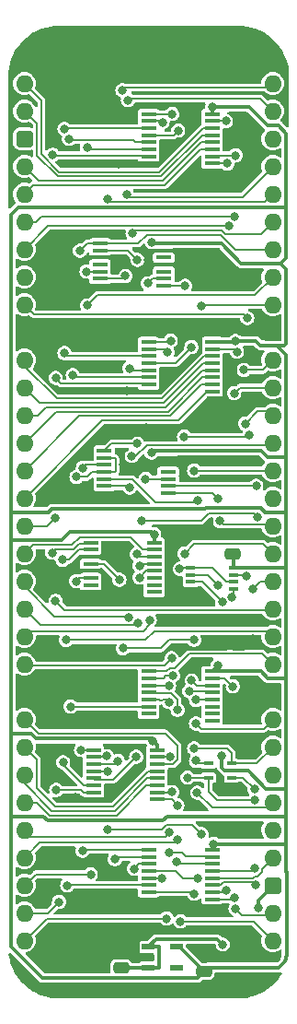
<source format=gbr>
%TF.GenerationSoftware,KiCad,Pcbnew,7.0.5*%
%TF.CreationDate,2023-12-18T11:00:50+02:00*%
%TF.ProjectId,HCP65 MPU Address Decode,48435036-3520-44d5-9055-204164647265,rev?*%
%TF.SameCoordinates,Original*%
%TF.FileFunction,Copper,L1,Top*%
%TF.FilePolarity,Positive*%
%FSLAX46Y46*%
G04 Gerber Fmt 4.6, Leading zero omitted, Abs format (unit mm)*
G04 Created by KiCad (PCBNEW 7.0.5) date 2023-12-18 11:00:50*
%MOMM*%
%LPD*%
G01*
G04 APERTURE LIST*
G04 Aperture macros list*
%AMRoundRect*
0 Rectangle with rounded corners*
0 $1 Rounding radius*
0 $2 $3 $4 $5 $6 $7 $8 $9 X,Y pos of 4 corners*
0 Add a 4 corners polygon primitive as box body*
4,1,4,$2,$3,$4,$5,$6,$7,$8,$9,$2,$3,0*
0 Add four circle primitives for the rounded corners*
1,1,$1+$1,$2,$3*
1,1,$1+$1,$4,$5*
1,1,$1+$1,$6,$7*
1,1,$1+$1,$8,$9*
0 Add four rect primitives between the rounded corners*
20,1,$1+$1,$2,$3,$4,$5,0*
20,1,$1+$1,$4,$5,$6,$7,0*
20,1,$1+$1,$6,$7,$8,$9,0*
20,1,$1+$1,$8,$9,$2,$3,0*%
G04 Aperture macros list end*
%TA.AperFunction,SMDPad,CuDef*%
%ADD10R,0.875000X0.450000*%
%TD*%
%TA.AperFunction,SMDPad,CuDef*%
%ADD11RoundRect,0.250000X0.475000X-0.250000X0.475000X0.250000X-0.475000X0.250000X-0.475000X-0.250000X0*%
%TD*%
%TA.AperFunction,SMDPad,CuDef*%
%ADD12R,1.450000X0.450000*%
%TD*%
%TA.AperFunction,ComponentPad*%
%ADD13O,1.600000X1.600000*%
%TD*%
%TA.AperFunction,ComponentPad*%
%ADD14RoundRect,0.400000X-0.400000X-0.400000X0.400000X-0.400000X0.400000X0.400000X-0.400000X0.400000X0*%
%TD*%
%TA.AperFunction,ComponentPad*%
%ADD15R,1.600000X1.600000*%
%TD*%
%TA.AperFunction,SMDPad,CuDef*%
%ADD16R,1.475000X0.450000*%
%TD*%
%TA.AperFunction,SMDPad,CuDef*%
%ADD17R,0.950000X0.450000*%
%TD*%
%TA.AperFunction,SMDPad,CuDef*%
%ADD18R,1.150000X0.600000*%
%TD*%
%TA.AperFunction,ViaPad*%
%ADD19C,0.800000*%
%TD*%
%TA.AperFunction,Conductor*%
%ADD20C,0.200000*%
%TD*%
%TA.AperFunction,Conductor*%
%ADD21C,0.380000*%
%TD*%
G04 APERTURE END LIST*
D10*
%TO.P,IC34,1,A*%
%TO.N,/Address Decode Board/A23*%
X103286000Y-133585000D03*
%TO.P,IC34,2,GND*%
%TO.N,/Address Decode Board/GND*%
X103286000Y-134235000D03*
%TO.P,IC34,3,B*%
%TO.N,/Address Decode Board/A22*%
X103286000Y-134885000D03*
%TO.P,IC34,4,Y*%
%TO.N,/Address Decode Board/~{A21+A22+A23}*%
X105410000Y-134885000D03*
%TO.P,IC34,5,3V*%
%TO.N,/Address Decode Board/3.3V*%
X105410000Y-134235000D03*
%TO.P,IC34,6,C*%
%TO.N,/Address Decode Board/A21*%
X105410000Y-133585000D03*
%TD*%
D11*
%TO.P,C45,1*%
%TO.N,/Address Decode Board/5V*%
X95250000Y-152318000D03*
%TO.P,C45,2*%
%TO.N,/Address Decode Board/GND*%
X95250000Y-150418000D03*
%TD*%
D12*
%TO.P,IC11,1,A0*%
%TO.N,/Address Decode Board/A19*%
X97790000Y-125106000D03*
%TO.P,IC11,2,A1*%
%TO.N,/Address Decode Board/A20*%
X97790000Y-125756000D03*
%TO.P,IC11,3,A2*%
%TO.N,/Address Decode Board/A21*%
X97790000Y-126406000D03*
%TO.P,IC11,4,~{E1}*%
%TO.N,/Address Decode Board/A23*%
X97790000Y-127056000D03*
%TO.P,IC11,5,~{E2}*%
%TO.N,/Address Decode Board/A22*%
X97790000Y-127706000D03*
%TO.P,IC11,6,E3*%
%TO.N,/Address Decode Board/Kernal Mode\u00B7Native Latch*%
X97790000Y-128356000D03*
%TO.P,IC11,7,~{Y7}*%
%TO.N,unconnected-(IC11-~{Y7}-Pad7)*%
X97790000Y-129006000D03*
%TO.P,IC11,8,GND*%
%TO.N,/Address Decode Board/GND*%
X97790000Y-129656000D03*
%TO.P,IC11,9,~{Y6}*%
%TO.N,unconnected-(IC11-~{Y6}-Pad9)*%
X103640000Y-129656000D03*
%TO.P,IC11,10,~{Y5}*%
%TO.N,unconnected-(IC11-~{Y5}-Pad10)*%
X103640000Y-129006000D03*
%TO.P,IC11,11,~{Y4}*%
%TO.N,unconnected-(IC11-~{Y4}-Pad11)*%
X103640000Y-128356000D03*
%TO.P,IC11,12,~{Y3}*%
%TO.N,/Address Decode Board/~{Device Group 128K}*%
X103640000Y-127706000D03*
%TO.P,IC11,13,~{Y2}*%
%TO.N,/Address Decode Board/~{Device Group 32K}*%
X103640000Y-127056000D03*
%TO.P,IC11,14,~{Y1}*%
%TO.N,Net-(IC11-~{Y1})*%
X103640000Y-126406000D03*
%TO.P,IC11,15,~{Y0}*%
%TO.N,Net-(IC11-~{Y0})*%
X103640000Y-125756000D03*
%TO.P,IC11,16,3V*%
%TO.N,/Address Decode Board/3.3V*%
X103640000Y-125106000D03*
%TD*%
D11*
%TO.P,C46,1*%
%TO.N,/Address Decode Board/3.3V*%
X102870000Y-152699000D03*
%TO.P,C46,2*%
%TO.N,/Address Decode Board/GND*%
X102870000Y-150799000D03*
%TD*%
D12*
%TO.P,IC39,1,A0*%
%TO.N,/Address Decode Board/A0*%
X97790000Y-141500000D03*
%TO.P,IC39,2,A1*%
%TO.N,/Address Decode Board/A1*%
X97790000Y-142150000D03*
%TO.P,IC39,3,A2*%
%TO.N,/Address Decode Board/A2*%
X97790000Y-142800000D03*
%TO.P,IC39,4,~{E1}*%
%TO.N,/Address Decode Board/~{SPECIAL}*%
X97790000Y-143450000D03*
%TO.P,IC39,5,~{E2}*%
%TO.N,Net-(IC35D-4Y)*%
X97790000Y-144100000D03*
%TO.P,IC39,6,E3*%
%TO.N,/Address Decode Board/~{Reset}*%
X97790000Y-144750000D03*
%TO.P,IC39,7,~{Y7}*%
%TO.N,/Address Decode Board/~{Special _{CS}15}*%
X97790000Y-145400000D03*
%TO.P,IC39,8,GND*%
%TO.N,/Address Decode Board/GND*%
X97790000Y-146050000D03*
%TO.P,IC39,9,~{Y6}*%
%TO.N,/Address Decode Board/~{Special _{CS}14}*%
X103640000Y-146050000D03*
%TO.P,IC39,10,~{Y5}*%
%TO.N,/Address Decode Board/~{Special _{CS}13}*%
X103640000Y-145400000D03*
%TO.P,IC39,11,~{Y4}*%
%TO.N,/Address Decode Board/~{Special _{CS}12}*%
X103640000Y-144750000D03*
%TO.P,IC39,12,~{Y3}*%
%TO.N,/Address Decode Board/~{Special _{CS}11}*%
X103640000Y-144100000D03*
%TO.P,IC39,13,~{Y2}*%
%TO.N,/Address Decode Board/~{Special _{CS}10}*%
X103640000Y-143450000D03*
%TO.P,IC39,14,~{Y1}*%
%TO.N,/Address Decode Board/~{Special _{CS}9}*%
X103640000Y-142800000D03*
%TO.P,IC39,15,~{Y0}*%
%TO.N,/Address Decode Board/~{Special _{CS}8}*%
X103640000Y-142150000D03*
%TO.P,IC39,16,3V*%
%TO.N,/Address Decode Board/3.3V*%
X103640000Y-141500000D03*
%TD*%
%TO.P,IC38,1,A0*%
%TO.N,/Address Decode Board/A0*%
X92710000Y-132345000D03*
%TO.P,IC38,2,A1*%
%TO.N,/Address Decode Board/A1*%
X92710000Y-132995000D03*
%TO.P,IC38,3,A2*%
%TO.N,/Address Decode Board/A2*%
X92710000Y-133645000D03*
%TO.P,IC38,4,~{E1}*%
%TO.N,/Address Decode Board/~{SPECIAL}*%
X92710000Y-134295000D03*
%TO.P,IC38,5,~{E2}*%
%TO.N,/Address Decode Board/A3*%
X92710000Y-134945000D03*
%TO.P,IC38,6,E3*%
%TO.N,/Address Decode Board/~{Reset}*%
X92710000Y-135595000D03*
%TO.P,IC38,7,~{Y7}*%
%TO.N,/Address Decode Board/~{Special _{CS}7}*%
X92710000Y-136245000D03*
%TO.P,IC38,8,GND*%
%TO.N,/Address Decode Board/GND*%
X92710000Y-136895000D03*
%TO.P,IC38,9,~{Y6}*%
%TO.N,/Address Decode Board/~{Special _{CS}6}*%
X98560000Y-136895000D03*
%TO.P,IC38,10,~{Y5}*%
%TO.N,/Address Decode Board/~{Special _{CS}5}*%
X98560000Y-136245000D03*
%TO.P,IC38,11,~{Y4}*%
%TO.N,/Address Decode Board/~{Special _{CS}4}*%
X98560000Y-135595000D03*
%TO.P,IC38,12,~{Y3}*%
%TO.N,/Address Decode Board/~{Special _{CS}3}*%
X98560000Y-134945000D03*
%TO.P,IC38,13,~{Y2}*%
%TO.N,/Address Decode Board/~{Special _{CS}2}*%
X98560000Y-134295000D03*
%TO.P,IC38,14,~{Y1}*%
%TO.N,/Address Decode Board/~{Special _{CS}1}*%
X98560000Y-133645000D03*
%TO.P,IC38,15,~{Y0}*%
%TO.N,/Address Decode Board/~{Special _{CS}0}*%
X98560000Y-132995000D03*
%TO.P,IC38,16,3V*%
%TO.N,/Address Decode Board/3.3V*%
X98560000Y-132345000D03*
%TD*%
D13*
%TO.P,J2,1,Pin_1*%
%TO.N,/Address Decode Board/~{Device _{CS}1}*%
X86360000Y-71120000D03*
%TO.P,J2,2,Pin_2*%
%TO.N,/Address Decode Board/~{Device _{CS}2}*%
X86360000Y-73660000D03*
D14*
%TO.P,J2,3,Pin_3*%
%TO.N,/Address Decode Board/5V*%
X86360000Y-76200000D03*
D13*
%TO.P,J2,4,Pin_4*%
%TO.N,/Address Decode Board/~{Device _{CS}3}*%
X86360000Y-78740000D03*
%TO.P,J2,5,Pin_5*%
%TO.N,/Address Decode Board/~{Device _{CS}4}*%
X86360000Y-81280000D03*
%TO.P,J2,6,Pin_6*%
%TO.N,/Address Decode Board/~{Device _{CS}5}*%
X86360000Y-83820000D03*
%TO.P,J2,7,Pin_7*%
%TO.N,/Address Decode Board/~{Device _{CS}6}*%
X86360000Y-86360000D03*
%TO.P,J2,8,Pin_8*%
%TO.N,/Address Decode Board/~{Device _{CS}7}*%
X86360000Y-88900000D03*
%TO.P,J2,9,Pin_9*%
%TO.N,/Address Decode Board/~{Device _{CS}8}*%
X86360000Y-91440000D03*
D15*
%TO.P,J2,10,Pin_10*%
%TO.N,/Address Decode Board/GND*%
X86360000Y-93980000D03*
D13*
%TO.P,J2,11,Pin_11*%
%TO.N,/Address Decode Board/~{Device _{CS}9}*%
X86360000Y-96520000D03*
%TO.P,J2,12,Pin_12*%
%TO.N,/Address Decode Board/~{Device _{CS}10}*%
X86360000Y-99060000D03*
%TO.P,J2,13,Pin_13*%
%TO.N,/Address Decode Board/~{Device _{CS}11}*%
X86360000Y-101600000D03*
%TO.P,J2,14,Pin_14*%
%TO.N,/Address Decode Board/~{Device _{CS}12}*%
X86360000Y-104140000D03*
%TO.P,J2,15,Pin_15*%
%TO.N,/Address Decode Board/~{Device _{CS}13}*%
X86360000Y-106680000D03*
%TO.P,J2,16,Pin_16*%
%TO.N,/Address Decode Board/~{Device _{CS}14}*%
X86360000Y-109220000D03*
%TO.P,J2,17,Pin_17*%
%TO.N,/Address Decode Board/~{Device _{CS}15}*%
X86360000Y-111760000D03*
%TO.P,J2,18,Pin_18*%
%TO.N,/Address Decode Board/~{Device _{CS}16}*%
X86360000Y-114300000D03*
%TO.P,J2,19,Pin_19*%
%TO.N,/Address Decode Board/~{Device _{CS}17}*%
X86360000Y-116840000D03*
%TO.P,J2,20,Pin_20*%
%TO.N,/Address Decode Board/~{Device _{CS}18}*%
X86360000Y-119380000D03*
%TO.P,J2,21,Pin_21*%
%TO.N,/Address Decode Board/~{Device _{CS}19}*%
X86360000Y-121920000D03*
%TO.P,J2,22,Pin_22*%
%TO.N,/Address Decode Board/~{Special _{CS}0}*%
X86360000Y-124460000D03*
D15*
%TO.P,J2,23,Pin_23*%
%TO.N,/Address Decode Board/GND*%
X86360000Y-127000000D03*
D13*
%TO.P,J2,24,Pin_24*%
%TO.N,/Address Decode Board/~{Special _{CS}1}*%
X86360000Y-129540000D03*
%TO.P,J2,25,Pin_25*%
%TO.N,/Address Decode Board/~{Special _{CS}2}*%
X86360000Y-132080000D03*
%TO.P,J2,26,Pin_26*%
%TO.N,/Address Decode Board/~{Special _{CS}3}*%
X86360000Y-134620000D03*
%TO.P,J2,27,Pin_27*%
%TO.N,/Address Decode Board/~{Special _{CS}4}*%
X86360000Y-137160000D03*
%TO.P,J2,28,Pin_28*%
%TO.N,/Address Decode Board/~{Special _{CS}5}*%
X86360000Y-139700000D03*
%TO.P,J2,29,Pin_29*%
%TO.N,/Address Decode Board/~{Special _{CS}6}*%
X86360000Y-142240000D03*
%TO.P,J2,30,Pin_30*%
%TO.N,/Address Decode Board/~{SPECIAL}*%
X86360000Y-144780000D03*
%TO.P,J2,31,Pin_31*%
%TO.N,/Address Decode Board/~{Special _{CS}7}*%
X86360000Y-147320000D03*
%TO.P,J2,32,Pin_32*%
%TO.N,/Address Decode Board/~{Special _{CS}8}*%
X86360000Y-149860000D03*
%TO.P,J2,33,Pin_33*%
%TO.N,/Address Decode Board/~{Special _{CS}9}*%
X109220000Y-149860000D03*
%TO.P,J2,34,Pin_34*%
%TO.N,/Address Decode Board/~{Special _{CS}10}*%
X109220000Y-147320000D03*
D14*
%TO.P,J2,35,Pin_35*%
%TO.N,/Address Decode Board/5V*%
X109220000Y-144780000D03*
D13*
%TO.P,J2,36,Pin_36*%
%TO.N,/Address Decode Board/~{Special _{CS}11}*%
X109220000Y-142240000D03*
%TO.P,J2,37,Pin_37*%
%TO.N,/Address Decode Board/~{Special _{CS}12}*%
X109220000Y-139700000D03*
%TO.P,J2,38,Pin_38*%
%TO.N,/Address Decode Board/A23*%
X109220000Y-137160000D03*
%TO.P,J2,39,Pin_39*%
%TO.N,/Address Decode Board/A22*%
X109220000Y-134620000D03*
%TO.P,J2,40,Pin_40*%
%TO.N,/Address Decode Board/A21*%
X109220000Y-132080000D03*
%TO.P,J2,41,Pin_41*%
%TO.N,/Address Decode Board/A20*%
X109220000Y-129540000D03*
D15*
%TO.P,J2,42,Pin_42*%
%TO.N,/Address Decode Board/GND*%
X109220000Y-127000000D03*
D13*
%TO.P,J2,43,Pin_43*%
%TO.N,/Address Decode Board/A19*%
X109220000Y-124460000D03*
%TO.P,J2,44,Pin_44*%
%TO.N,/Address Decode Board/A18*%
X109220000Y-121920000D03*
%TO.P,J2,45,Pin_45*%
%TO.N,/Address Decode Board/A17*%
X109220000Y-119380000D03*
%TO.P,J2,46,Pin_46*%
%TO.N,/Address Decode Board/A16*%
X109220000Y-116840000D03*
%TO.P,J2,47,Pin_47*%
%TO.N,/Address Decode Board/A15*%
X109220000Y-114300000D03*
%TO.P,J2,48,Pin_48*%
%TO.N,/Address Decode Board/~{OTHER}*%
X109220000Y-111760000D03*
%TO.P,J2,49,Pin_49*%
%TO.N,/Address Decode Board/~{Device Group 128K}*%
X109220000Y-109220000D03*
%TO.P,J2,50,Pin_50*%
%TO.N,/Address Decode Board/~{Device Group 32K}*%
X109220000Y-106680000D03*
%TO.P,J2,51,Pin_51*%
%TO.N,/Address Decode Board/~{ROM_{CS}}*%
X109220000Y-104140000D03*
%TO.P,J2,52,Pin_52*%
%TO.N,/Address Decode Board/~{RAM_{CS}}*%
X109220000Y-101600000D03*
%TO.P,J2,53,Pin_53*%
%TO.N,/Address Decode Board/~{Special _{CS}13}*%
X109220000Y-99060000D03*
%TO.P,J2,54,Pin_54*%
%TO.N,/Address Decode Board/~{Special _{CS}14}*%
X109220000Y-96520000D03*
D15*
%TO.P,J2,55,Pin_55*%
%TO.N,/Address Decode Board/GND*%
X109220000Y-93980000D03*
D13*
%TO.P,J2,56,Pin_56*%
%TO.N,/Address Decode Board/~{Special _{CS}15}*%
X109220000Y-91440000D03*
%TO.P,J2,57,Pin_57*%
%TO.N,/Address Decode Board/~{Reset}*%
X109220000Y-88900000D03*
%TO.P,J2,58,Pin_58*%
%TO.N,/Address Decode Board/Native Latch*%
X109220000Y-86360000D03*
%TO.P,J2,59,Pin_59*%
%TO.N,/Address Decode Board/A3*%
X109220000Y-83820000D03*
%TO.P,J2,60,Pin_60*%
%TO.N,/Address Decode Board/A2*%
X109220000Y-81280000D03*
%TO.P,J2,61,Pin_61*%
%TO.N,/Address Decode Board/Kernal Mode*%
X109220000Y-78740000D03*
%TO.P,J2,62,Pin_62*%
%TO.N,unconnected-(J2-Pin_62-Pad62)*%
X109220000Y-76200000D03*
%TO.P,J2,63,Pin_63*%
%TO.N,/Address Decode Board/A1*%
X109220000Y-73660000D03*
%TO.P,J2,64,Pin_64*%
%TO.N,/Address Decode Board/A0*%
X109220000Y-71120000D03*
%TD*%
D12*
%TO.P,IC16,1,A0*%
%TO.N,/Address Decode Board/A15*%
X97786000Y-73925000D03*
%TO.P,IC16,2,A1*%
%TO.N,/Address Decode Board/A16*%
X97786000Y-74575000D03*
%TO.P,IC16,3,A2*%
%TO.N,/Address Decode Board/A17*%
X97786000Y-75225000D03*
%TO.P,IC16,4,~{E1}*%
%TO.N,/Address Decode Board/~{Device Group 32K}*%
X97786000Y-75875000D03*
%TO.P,IC16,5,~{E2}*%
%TO.N,/Address Decode Board/A18*%
X97786000Y-76525000D03*
%TO.P,IC16,6,E3*%
%TO.N,/Address Decode Board/~{Reset}*%
X97786000Y-77175000D03*
%TO.P,IC16,7,~{Y7}*%
%TO.N,/Address Decode Board/~{Device _{CS}7}*%
X97786000Y-77825000D03*
%TO.P,IC16,8,GND*%
%TO.N,/Address Decode Board/GND*%
X97786000Y-78475000D03*
%TO.P,IC16,9,~{Y6}*%
%TO.N,/Address Decode Board/~{Device _{CS}6}*%
X103636000Y-78475000D03*
%TO.P,IC16,10,~{Y5}*%
%TO.N,/Address Decode Board/~{Device _{CS}5}*%
X103636000Y-77825000D03*
%TO.P,IC16,11,~{Y4}*%
%TO.N,/Address Decode Board/~{Device _{CS}4}*%
X103636000Y-77175000D03*
%TO.P,IC16,12,~{Y3}*%
%TO.N,/Address Decode Board/~{Device _{CS}3}*%
X103636000Y-76525000D03*
%TO.P,IC16,13,~{Y2}*%
%TO.N,/Address Decode Board/~{Device _{CS}2}*%
X103636000Y-75875000D03*
%TO.P,IC16,14,~{Y1}*%
%TO.N,/Address Decode Board/~{Device _{CS}1}*%
X103636000Y-75225000D03*
%TO.P,IC16,15,~{Y0}*%
%TO.N,/Address Decode Board/~{SPECIAL}*%
X103636000Y-74575000D03*
%TO.P,IC16,16,3V*%
%TO.N,/Address Decode Board/3.3V*%
X103636000Y-73925000D03*
%TD*%
%TO.P,IC33,1,A0*%
%TO.N,/Address Decode Board/A17*%
X92452000Y-113295000D03*
%TO.P,IC33,2,A1*%
%TO.N,/Address Decode Board/A18*%
X92452000Y-113945000D03*
%TO.P,IC33,3,A2*%
%TO.N,/Address Decode Board/GND*%
X92452000Y-114595000D03*
%TO.P,IC33,4,~{E1}*%
%TO.N,/Address Decode Board/~{Device Group 128K}*%
X92452000Y-115245000D03*
%TO.P,IC33,5,~{E2}*%
%TO.N,/Address Decode Board/GND*%
X92452000Y-115895000D03*
%TO.P,IC33,6,E3*%
%TO.N,/Address Decode Board/~{Reset}*%
X92452000Y-116545000D03*
%TO.P,IC33,7,~{Y7}*%
%TO.N,unconnected-(IC33-~{Y7}-Pad7)*%
X92452000Y-117195000D03*
%TO.P,IC33,8,GND*%
%TO.N,/Address Decode Board/GND*%
X92452000Y-117845000D03*
%TO.P,IC33,9,~{Y6}*%
%TO.N,unconnected-(IC33-~{Y6}-Pad9)*%
X98302000Y-117845000D03*
%TO.P,IC33,10,~{Y5}*%
%TO.N,unconnected-(IC33-~{Y5}-Pad10)*%
X98302000Y-117195000D03*
%TO.P,IC33,11,~{Y4}*%
%TO.N,unconnected-(IC33-~{Y4}-Pad11)*%
X98302000Y-116545000D03*
%TO.P,IC33,12,~{Y3}*%
%TO.N,/Address Decode Board/~{Device _{CS}19}*%
X98302000Y-115895000D03*
%TO.P,IC33,13,~{Y2}*%
%TO.N,/Address Decode Board/~{Device _{CS}18}*%
X98302000Y-115245000D03*
%TO.P,IC33,14,~{Y1}*%
%TO.N,/Address Decode Board/~{Device _{CS}17}*%
X98302000Y-114595000D03*
%TO.P,IC33,15,~{Y0}*%
%TO.N,/Address Decode Board/~{Device _{CS}16}*%
X98302000Y-113945000D03*
%TO.P,IC33,16,3V*%
%TO.N,/Address Decode Board/3.3V*%
X98302000Y-113295000D03*
%TD*%
D11*
%TO.P,C35,1*%
%TO.N,/Address Decode Board/3.3V*%
X105537000Y-114345000D03*
%TO.P,C35,2*%
%TO.N,/Address Decode Board/GND*%
X105537000Y-112445000D03*
%TD*%
D16*
%TO.P,IC40,1,1A*%
%TO.N,/Address Decode Board/Kernal Mode*%
X93709000Y-104857000D03*
%TO.P,IC40,2,1B*%
%TO.N,/Address Decode Board/Native Latch*%
X93709000Y-105507000D03*
%TO.P,IC40,3,1Y*%
%TO.N,/Address Decode Board/Kernal Mode\u00B7Native Latch*%
X93709000Y-106157000D03*
%TO.P,IC40,4,2A*%
%TO.N,/Address Decode Board/Native Latch*%
X93709000Y-106807000D03*
%TO.P,IC40,5,2B*%
%TO.N,Net-(IC11-~{Y1})*%
X93709000Y-107457000D03*
%TO.P,IC40,6,2Y*%
%TO.N,/Address Decode Board/~{ROM_{CS}}*%
X93709000Y-108107000D03*
%TO.P,IC40,7,GND*%
%TO.N,/Address Decode Board/GND*%
X93709000Y-108757000D03*
%TO.P,IC40,8,3Y*%
%TO.N,Net-(IC37B-2A)*%
X99585000Y-108757000D03*
%TO.P,IC40,9,3A*%
%TO.N,/Address Decode Board/~{A21+A22+A23}*%
X99585000Y-108107000D03*
%TO.P,IC40,10,3B*%
%TO.N,/Address Decode Board/Kernal Mode*%
X99585000Y-107457000D03*
%TO.P,IC40,11,4Y*%
%TO.N,unconnected-(IC40D-4Y-Pad11)*%
X99585000Y-106807000D03*
%TO.P,IC40,12,4A*%
%TO.N,/Address Decode Board/GND*%
X99585000Y-106157000D03*
%TO.P,IC40,13,4B*%
X99585000Y-105507000D03*
%TO.P,IC40,14,3V*%
%TO.N,/Address Decode Board/3.3V*%
X99585000Y-104857000D03*
%TD*%
D17*
%TO.P,IC37,1,1A*%
%TO.N,/Address Decode Board/~{Native Latch}*%
X101657000Y-115611000D03*
%TO.P,IC37,2,1B*%
%TO.N,Net-(IC11-~{Y0})*%
X101657000Y-116261000D03*
%TO.P,IC37,3,2Y*%
%TO.N,/Address Decode Board/~{OTHER}*%
X101657000Y-116911000D03*
%TO.P,IC37,4,GND*%
%TO.N,/Address Decode Board/GND*%
X101657000Y-117561000D03*
%TO.P,IC37,5,2A*%
%TO.N,Net-(IC37B-2A)*%
X105607000Y-117561000D03*
%TO.P,IC37,6,2B*%
%TO.N,/Address Decode Board/~{Native Latch}*%
X105607000Y-116911000D03*
%TO.P,IC37,7,1Y*%
%TO.N,/Address Decode Board/~{RAM_{CS}}*%
X105607000Y-116261000D03*
%TO.P,IC37,8,VCC*%
%TO.N,/Address Decode Board/3.3V*%
X105607000Y-115611000D03*
%TD*%
D12*
%TO.P,IC32,1,A0*%
%TO.N,/Address Decode Board/A15*%
X97786000Y-94865000D03*
%TO.P,IC32,2,A1*%
%TO.N,/Address Decode Board/A16*%
X97786000Y-95515000D03*
%TO.P,IC32,3,A2*%
%TO.N,/Address Decode Board/A17*%
X97786000Y-96165000D03*
%TO.P,IC32,4,~{E1}*%
%TO.N,/Address Decode Board/~{Device Group 32K}*%
X97786000Y-96815000D03*
%TO.P,IC32,5,~{E2}*%
%TO.N,Net-(IC32-~{E2})*%
X97786000Y-97465000D03*
%TO.P,IC32,6,E3*%
%TO.N,/Address Decode Board/A18*%
X97786000Y-98115000D03*
%TO.P,IC32,7,~{Y7}*%
%TO.N,/Address Decode Board/~{Device _{CS}15}*%
X97786000Y-98765000D03*
%TO.P,IC32,8,GND*%
%TO.N,/Address Decode Board/GND*%
X97786000Y-99415000D03*
%TO.P,IC32,9,~{Y6}*%
%TO.N,/Address Decode Board/~{Device _{CS}14}*%
X103636000Y-99415000D03*
%TO.P,IC32,10,~{Y5}*%
%TO.N,/Address Decode Board/~{Device _{CS}13}*%
X103636000Y-98765000D03*
%TO.P,IC32,11,~{Y4}*%
%TO.N,/Address Decode Board/~{Device _{CS}12}*%
X103636000Y-98115000D03*
%TO.P,IC32,12,~{Y3}*%
%TO.N,/Address Decode Board/~{Device _{CS}11}*%
X103636000Y-97465000D03*
%TO.P,IC32,13,~{Y2}*%
%TO.N,/Address Decode Board/~{Device _{CS}10}*%
X103636000Y-96815000D03*
%TO.P,IC32,14,~{Y1}*%
%TO.N,/Address Decode Board/~{Device _{CS}9}*%
X103636000Y-96165000D03*
%TO.P,IC32,15,~{Y0}*%
%TO.N,/Address Decode Board/~{Device _{CS}8}*%
X103636000Y-95515000D03*
%TO.P,IC32,16,3V*%
%TO.N,/Address Decode Board/3.3V*%
X103636000Y-94865000D03*
%TD*%
D18*
%TO.P,IC42,1,VIN*%
%TO.N,/Address Decode Board/5V*%
X97760000Y-150434000D03*
%TO.P,IC42,2,GND*%
%TO.N,/Address Decode Board/GND*%
X97760000Y-151384000D03*
%TO.P,IC42,3,EN*%
%TO.N,/Address Decode Board/5V*%
X97760000Y-152334000D03*
%TO.P,IC42,4,ADJ*%
%TO.N,unconnected-(IC42-ADJ-Pad4)*%
X100360000Y-152334000D03*
%TO.P,IC42,5,VOUT*%
%TO.N,/Address Decode Board/3.3V*%
X100360000Y-150434000D03*
%TD*%
D16*
%TO.P,IC35,1,1A*%
%TO.N,/Address Decode Board/Native Latch*%
X93311000Y-85807000D03*
%TO.P,IC35,2,1Y*%
%TO.N,/Address Decode Board/~{Native Latch}*%
X93311000Y-86457000D03*
%TO.P,IC35,3,2A*%
%TO.N,/Address Decode Board/GND*%
X93311000Y-87107000D03*
%TO.P,IC35,4,2Y*%
%TO.N,unconnected-(IC35B-2Y-Pad4)*%
X93311000Y-87757000D03*
%TO.P,IC35,5,3A*%
%TO.N,/Address Decode Board/~{Reset}*%
X93311000Y-88407000D03*
%TO.P,IC35,6,3Y*%
%TO.N,Net-(IC32-~{E2})*%
X93311000Y-89057000D03*
%TO.P,IC35,7,GND*%
%TO.N,/Address Decode Board/GND*%
X93311000Y-89707000D03*
%TO.P,IC35,8,4Y*%
%TO.N,Net-(IC35D-4Y)*%
X99187000Y-89707000D03*
%TO.P,IC35,9,4A*%
%TO.N,/Address Decode Board/A3*%
X99187000Y-89057000D03*
%TO.P,IC35,10,5Y*%
%TO.N,unconnected-(IC35E-5Y-Pad10)*%
X99187000Y-88407000D03*
%TO.P,IC35,11,5A*%
%TO.N,/Address Decode Board/GND*%
X99187000Y-87757000D03*
%TO.P,IC35,12,6Y*%
%TO.N,unconnected-(IC35F-6Y-Pad12)*%
X99187000Y-87107000D03*
%TO.P,IC35,13,6A*%
%TO.N,/Address Decode Board/GND*%
X99187000Y-86457000D03*
%TO.P,IC35,14,3V*%
%TO.N,/Address Decode Board/3.3V*%
X99187000Y-85807000D03*
%TD*%
D19*
%TO.N,/Address Decode Board/Kernal Mode\u00B7Native Latch*%
X91732999Y-106426000D03*
X90613000Y-128356000D03*
%TO.N,/Address Decode Board/~{Device Group 128K}*%
X95439430Y-123009142D03*
X101978045Y-122226000D03*
X102151000Y-127740346D03*
X95101000Y-116713000D03*
X97155000Y-111252000D03*
X107837000Y-110933000D03*
%TO.N,/Address Decode Board/~{Device Group 32K}*%
X101731000Y-95329191D03*
X101532119Y-126930685D03*
X101981000Y-106680000D03*
X100522000Y-75443462D03*
%TO.N,Net-(IC11-~{Y1})*%
X102278000Y-109418000D03*
X101751000Y-125951220D03*
%TO.N,Net-(IC11-~{Y0})*%
X104155798Y-117177520D03*
X105537000Y-126492000D03*
%TO.N,/Address Decode Board/~{Device _{CS}7}*%
X88963500Y-77660500D03*
%TO.N,/Address Decode Board/~{Device _{CS}6}*%
X105156000Y-84220000D03*
X105029000Y-78475000D03*
%TO.N,/Address Decode Board/~{Device _{CS}5}*%
X105791000Y-77724000D03*
X105726000Y-83310498D03*
%TO.N,/Address Decode Board/GND*%
X107191000Y-78739769D03*
X91059000Y-136718502D03*
X100758000Y-118460000D03*
X93726000Y-154178000D03*
X88646000Y-108204000D03*
X97767940Y-87348353D03*
X101521986Y-75437719D03*
X95807048Y-99362512D03*
X107569000Y-139573000D03*
X104096725Y-93472000D03*
X92075000Y-123698000D03*
X104394005Y-135636001D03*
X107539403Y-95789206D03*
X96012000Y-123829000D03*
X97543610Y-102762510D03*
X92075000Y-129664000D03*
X88646000Y-90424000D03*
X97917000Y-70739000D03*
X93726000Y-151031000D03*
X89154000Y-123488000D03*
X94333002Y-118305002D03*
X105283000Y-122682000D03*
X91059000Y-142875000D03*
X96519998Y-146050000D03*
X98298000Y-118745000D03*
X107420000Y-122112000D03*
X94361000Y-123698000D03*
X88265006Y-125984000D03*
X103632000Y-146939000D03*
X104267000Y-131191000D03*
X95947002Y-129540001D03*
X94995990Y-78486000D03*
X104648000Y-139573000D03*
X105283000Y-120523000D03*
X94887000Y-114681000D03*
X105410000Y-128016000D03*
X94234000Y-143637000D03*
X107419996Y-128068500D03*
X100076000Y-134620000D03*
X95446500Y-106126761D03*
X91059000Y-93980000D03*
X100711000Y-120269000D03*
X95758000Y-103156999D03*
X88288999Y-116977102D03*
X96393000Y-134493000D03*
X95315000Y-108945278D03*
%TO.N,/Address Decode Board/3.3V*%
X98044000Y-105029000D03*
X104140002Y-124587000D03*
X98298000Y-112522000D03*
X104534023Y-132907000D03*
X105781465Y-94767362D03*
X103632000Y-73279000D03*
X103759000Y-140970000D03*
X98072000Y-85701000D03*
X98171000Y-131510000D03*
%TO.N,/Address Decode Board/A15*%
X101081000Y-114299998D03*
X99822000Y-94742000D03*
X99949000Y-73925000D03*
%TO.N,/Address Decode Board/A16*%
X107061004Y-103378000D03*
X107357390Y-117571706D03*
X101049000Y-103552510D03*
X99541845Y-95832641D03*
X99060000Y-74676000D03*
%TO.N,/Address Decode Board/A17*%
X90039303Y-95888703D03*
X88900000Y-114220000D03*
X89216006Y-118635000D03*
X90032684Y-75288801D03*
%TO.N,/Address Decode Board/A18*%
X90805000Y-97917000D03*
X90454099Y-76195671D03*
X89861996Y-114874226D03*
X90184609Y-122239000D03*
%TO.N,/Address Decode Board/A20*%
X102151000Y-129921000D03*
X100026456Y-125513493D03*
%TO.N,/Address Decode Board/A21*%
X101981000Y-132207000D03*
X99671000Y-126448189D03*
%TO.N,/Address Decode Board/A22*%
X107538714Y-136955771D03*
X101367177Y-134878126D03*
X99671000Y-127935855D03*
%TO.N,/Address Decode Board/A23*%
X102263000Y-136271000D03*
X100461000Y-128656027D03*
X102151000Y-133339669D03*
%TO.N,/Address Decode Board/~{SPECIAL}*%
X94004000Y-139621000D03*
X102308010Y-144145000D03*
X102663000Y-140081000D03*
X92456000Y-143764000D03*
X104902000Y-74575000D03*
X93992095Y-134356905D03*
%TO.N,Net-(IC32-~{E2})*%
X95659000Y-88800387D03*
X96012000Y-97282000D03*
%TO.N,/Address Decode Board/~{Device _{CS}15}*%
X89180505Y-111000327D03*
X89227160Y-98165866D03*
%TO.N,/Address Decode Board/~{Device _{CS}8}*%
X106870095Y-92666371D03*
X105918000Y-95758000D03*
%TO.N,/Address Decode Board/~{Device _{CS}19}*%
X97893994Y-120396000D03*
X96951538Y-116497782D03*
%TO.N,/Address Decode Board/~{Device _{CS}18}*%
X96835520Y-120683803D03*
X96963197Y-115406853D03*
%TO.N,/Address Decode Board/~{Device _{CS}17}*%
X96706660Y-114359661D03*
X95956508Y-120185000D03*
%TO.N,/Address Decode Board/~{A21+A22+A23}*%
X107696000Y-108077000D03*
X107526000Y-135955850D03*
%TO.N,/Address Decode Board/Native Latch*%
X91139299Y-107258052D03*
X91469000Y-86487000D03*
%TO.N,/Address Decode Board/~{Native Latch}*%
X100649000Y-115702171D03*
X96755403Y-87325767D03*
%TO.N,Net-(IC35D-4Y)*%
X98995000Y-144150012D03*
X101157000Y-89693218D03*
%TO.N,/Address Decode Board/A3*%
X96315000Y-84901000D03*
X96647000Y-132969000D03*
X97707306Y-89483968D03*
%TO.N,/Address Decode Board/~{OTHER}*%
X104555799Y-118771348D03*
X104362235Y-111309315D03*
%TO.N,/Address Decode Board/~{RAM_{CS}}*%
X106802003Y-116360000D03*
X106680000Y-102362006D03*
%TO.N,/Address Decode Board/A0*%
X95377000Y-71755000D03*
X91567000Y-132334000D03*
X91694000Y-141605000D03*
%TO.N,/Address Decode Board/A1*%
X93953836Y-132900953D03*
X95885004Y-72644000D03*
X94666407Y-142377281D03*
%TO.N,/Address Decode Board/A2*%
X94968005Y-133352915D03*
X93980000Y-81730495D03*
X96465498Y-143256000D03*
%TO.N,/Address Decode Board/~{Special _{CS}7}*%
X89281000Y-136017000D03*
X89535000Y-146304000D03*
%TO.N,/Address Decode Board/~{Special _{CS}6}*%
X100429000Y-137419646D03*
X100457000Y-140589000D03*
%TO.N,/Address Decode Board/~{Special _{CS}5}*%
X99949000Y-136195000D03*
X99714537Y-139919109D03*
%TO.N,/Address Decode Board/~{Special _{CS}0}*%
X99764475Y-132937525D03*
X99899926Y-123912926D03*
%TO.N,/Address Decode Board/~{Special _{CS}15}*%
X101981000Y-145542000D03*
X102680992Y-91567000D03*
%TO.N,/Address Decode Board/~{Special _{CS}14}*%
X106561147Y-97442079D03*
X105657167Y-145919994D03*
%TO.N,/Address Decode Board/~{Special _{CS}13}*%
X105664000Y-99568000D03*
X104956704Y-145206302D03*
%TO.N,/Address Decode Board/~{Special _{CS}12}*%
X107672000Y-144752000D03*
%TO.N,/Address Decode Board/~{Special _{CS}10}*%
X105791000Y-146911000D03*
X107526000Y-143234491D03*
%TO.N,/Address Decode Board/~{Special _{CS}9}*%
X100395000Y-142653191D03*
X100711000Y-148082000D03*
%TO.N,/Address Decode Board/~{Special _{CS}8}*%
X99441000Y-147828000D03*
X99695000Y-141732000D03*
%TO.N,/Address Decode Board/Kernal Mode*%
X96757077Y-104209023D03*
X95770469Y-81275000D03*
X97502696Y-107449582D03*
%TO.N,/Address Decode Board/~{ROM_{CS}}*%
X96239942Y-105367000D03*
X96058495Y-108224446D03*
%TO.N,Net-(IC37B-2A)*%
X105458421Y-118340909D03*
X104140000Y-109220000D03*
%TO.N,/Address Decode Board/5V*%
X107853869Y-146824066D03*
X104622225Y-150241000D03*
%TO.N,/Address Decode Board/~{Reset}*%
X91124000Y-116840000D03*
X92121698Y-77024000D03*
X90297000Y-144780000D03*
X92132999Y-91492635D03*
X92075008Y-88392000D03*
X89916000Y-133477000D03*
%TD*%
D20*
%TO.N,/Address Decode Board/Kernal Mode\u00B7Native Latch*%
X97790000Y-128356000D02*
X90613000Y-128356000D01*
X93709000Y-106157000D02*
X92001999Y-106157000D01*
X92001999Y-106157000D02*
X91732999Y-106426000D01*
%TO.N,/Address Decode Board/~{Device Group 128K}*%
X102648194Y-111252000D02*
X97155000Y-111252000D01*
X102185346Y-127706000D02*
X102151000Y-127740346D01*
X107513315Y-110609315D02*
X103290879Y-110609315D01*
X98928894Y-123009142D02*
X95439430Y-123009142D01*
X99712036Y-122226000D02*
X98928894Y-123009142D01*
X93633000Y-115245000D02*
X95101000Y-116713000D01*
X92452000Y-115245000D02*
X93633000Y-115245000D01*
X107837000Y-110933000D02*
X107513315Y-110609315D01*
X101978045Y-122226000D02*
X99712036Y-122226000D01*
X103290879Y-110609315D02*
X102648194Y-111252000D01*
X103640000Y-127706000D02*
X102185346Y-127706000D01*
%TO.N,/Address Decode Board/~{Device Group 32K}*%
X109220000Y-106680000D02*
X101981000Y-106680000D01*
X100090462Y-75875000D02*
X100522000Y-75443462D01*
X100245191Y-96815000D02*
X101731000Y-95329191D01*
X103514685Y-126930685D02*
X101532119Y-126930685D01*
X97786000Y-75875000D02*
X100090462Y-75875000D01*
X97786000Y-96815000D02*
X100245191Y-96815000D01*
%TO.N,Net-(IC11-~{Y1})*%
X103640000Y-126406000D02*
X102205780Y-126406000D01*
X93709000Y-107457000D02*
X96281000Y-107457000D01*
X102095000Y-109601000D02*
X102278000Y-109418000D01*
X102205780Y-126406000D02*
X101751000Y-125951220D01*
X98425000Y-109601000D02*
X102095000Y-109601000D01*
X96281000Y-107457000D02*
X98425000Y-109601000D01*
%TO.N,Net-(IC11-~{Y0})*%
X103640000Y-125756000D02*
X104801000Y-125756000D01*
X101657000Y-116261000D02*
X103239278Y-116261000D01*
X103239278Y-116261000D02*
X104155798Y-117177520D01*
X104801000Y-125756000D02*
X105537000Y-126492000D01*
%TO.N,/Address Decode Board/~{Device _{CS}7}*%
X89027000Y-77724000D02*
X88963500Y-77660500D01*
X97425000Y-77724000D02*
X89027000Y-77724000D01*
%TO.N,/Address Decode Board/~{Device _{CS}6}*%
X86360000Y-86360000D02*
X88519000Y-84201000D01*
X88519000Y-84201000D02*
X105137000Y-84201000D01*
X103636000Y-78475000D02*
X105029000Y-78475000D01*
X105137000Y-84201000D02*
X105156000Y-84220000D01*
%TO.N,/Address Decode Board/~{Device _{CS}5}*%
X87885502Y-83310498D02*
X105726000Y-83310498D01*
X103737000Y-77724000D02*
X105791000Y-77724000D01*
X87376000Y-83820000D02*
X87885502Y-83310498D01*
X86360000Y-83820000D02*
X87376000Y-83820000D01*
%TO.N,/Address Decode Board/~{Device _{CS}4}*%
X102550006Y-77175000D02*
X99277005Y-80448000D01*
X87192000Y-80448000D02*
X86360000Y-81280000D01*
X99277005Y-80448000D02*
X87192000Y-80448000D01*
X103636000Y-77175000D02*
X102550006Y-77175000D01*
%TO.N,/Address Decode Board/~{Device _{CS}3}*%
X102634320Y-76525000D02*
X99111320Y-80048000D01*
X103636000Y-76525000D02*
X102634320Y-76525000D01*
X87668000Y-80048000D02*
X86360000Y-78740000D01*
X99111320Y-80048000D02*
X87668000Y-80048000D01*
D21*
%TO.N,/Address Decode Board/GND*%
X102521000Y-95858615D02*
X102521000Y-94329000D01*
X98806000Y-102762510D02*
X97543610Y-102762510D01*
X105412231Y-150568229D02*
X105412231Y-149913771D01*
X103950756Y-134235000D02*
X104394005Y-134678249D01*
X93311000Y-89707000D02*
X96221000Y-89707000D01*
X98679000Y-146939000D02*
X103632000Y-146939000D01*
X97786000Y-99415000D02*
X95859536Y-99415000D01*
X97663000Y-86868000D02*
X97683500Y-86868000D01*
X89371102Y-115895000D02*
X88288999Y-116977102D01*
X96710500Y-88582500D02*
X97663000Y-87630000D01*
X93991000Y-136895000D02*
X96393000Y-134493000D01*
X103279000Y-151031000D02*
X104949460Y-151031000D01*
X97663000Y-86868000D02*
X97663000Y-87243413D01*
X105283000Y-120523000D02*
X100965000Y-120523000D01*
X104394005Y-134678249D02*
X104394005Y-135636001D01*
X106001695Y-96675000D02*
X106372229Y-96675000D01*
X88900001Y-129540001D02*
X95947002Y-129540001D01*
X95758000Y-103156999D02*
X96152489Y-102762510D01*
X105664000Y-128270000D02*
X107218496Y-128270000D01*
X99822000Y-118460000D02*
X98583000Y-118460000D01*
X99187000Y-87757000D02*
X98176587Y-87757000D01*
X101092000Y-131191000D02*
X104267000Y-131191000D01*
X104624460Y-149126000D02*
X96542000Y-149126000D01*
X104949460Y-151031000D02*
X105412231Y-150568229D01*
X93472000Y-142875000D02*
X94234000Y-143637000D01*
X88646000Y-90424000D02*
X89363000Y-89707000D01*
X100965000Y-133358720D02*
X100965000Y-131191000D01*
X100965000Y-131191000D02*
X99430000Y-129656000D01*
X105283000Y-122682000D02*
X104949000Y-123016000D01*
X93709000Y-108757000D02*
X95126722Y-108757000D01*
X98013000Y-118460000D02*
X98298000Y-118745000D01*
X98806000Y-102762510D02*
X102387719Y-102762510D01*
X94339000Y-150418000D02*
X93726000Y-151031000D01*
X96221000Y-89707000D02*
X96710500Y-89217500D01*
X104751000Y-97925695D02*
X106001695Y-96675000D01*
X98866613Y-123829000D02*
X96012000Y-123829000D01*
X98964614Y-99415000D02*
X102521000Y-95858615D01*
X96774000Y-93980000D02*
X97282000Y-93472000D01*
X92452000Y-118233000D02*
X92679000Y-118460000D01*
X106372229Y-96675000D02*
X107258023Y-95789206D01*
X96063001Y-129656000D02*
X95947002Y-129540001D01*
X105410000Y-112572000D02*
X101550000Y-112572000D01*
X99679613Y-123016000D02*
X98866613Y-123829000D01*
X100965000Y-120523000D02*
X100711000Y-120269000D01*
X96216000Y-151384000D02*
X97760000Y-151384000D01*
X94492000Y-123829000D02*
X96012000Y-123829000D01*
X97786000Y-99415000D02*
X98964614Y-99415000D01*
X103505000Y-93472000D02*
X104096725Y-93472000D01*
X87540000Y-93980000D02*
X86360000Y-93980000D01*
X105410000Y-128016000D02*
X105664000Y-128270000D01*
X105283000Y-122682000D02*
X105617000Y-123016000D01*
X93709000Y-108757000D02*
X89199000Y-108757000D01*
X92452000Y-114595000D02*
X91503300Y-114595000D01*
X97282000Y-93472000D02*
X103505000Y-93472000D01*
X107569000Y-139573000D02*
X104648000Y-139573000D01*
X99430000Y-129656000D02*
X97790000Y-129656000D01*
X107218496Y-128270000D02*
X107419996Y-128068500D01*
X86360000Y-93980000D02*
X96774000Y-93980000D01*
X97663000Y-87630000D02*
X97663000Y-86868000D01*
X89306577Y-99362512D02*
X88437160Y-98493095D01*
X92452000Y-115895000D02*
X89371102Y-115895000D01*
X97786000Y-78475000D02*
X95006990Y-78475000D01*
X99822000Y-114300000D02*
X99822000Y-118460000D01*
X86360000Y-127000000D02*
X87376000Y-125984000D01*
X103378000Y-93472000D02*
X103505000Y-93472000D01*
X92710000Y-136895000D02*
X93991000Y-136895000D01*
X93311000Y-87107000D02*
X95235000Y-87107000D01*
X88437160Y-98493095D02*
X88437160Y-94877160D01*
X103286000Y-134235000D02*
X101841280Y-134235000D01*
X86360000Y-127000000D02*
X88900001Y-129540001D01*
X92075000Y-123698000D02*
X94361000Y-123698000D01*
X98176587Y-87757000D02*
X97767940Y-87348353D01*
X98817000Y-78475000D02*
X101521986Y-75770014D01*
X95476739Y-106157000D02*
X95446500Y-106126761D01*
X89364000Y-123698000D02*
X92075000Y-123698000D01*
X95807048Y-99362512D02*
X89306577Y-99362512D01*
X96542000Y-149126000D02*
X95250000Y-150418000D01*
X100076000Y-134620000D02*
X100965000Y-133731000D01*
X107748500Y-128068500D02*
X107419996Y-128068500D01*
X91503300Y-114595000D02*
X90203300Y-115895000D01*
X96152489Y-102762510D02*
X98806000Y-102762510D01*
X101550000Y-112572000D02*
X99822000Y-114300000D01*
X95235000Y-87107000D02*
X96710500Y-88582500D01*
X91059000Y-142875000D02*
X93472000Y-142875000D01*
X100758000Y-118460000D02*
X101657000Y-117561000D01*
X107258023Y-95789206D02*
X107539403Y-95789206D01*
X91235498Y-136895000D02*
X91059000Y-136718502D01*
X89199000Y-108757000D02*
X88646000Y-108204000D01*
X95250000Y-150418000D02*
X96216000Y-151384000D01*
X97790000Y-129656000D02*
X96063001Y-129656000D01*
X95126722Y-108757000D02*
X95315000Y-108945278D01*
X97790000Y-146050000D02*
X96519998Y-146050000D01*
X89154000Y-123488000D02*
X89364000Y-123698000D01*
X105412231Y-149913771D02*
X104624460Y-149126000D01*
X92679000Y-118460000D02*
X94996000Y-118460000D01*
X96710500Y-89217500D02*
X96710500Y-88582500D01*
X94801000Y-114595000D02*
X94887000Y-114681000D01*
X102521000Y-94329000D02*
X103378000Y-93472000D01*
X92452000Y-117845000D02*
X89156897Y-117845000D01*
X105617000Y-123016000D02*
X106516000Y-123016000D01*
X101521986Y-75770014D02*
X101521986Y-75437719D01*
X94488000Y-118460000D02*
X94333002Y-118305002D01*
X94996000Y-118460000D02*
X94488000Y-118460000D01*
X92710000Y-136895000D02*
X91235498Y-136895000D01*
X89156897Y-117845000D02*
X88288999Y-116977102D01*
X104751000Y-100399229D02*
X104751000Y-97925695D01*
X103286000Y-134235000D02*
X103950756Y-134235000D01*
X106516000Y-123016000D02*
X107420000Y-122112000D01*
X100965000Y-133731000D02*
X100965000Y-133358720D01*
X97663000Y-87243413D02*
X97767940Y-87348353D01*
X108712000Y-93472000D02*
X104096725Y-93472000D01*
X98583000Y-118460000D02*
X98298000Y-118745000D01*
X90203300Y-115895000D02*
X92452000Y-115895000D01*
X97683500Y-86868000D02*
X98059500Y-86492000D01*
X102387719Y-102762510D02*
X104751000Y-100399229D01*
X104949000Y-123016000D02*
X99679613Y-123016000D01*
X98059500Y-86492000D02*
X99152000Y-86492000D01*
X101841280Y-134235000D02*
X100965000Y-133358720D01*
X87376000Y-125984000D02*
X88265006Y-125984000D01*
X97790000Y-146050000D02*
X98679000Y-146939000D01*
X94996000Y-118460000D02*
X98013000Y-118460000D01*
X97786000Y-78475000D02*
X98817000Y-78475000D01*
X94361000Y-123698000D02*
X94492000Y-123829000D01*
X88437160Y-94877160D02*
X87540000Y-93980000D01*
X95250000Y-150418000D02*
X94339000Y-150418000D01*
X108817000Y-127000000D02*
X107748500Y-128068500D01*
X89363000Y-89707000D02*
X93311000Y-89707000D01*
X99822000Y-118460000D02*
X100758000Y-118460000D01*
X92452000Y-114595000D02*
X94801000Y-114595000D01*
X95859536Y-99415000D02*
X95807048Y-99362512D01*
X99585000Y-106157000D02*
X95476739Y-106157000D01*
X95006990Y-78475000D02*
X94995990Y-78486000D01*
X92452000Y-117845000D02*
X92452000Y-118233000D01*
%TO.N,/Address Decode Board/3.3V*%
X110460000Y-82550000D02*
X110460000Y-87122000D01*
X108577379Y-135890000D02*
X110460000Y-135890000D01*
X102280000Y-153289000D02*
X102870000Y-152699000D01*
X102999230Y-110208000D02*
X103087915Y-110119315D01*
X110460000Y-141097000D02*
X110333000Y-140970000D01*
X99585000Y-104857000D02*
X98216000Y-104857000D01*
X85229000Y-138448000D02*
X88109664Y-138448000D01*
X107061000Y-73279000D02*
X103632000Y-73279000D01*
X85217000Y-130840000D02*
X86967035Y-130840000D01*
X110460000Y-82550000D02*
X110460000Y-75686375D01*
X85120000Y-138557000D02*
X85229000Y-138448000D01*
X98560000Y-132345000D02*
X98560000Y-131899000D01*
X110333000Y-140970000D02*
X103759000Y-140970000D01*
X103636000Y-94865000D02*
X105683827Y-94865000D01*
X106922379Y-134235000D02*
X108577379Y-135890000D01*
X108736375Y-125730000D02*
X110460000Y-125730000D01*
X110460000Y-110490000D02*
X110460000Y-115570000D01*
X110460000Y-88138000D02*
X110460000Y-94996000D01*
X85120000Y-130937000D02*
X85217000Y-130840000D01*
X99119731Y-138831000D02*
X99520731Y-138430000D01*
X86967035Y-130840000D02*
X87427036Y-131300000D01*
X110460000Y-115570000D02*
X110460000Y-125730000D01*
X85120000Y-83155000D02*
X85754501Y-82520499D01*
X100605000Y-150434000D02*
X102870000Y-152699000D01*
X105781465Y-94767362D02*
X107627362Y-94767362D01*
X98216000Y-104857000D02*
X98044000Y-105029000D01*
X99520731Y-138430000D02*
X110460000Y-138430000D01*
X105683827Y-94865000D02*
X105781465Y-94767362D01*
X110286000Y-95170000D02*
X110460000Y-94996000D01*
X110460000Y-138430000D02*
X110460000Y-141097000D01*
X109789197Y-152318000D02*
X110346593Y-151760604D01*
X85120000Y-110490000D02*
X88573613Y-110490000D01*
X87427036Y-131300000D02*
X97961000Y-131300000D01*
X109855000Y-87630000D02*
X109952000Y-87630000D01*
X89800483Y-113030000D02*
X90550483Y-112280000D01*
X103087915Y-110119315D02*
X108140544Y-110119315D01*
X85120000Y-113030000D02*
X85120000Y-110490000D01*
X110460000Y-125730000D02*
X110460000Y-135890000D01*
X88492664Y-138831000D02*
X99119731Y-138831000D01*
X109552915Y-95170000D02*
X110460000Y-96077085D01*
X88573613Y-110490000D02*
X88855613Y-110208000D01*
X109952000Y-87630000D02*
X110460000Y-88138000D01*
X110346593Y-151760604D02*
X110425495Y-151466137D01*
X110493467Y-143573467D02*
X110460000Y-143540000D01*
X105410000Y-134235000D02*
X106922379Y-134235000D01*
X105648000Y-115570000D02*
X110460000Y-115570000D01*
X105607000Y-114783000D02*
X105353000Y-114529000D01*
X85120000Y-150373625D02*
X88035375Y-153289000D01*
X88109664Y-138448000D02*
X88492664Y-138831000D01*
X98056000Y-112280000D02*
X98298000Y-112522000D01*
X103632000Y-73279000D02*
X103632000Y-73921000D01*
X108742000Y-74960000D02*
X107061000Y-73279000D01*
X109952000Y-87630000D02*
X110460000Y-87122000D01*
X104771000Y-134235000D02*
X104534023Y-133998023D01*
X103759000Y-141381000D02*
X103759000Y-140970000D01*
X85754501Y-82520499D02*
X110430499Y-82520499D01*
X110493467Y-151080649D02*
X110493467Y-143573467D01*
X110430499Y-82520499D02*
X110460000Y-82550000D01*
X107627362Y-94767362D02*
X108030000Y-95170000D01*
X88035375Y-153289000D02*
X102280000Y-153289000D01*
X110460000Y-96077085D02*
X110460000Y-96266000D01*
X108112375Y-125106000D02*
X108736375Y-125730000D01*
X99585000Y-104857000D02*
X108183375Y-104857000D01*
X104140002Y-124605998D02*
X104140002Y-124587000D01*
X98302000Y-113295000D02*
X98302000Y-112526000D01*
X110460000Y-75686375D02*
X109733625Y-74960000D01*
X103251000Y-152318000D02*
X109789197Y-152318000D01*
X105607000Y-115611000D02*
X105648000Y-115570000D01*
X97961000Y-131300000D02*
X98171000Y-131510000D01*
X108183375Y-104857000D02*
X108736375Y-105410000D01*
X85120000Y-138557000D02*
X85120000Y-150373625D01*
X108511229Y-110490000D02*
X110460000Y-110490000D01*
X109220000Y-95170000D02*
X110286000Y-95170000D01*
X106317395Y-87630000D02*
X109855000Y-87630000D01*
X108030000Y-95170000D02*
X109220000Y-95170000D01*
X102870000Y-152699000D02*
X103251000Y-152318000D01*
X85120000Y-113030000D02*
X89800483Y-113030000D01*
X108736375Y-105410000D02*
X110460000Y-105410000D01*
X104534023Y-133998023D02*
X104534023Y-132907000D01*
X105607000Y-115611000D02*
X105607000Y-114783000D01*
X103640000Y-125106000D02*
X108112375Y-125106000D01*
X99187000Y-85807000D02*
X98178000Y-85807000D01*
X98302000Y-112526000D02*
X98298000Y-112522000D01*
X104494395Y-85807000D02*
X106317395Y-87630000D01*
X85120000Y-110490000D02*
X85120000Y-83155000D01*
X103640000Y-141500000D02*
X103759000Y-141381000D01*
X110425495Y-151466137D02*
X110493467Y-151080649D01*
X109220000Y-95170000D02*
X109552915Y-95170000D01*
X90550483Y-112280000D02*
X98056000Y-112280000D01*
X85120000Y-138557000D02*
X85120000Y-130937000D01*
X98178000Y-85807000D02*
X98072000Y-85701000D01*
X108140544Y-110119315D02*
X108511229Y-110490000D01*
X109733625Y-74960000D02*
X108742000Y-74960000D01*
X110460000Y-135890000D02*
X110460000Y-138430000D01*
X105410000Y-134235000D02*
X104771000Y-134235000D01*
X110460000Y-143540000D02*
X110460000Y-141097000D01*
X103640000Y-125106000D02*
X104140002Y-124605998D01*
X110460000Y-105410000D02*
X110460000Y-110490000D01*
X88855613Y-110208000D02*
X102999230Y-110208000D01*
X85120000Y-130937000D02*
X85120000Y-113030000D01*
X110460000Y-96266000D02*
X110460000Y-105410000D01*
X99187000Y-85807000D02*
X104494395Y-85807000D01*
X98560000Y-131899000D02*
X98171000Y-131510000D01*
D20*
%TO.N,/Address Decode Board/A15*%
X99699000Y-94865000D02*
X99822000Y-94742000D01*
X97786000Y-73925000D02*
X99949000Y-73925000D01*
X109220000Y-114300000D02*
X108331000Y-113411000D01*
X97786000Y-94865000D02*
X99699000Y-94865000D01*
X101969998Y-113411000D02*
X101081000Y-114299998D01*
X108331000Y-113411000D02*
X101969998Y-113411000D01*
%TO.N,/Address Decode Board/A16*%
X98959000Y-74575000D02*
X99060000Y-74676000D01*
X99224204Y-95515000D02*
X99541845Y-95832641D01*
X108089096Y-116840000D02*
X107357390Y-117571706D01*
X106886494Y-103552510D02*
X107061004Y-103378000D01*
X97786000Y-95515000D02*
X99224204Y-95515000D01*
X101049000Y-103552510D02*
X106886494Y-103552510D01*
X97786000Y-74575000D02*
X98959000Y-74575000D01*
X109220000Y-116840000D02*
X108089096Y-116840000D01*
%TO.N,/Address Decode Board/A17*%
X90873314Y-113920000D02*
X89200000Y-113920000D01*
X90096485Y-75225000D02*
X90032684Y-75288801D01*
X90315600Y-96165000D02*
X90039303Y-95888703D01*
X92336000Y-113411000D02*
X91382314Y-113411000D01*
X90066006Y-119485000D02*
X89216006Y-118635000D01*
X109071000Y-119485000D02*
X90066006Y-119485000D01*
X97786000Y-96165000D02*
X90315600Y-96165000D01*
X89200000Y-113920000D02*
X88900000Y-114220000D01*
X91382314Y-113411000D02*
X90873314Y-113920000D01*
X97786000Y-75225000D02*
X90096485Y-75225000D01*
%TO.N,/Address Decode Board/A18*%
X97471000Y-122239000D02*
X90184609Y-122239000D01*
X97786000Y-98115000D02*
X91003000Y-98115000D01*
X90484774Y-114874226D02*
X89861996Y-114874226D01*
X96390000Y-76324000D02*
X90582428Y-76324000D01*
X92452000Y-113945000D02*
X91414000Y-113945000D01*
X108712000Y-121412000D02*
X98298000Y-121412000D01*
X96591000Y-76525000D02*
X96390000Y-76324000D01*
X91414000Y-113945000D02*
X90484774Y-114874226D01*
X98298000Y-121412000D02*
X97471000Y-122239000D01*
X91003000Y-98115000D02*
X90805000Y-97917000D01*
X97786000Y-76525000D02*
X96591000Y-76525000D01*
X90582428Y-76324000D02*
X90454099Y-76195671D01*
%TO.N,/Address Decode Board/A19*%
X100230507Y-124813493D02*
X99736506Y-124813493D01*
X101538000Y-123506000D02*
X100230507Y-124813493D01*
X99736506Y-124813493D02*
X99443999Y-125106000D01*
X109220000Y-124460000D02*
X108266000Y-123506000D01*
X108266000Y-123506000D02*
X101538000Y-123506000D01*
X99443999Y-125106000D02*
X97790000Y-125106000D01*
%TO.N,/Address Decode Board/A20*%
X99381369Y-125513493D02*
X100026456Y-125513493D01*
X102620000Y-130390000D02*
X102151000Y-129921000D01*
X99138862Y-125756000D02*
X99381369Y-125513493D01*
X97790000Y-125756000D02*
X99138862Y-125756000D01*
X108370000Y-130390000D02*
X102620000Y-130390000D01*
X109220000Y-129540000D02*
X108370000Y-130390000D01*
%TO.N,/Address Decode Board/A21*%
X105410000Y-132588000D02*
X105029000Y-132207000D01*
X105410000Y-133585000D02*
X105410000Y-132588000D01*
X105410000Y-133585000D02*
X107715000Y-133585000D01*
X105029000Y-132207000D02*
X101981000Y-132207000D01*
X107715000Y-133585000D02*
X109220000Y-132080000D01*
X97790000Y-126406000D02*
X99628811Y-126406000D01*
X99628811Y-126406000D02*
X99671000Y-126448189D01*
%TO.N,/Address Decode Board/A22*%
X98752000Y-127706000D02*
X98869157Y-127823157D01*
X103286000Y-136179000D02*
X104044791Y-136937791D01*
X98869157Y-127823157D02*
X99034843Y-127823157D01*
X97790000Y-127706000D02*
X98752000Y-127706000D01*
X99034843Y-127823157D02*
X99152000Y-127706000D01*
X99152000Y-127706000D02*
X99441145Y-127706000D01*
X103286000Y-134885000D02*
X103286000Y-136179000D01*
X99441145Y-127706000D02*
X99671000Y-127935855D01*
X103286000Y-134885000D02*
X101374051Y-134885000D01*
X107520734Y-136937791D02*
X107538714Y-136955771D01*
X101374051Y-134885000D02*
X101367177Y-134878126D01*
X104044791Y-136937791D02*
X107520734Y-136937791D01*
%TO.N,/Address Decode Board/A23*%
X97882189Y-127148189D02*
X99854284Y-127148189D01*
X99854284Y-127148189D02*
X99941950Y-127235855D01*
X103286000Y-133585000D02*
X102396331Y-133585000D01*
X100461000Y-127735905D02*
X100461000Y-128656027D01*
X108724229Y-137655771D02*
X103647771Y-137655771D01*
X99941950Y-127235855D02*
X99960950Y-127235855D01*
X99960950Y-127235855D02*
X100461000Y-127735905D01*
X103647771Y-137655771D02*
X102263000Y-136271000D01*
X102396331Y-133585000D02*
X102151000Y-133339669D01*
%TO.N,/Address Decode Board/~{Device _{CS}2}*%
X87510000Y-74810000D02*
X86360000Y-73660000D01*
X102718636Y-75875000D02*
X98945635Y-79648000D01*
X87510000Y-77762635D02*
X87510000Y-74810000D01*
X98945635Y-79648000D02*
X89395365Y-79648000D01*
X103636000Y-75875000D02*
X102718636Y-75875000D01*
X89395365Y-79648000D02*
X87510000Y-77762635D01*
%TO.N,/Address Decode Board/~{Device _{CS}1}*%
X87910000Y-72670000D02*
X86360000Y-71120000D01*
X87910000Y-77596950D02*
X87910000Y-72670000D01*
X103636000Y-75225000D02*
X102802950Y-75225000D01*
X102802950Y-75225000D02*
X98779950Y-79248000D01*
X98779950Y-79248000D02*
X89561050Y-79248000D01*
X89561050Y-79248000D02*
X87910000Y-77596950D01*
%TO.N,/Address Decode Board/~{SPECIAL}*%
X92456000Y-143764000D02*
X87376000Y-143764000D01*
X97790000Y-143450000D02*
X100266375Y-143450000D01*
X92710000Y-134295000D02*
X93930190Y-134295000D01*
X103636000Y-74575000D02*
X104902000Y-74575000D01*
X100961375Y-144145000D02*
X102308010Y-144145000D01*
X99424587Y-139219109D02*
X101801109Y-139219109D01*
X87376000Y-143764000D02*
X86360000Y-144780000D01*
X94004000Y-139621000D02*
X99022696Y-139621000D01*
X99022696Y-139621000D02*
X99424587Y-139219109D01*
X100266375Y-143450000D02*
X100961375Y-144145000D01*
X93930190Y-134295000D02*
X93992095Y-134356905D01*
X101801109Y-139219109D02*
X102663000Y-140081000D01*
%TO.N,Net-(IC32-~{E2})*%
X95402387Y-89057000D02*
X95659000Y-88800387D01*
X97786000Y-97465000D02*
X96195000Y-97465000D01*
X96195000Y-97465000D02*
X96012000Y-97282000D01*
X93311000Y-89057000D02*
X95402387Y-89057000D01*
%TO.N,/Address Decode Board/~{Device _{CS}15}*%
X97683512Y-98662512D02*
X89723806Y-98662512D01*
X89723806Y-98662512D02*
X89227160Y-98165866D01*
X86360000Y-111760000D02*
X88420832Y-111760000D01*
X88420832Y-111760000D02*
X89180505Y-111000327D01*
%TO.N,/Address Decode Board/~{Device _{CS}14}*%
X100488490Y-102062510D02*
X93517490Y-102062510D01*
X103136000Y-99415000D02*
X100488490Y-102062510D01*
X93517490Y-102062510D02*
X86360000Y-109220000D01*
%TO.N,/Address Decode Board/~{Device _{CS}13}*%
X99736232Y-101662510D02*
X91377490Y-101662510D01*
X102633742Y-98765000D02*
X99736232Y-101662510D01*
X91377490Y-101662510D02*
X86360000Y-106680000D01*
X103636000Y-98765000D02*
X102633742Y-98765000D01*
%TO.N,/Address Decode Board/~{Device _{CS}12}*%
X89237489Y-101262511D02*
X86360000Y-104140000D01*
X99563489Y-101262511D02*
X89237489Y-101262511D01*
X102711000Y-98115000D02*
X99563489Y-101262511D01*
X103636000Y-98115000D02*
X102711000Y-98115000D01*
%TO.N,/Address Decode Board/~{Device _{CS}11}*%
X103636000Y-97465000D02*
X102744684Y-97465000D01*
X102744684Y-97465000D02*
X99347173Y-100862511D01*
X87562081Y-101600000D02*
X86360000Y-101600000D01*
X88299570Y-100862511D02*
X87562081Y-101600000D01*
X99347173Y-100862511D02*
X88299570Y-100862511D01*
%TO.N,/Address Decode Board/~{Device _{CS}10}*%
X103636000Y-96815000D02*
X102829000Y-96815000D01*
X102829000Y-96815000D02*
X99181486Y-100462512D01*
X87762512Y-100462512D02*
X86360000Y-99060000D01*
X99181486Y-100462512D02*
X87762512Y-100462512D01*
%TO.N,/Address Decode Board/~{Device _{CS}9}*%
X89313609Y-100062508D02*
X99010070Y-100062508D01*
X86360000Y-97108899D02*
X89313609Y-100062508D01*
X99010070Y-100062508D02*
X102907578Y-96165000D01*
X102907578Y-96165000D02*
X103636000Y-96165000D01*
%TO.N,/Address Decode Board/~{Device _{CS}8}*%
X105675000Y-95515000D02*
X105918000Y-95758000D01*
X87249000Y-92329000D02*
X106532724Y-92329000D01*
X103636000Y-95515000D02*
X105675000Y-95515000D01*
X86360000Y-91440000D02*
X87249000Y-92329000D01*
X106532724Y-92329000D02*
X106870095Y-92666371D01*
%TO.N,/Address Decode Board/~{Device _{CS}19}*%
X98302000Y-115895000D02*
X97554320Y-115895000D01*
X86868000Y-121412000D02*
X97282000Y-121412000D01*
X97893994Y-120800006D02*
X97893994Y-120396000D01*
X97554320Y-115895000D02*
X96951538Y-116497782D01*
X97282000Y-121412000D02*
X97893994Y-120800006D01*
%TO.N,/Address Decode Board/~{Device _{CS}18}*%
X87865000Y-120885000D02*
X96634323Y-120885000D01*
X96634323Y-120885000D02*
X96835520Y-120683803D01*
X86360000Y-119380000D02*
X87865000Y-120885000D01*
X97125050Y-115245000D02*
X96963197Y-115406853D01*
X98302000Y-115245000D02*
X97125050Y-115245000D01*
%TO.N,/Address Decode Board/~{Device _{CS}17}*%
X96941999Y-114595000D02*
X96706660Y-114359661D01*
X95845563Y-120074055D02*
X95956508Y-120185000D01*
X98302000Y-114595000D02*
X96941999Y-114595000D01*
X89112105Y-120074055D02*
X95845563Y-120074055D01*
X86360000Y-117321950D02*
X89112105Y-120074055D01*
%TO.N,/Address Decode Board/~{Device _{CS}16}*%
X97231950Y-113895000D02*
X96106950Y-112770000D01*
X91457628Y-112770000D02*
X90707628Y-113520000D01*
X90707628Y-113520000D02*
X87140000Y-113520000D01*
X87140000Y-113520000D02*
X86360000Y-114300000D01*
X96106950Y-112770000D02*
X91457628Y-112770000D01*
X98252000Y-113895000D02*
X97231950Y-113895000D01*
%TO.N,/Address Decode Board/~{A21+A22+A23}*%
X105410000Y-134885000D02*
X106455150Y-134885000D01*
X99646240Y-108045760D02*
X107664760Y-108045760D01*
X106455150Y-134885000D02*
X107526000Y-135955850D01*
X107664760Y-108045760D02*
X107696000Y-108077000D01*
%TO.N,/Address Decode Board/Native Latch*%
X94646500Y-105507000D02*
X94746500Y-105607000D01*
X94646500Y-106807000D02*
X93709000Y-106807000D01*
X94746500Y-105607000D02*
X94746500Y-106707000D01*
X92105898Y-107258052D02*
X91139299Y-107258052D01*
X105740365Y-86360000D02*
X104381365Y-85001000D01*
X94746500Y-106707000D02*
X94646500Y-106807000D01*
X93709000Y-105507000D02*
X94646500Y-105507000D01*
X97627674Y-85001000D02*
X96821674Y-85807000D01*
X92556950Y-106807000D02*
X92105898Y-107258052D01*
X96821674Y-85807000D02*
X93311000Y-85807000D01*
X92149000Y-85807000D02*
X91469000Y-86487000D01*
X104381365Y-85001000D02*
X97627674Y-85001000D01*
X93311000Y-85807000D02*
X92149000Y-85807000D01*
X109220000Y-86360000D02*
X105740365Y-86360000D01*
X93709000Y-106807000D02*
X92556950Y-106807000D01*
%TO.N,/Address Decode Board/~{Native Latch}*%
X104957000Y-116911000D02*
X105607000Y-116911000D01*
X93311000Y-86457000D02*
X95886636Y-86457000D01*
X101657000Y-115611000D02*
X100740171Y-115611000D01*
X100740171Y-115611000D02*
X100649000Y-115702171D01*
X95886636Y-86457000D02*
X96755403Y-87325767D01*
X103657000Y-115611000D02*
X104957000Y-116911000D01*
X101657000Y-115611000D02*
X103657000Y-115611000D01*
%TO.N,Net-(IC35D-4Y)*%
X99187000Y-89707000D02*
X101143218Y-89707000D01*
X97790000Y-144100000D02*
X98944988Y-144100000D01*
X98944988Y-144100000D02*
X98995000Y-144150012D01*
X101143218Y-89707000D02*
X101157000Y-89693218D01*
%TO.N,/Address Decode Board/A3*%
X98134274Y-89057000D02*
X97707306Y-89483968D01*
X104866050Y-84920000D02*
X104547050Y-84601000D01*
X108120000Y-84920000D02*
X104866050Y-84920000D01*
X109220000Y-83820000D02*
X108120000Y-84920000D01*
X92821905Y-135056905D02*
X94559095Y-135056905D01*
X96615000Y-84601000D02*
X96315000Y-84901000D01*
X94559095Y-135056905D02*
X96647000Y-132969000D01*
X99187000Y-89057000D02*
X98134274Y-89057000D01*
X104547050Y-84601000D02*
X96615000Y-84601000D01*
%TO.N,/Address Decode Board/~{OTHER}*%
X101657000Y-116911000D02*
X102695451Y-116911000D01*
X104685920Y-111633000D02*
X104362235Y-111309315D01*
X108585000Y-111633000D02*
X104685920Y-111633000D01*
X102695451Y-116911000D02*
X104555799Y-118771348D01*
%TO.N,/Address Decode Board/~{RAM_{CS}}*%
X107823006Y-101219000D02*
X106680000Y-102362006D01*
X108839000Y-101219000D02*
X107823006Y-101219000D01*
X105607000Y-116261000D02*
X106703003Y-116261000D01*
X106703003Y-116261000D02*
X106802003Y-116360000D01*
%TO.N,/Address Decode Board/A0*%
X92710000Y-132345000D02*
X91578000Y-132345000D01*
X91578000Y-132345000D02*
X91567000Y-132334000D01*
X108839000Y-71501000D02*
X95631000Y-71501000D01*
X97790000Y-141500000D02*
X91799000Y-141500000D01*
X95631000Y-71501000D02*
X95377000Y-71755000D01*
X91799000Y-141500000D02*
X91694000Y-141605000D01*
%TO.N,/Address Decode Board/A1*%
X97790000Y-142150000D02*
X94893688Y-142150000D01*
X109220000Y-73660000D02*
X108077000Y-72517000D01*
X108077000Y-72517000D02*
X96012004Y-72517000D01*
X94893688Y-142150000D02*
X94666407Y-142377281D01*
X96012004Y-72517000D02*
X95885004Y-72644000D01*
X93859789Y-132995000D02*
X93953836Y-132900953D01*
X92710000Y-132995000D02*
X93859789Y-132995000D01*
%TO.N,/Address Decode Board/A2*%
X108525000Y-81975000D02*
X94224505Y-81975000D01*
X108779000Y-81721000D02*
X108525000Y-81975000D01*
X96465498Y-143256000D02*
X96921498Y-142800000D01*
X94224505Y-81975000D02*
X93980000Y-81730495D01*
X94675920Y-133645000D02*
X94968005Y-133352915D01*
X96921498Y-142800000D02*
X97790000Y-142800000D01*
X92710000Y-133645000D02*
X94675920Y-133645000D01*
%TO.N,/Address Decode Board/~{Special _{CS}7}*%
X88519000Y-147320000D02*
X89535000Y-146304000D01*
X91785000Y-136245000D02*
X91558502Y-136018502D01*
X92710000Y-136245000D02*
X91785000Y-136245000D01*
X89282502Y-136018502D02*
X89281000Y-136017000D01*
X86360000Y-147320000D02*
X88519000Y-147320000D01*
X91558502Y-136018502D02*
X89282502Y-136018502D01*
%TO.N,/Address Decode Board/~{Special _{CS}6}*%
X86360000Y-142240000D02*
X87754000Y-140846000D01*
X98560000Y-136895000D02*
X99904354Y-136895000D01*
X87754000Y-140846000D02*
X100200000Y-140846000D01*
X99904354Y-136895000D02*
X100429000Y-137419646D01*
X100200000Y-140846000D02*
X100457000Y-140589000D01*
%TO.N,/Address Decode Board/~{Special _{CS}5}*%
X99899000Y-136245000D02*
X99949000Y-136195000D01*
X98560000Y-136245000D02*
X99899000Y-136245000D01*
X99312646Y-140321000D02*
X99714537Y-139919109D01*
X86360000Y-139700000D02*
X86981000Y-140321000D01*
X86981000Y-140321000D02*
X99312646Y-140321000D01*
%TO.N,/Address Decode Board/~{Special _{CS}4}*%
X98560000Y-135595000D02*
X97565372Y-135595000D01*
X88695628Y-138341000D02*
X87514629Y-137160000D01*
X87514629Y-137160000D02*
X86360000Y-137160000D01*
X97565372Y-135595000D02*
X94819370Y-138341000D01*
X94819370Y-138341000D02*
X88695628Y-138341000D01*
%TO.N,/Address Decode Board/~{Special _{CS}3}*%
X94653685Y-137941000D02*
X88861314Y-137941000D01*
X88861314Y-137941000D02*
X86360000Y-135439686D01*
X86360000Y-135439686D02*
X86360000Y-134620000D01*
X97649686Y-134945000D02*
X94653685Y-137941000D01*
X98560000Y-134945000D02*
X97649686Y-134945000D01*
%TO.N,/Address Decode Board/~{Special _{CS}2}*%
X87510000Y-133230000D02*
X86360000Y-132080000D01*
X98560000Y-134295000D02*
X97734000Y-134295000D01*
X97734000Y-134295000D02*
X94488000Y-137541000D01*
X94488000Y-137541000D02*
X89178654Y-137541000D01*
X87510000Y-135872346D02*
X87510000Y-133230000D01*
X89178654Y-137541000D02*
X87510000Y-135872346D01*
%TO.N,/Address Decode Board/~{Special _{CS}1}*%
X100046950Y-133645000D02*
X100464475Y-133227475D01*
X100464475Y-131960475D02*
X99314000Y-130810000D01*
X100464475Y-133227475D02*
X100464475Y-131960475D01*
X87630000Y-130810000D02*
X86360000Y-129540000D01*
X99314000Y-130810000D02*
X87630000Y-130810000D01*
X98560000Y-133645000D02*
X100046950Y-133645000D01*
%TO.N,/Address Decode Board/~{Special _{CS}0}*%
X99231851Y-124581001D02*
X99899926Y-123912926D01*
X98560000Y-132995000D02*
X99707000Y-132995000D01*
X87025001Y-124581001D02*
X99231851Y-124581001D01*
X99707000Y-132995000D02*
X99764475Y-132937525D01*
%TO.N,/Address Decode Board/~{Special _{CS}15}*%
X109220000Y-91440000D02*
X102807992Y-91440000D01*
X101839000Y-145400000D02*
X101981000Y-145542000D01*
X97790000Y-145400000D02*
X101839000Y-145400000D01*
X102807992Y-91440000D02*
X102680992Y-91567000D01*
%TO.N,/Address Decode Board/~{Special _{CS}14}*%
X109220000Y-96520000D02*
X108297921Y-97442079D01*
X108297921Y-97442079D02*
X106561147Y-97442079D01*
X103640000Y-146050000D02*
X105527161Y-146050000D01*
X105527161Y-146050000D02*
X105657167Y-145919994D01*
%TO.N,/Address Decode Board/~{Special _{CS}13}*%
X103640000Y-145400000D02*
X104763006Y-145400000D01*
X104763006Y-145400000D02*
X104956704Y-145206302D01*
X109220000Y-99060000D02*
X106172000Y-99060000D01*
X106172000Y-99060000D02*
X105664000Y-99568000D01*
%TO.N,/Address Decode Board/~{Special _{CS}12}*%
X104423056Y-144750000D02*
X104666754Y-144506302D01*
X107426302Y-144506302D02*
X107672000Y-144752000D01*
X103640000Y-144750000D02*
X104423056Y-144750000D01*
X104666754Y-144506302D02*
X107426302Y-144506302D01*
%TO.N,/Address Decode Board/~{Special _{CS}11}*%
X107815950Y-143934491D02*
X108226000Y-143524441D01*
X108226000Y-143524441D02*
X108226000Y-143291950D01*
X107583459Y-143934491D02*
X107815950Y-143934491D01*
X107417950Y-144100000D02*
X107583459Y-143934491D01*
X108226000Y-143291950D02*
X109220000Y-142297950D01*
X103640000Y-144100000D02*
X107417950Y-144100000D01*
%TO.N,/Address Decode Board/~{Special _{CS}10}*%
X106404066Y-147524066D02*
X105791000Y-146911000D01*
X109015934Y-147524066D02*
X106404066Y-147524066D01*
X103640000Y-143450000D02*
X107310491Y-143450000D01*
X107310491Y-143450000D02*
X107526000Y-143234491D01*
%TO.N,/Address Decode Board/~{Special _{CS}9}*%
X100541809Y-142800000D02*
X100395000Y-142653191D01*
X109220000Y-149860000D02*
X107442000Y-148082000D01*
X103640000Y-142800000D02*
X100541809Y-142800000D01*
X107442000Y-148082000D02*
X100711000Y-148082000D01*
%TO.N,/Address Decode Board/~{Special _{CS}8}*%
X103602994Y-142112994D02*
X101239298Y-142112994D01*
X100858304Y-141732000D02*
X99695000Y-141732000D01*
X101239298Y-142112994D02*
X100858304Y-141732000D01*
X86360000Y-149860000D02*
X88392000Y-147828000D01*
X88392000Y-147828000D02*
X99441000Y-147828000D01*
%TO.N,/Address Decode Board/Kernal Mode*%
X94356977Y-104209023D02*
X96757077Y-104209023D01*
X99585000Y-107457000D02*
X97510114Y-107457000D01*
X109220000Y-78740000D02*
X106426000Y-81534000D01*
X97510114Y-107457000D02*
X97502696Y-107449582D01*
X93709000Y-104857000D02*
X94356977Y-104209023D01*
X106426000Y-81534000D02*
X96029469Y-81534000D01*
X96029469Y-81534000D02*
X95770469Y-81275000D01*
%TO.N,/Address Decode Board/~{ROM_{CS}}*%
X109025000Y-104329000D02*
X97627050Y-104329000D01*
X96589050Y-105367000D02*
X96239942Y-105367000D01*
X93709000Y-108107000D02*
X95941049Y-108107000D01*
X97627050Y-104329000D02*
X96589050Y-105367000D01*
X95941049Y-108107000D02*
X96058495Y-108224446D01*
%TO.N,Net-(IC37B-2A)*%
X105607000Y-118192330D02*
X105458421Y-118340909D01*
X99624000Y-108718000D02*
X103638000Y-108718000D01*
X105607000Y-117561000D02*
X105607000Y-118192330D01*
X103638000Y-108718000D02*
X104140000Y-109220000D01*
D21*
%TO.N,/Address Decode Board/5V*%
X107853869Y-146146131D02*
X107853869Y-146824066D01*
X98725000Y-152324000D02*
X98715000Y-152334000D01*
X98725000Y-150444000D02*
X98725000Y-152324000D01*
X104087225Y-149706000D02*
X104622225Y-150241000D01*
X97760000Y-150434000D02*
X98715000Y-150434000D01*
X97760000Y-152334000D02*
X95266000Y-152334000D01*
X98488000Y-149706000D02*
X104087225Y-149706000D01*
X98715000Y-152334000D02*
X97760000Y-152334000D01*
X97760000Y-150434000D02*
X98488000Y-149706000D01*
X109220000Y-144780000D02*
X107853869Y-146146131D01*
X98715000Y-150434000D02*
X98725000Y-150444000D01*
D20*
%TO.N,/Address Decode Board/~{Reset}*%
X92272698Y-77175000D02*
X92121698Y-77024000D01*
X90327000Y-144750000D02*
X90297000Y-144780000D01*
X93074634Y-90551000D02*
X92132999Y-91492635D01*
X97790000Y-144750000D02*
X90327000Y-144750000D01*
X92090008Y-88407000D02*
X92075008Y-88392000D01*
X92710000Y-135595000D02*
X91785000Y-135595000D01*
X91419000Y-116545000D02*
X91124000Y-116840000D01*
X93311000Y-88407000D02*
X92090008Y-88407000D01*
X89916000Y-133726000D02*
X89916000Y-133477000D01*
X107569000Y-90551000D02*
X93074634Y-90551000D01*
X92452000Y-116545000D02*
X91419000Y-116545000D01*
X97786000Y-77175000D02*
X92272698Y-77175000D01*
X91785000Y-135595000D02*
X89916000Y-133726000D01*
X109220000Y-88900000D02*
X107569000Y-90551000D01*
%TD*%
%TA.AperFunction,Conductor*%
%TO.N,/Address Decode Board/GND*%
G36*
X85089012Y-150969174D02*
G01*
X85108417Y-150985003D01*
X87703930Y-153580516D01*
X87708566Y-153585704D01*
X87724384Y-153605538D01*
X87732374Y-153615557D01*
X87779496Y-153647684D01*
X87781345Y-153648996D01*
X87784539Y-153651353D01*
X87827216Y-153682851D01*
X87834591Y-153686748D01*
X87842088Y-153690359D01*
X87842090Y-153690360D01*
X87896570Y-153707164D01*
X87898712Y-153707869D01*
X87952556Y-153726711D01*
X87952558Y-153726711D01*
X87960715Y-153728254D01*
X87968977Y-153729500D01*
X87968980Y-153729500D01*
X88025960Y-153729500D01*
X88028242Y-153729542D01*
X88085252Y-153731675D01*
X88085252Y-153731674D01*
X88085253Y-153731675D01*
X88094487Y-153730635D01*
X88094583Y-153731489D01*
X88109696Y-153729500D01*
X102251772Y-153729500D01*
X102258712Y-153729889D01*
X102288651Y-153733263D01*
X102296656Y-153734165D01*
X102296656Y-153734164D01*
X102296657Y-153734165D01*
X102352704Y-153723559D01*
X102354971Y-153723175D01*
X102411306Y-153714685D01*
X102419277Y-153712226D01*
X102427127Y-153709479D01*
X102427127Y-153709478D01*
X102427131Y-153709478D01*
X102477529Y-153682840D01*
X102479575Y-153681808D01*
X102530946Y-153657070D01*
X102530948Y-153657067D01*
X102537804Y-153652393D01*
X102544532Y-153647429D01*
X102544531Y-153647428D01*
X102584837Y-153607122D01*
X102586460Y-153605558D01*
X102628287Y-153566750D01*
X102628289Y-153566746D01*
X102634082Y-153559482D01*
X102634758Y-153560021D01*
X102644028Y-153547931D01*
X102706144Y-153485815D01*
X102767466Y-153452333D01*
X102793823Y-153449499D01*
X103392871Y-153449499D01*
X103392872Y-153449499D01*
X103452483Y-153443091D01*
X103587331Y-153392796D01*
X103702546Y-153306546D01*
X103788796Y-153191331D01*
X103839091Y-153056483D01*
X103845500Y-152996873D01*
X103845500Y-152882499D01*
X103865185Y-152815461D01*
X103917989Y-152769706D01*
X103969500Y-152758500D01*
X109760969Y-152758500D01*
X109767909Y-152758889D01*
X109797848Y-152762263D01*
X109805853Y-152763165D01*
X109805853Y-152763164D01*
X109805854Y-152763165D01*
X109861901Y-152752559D01*
X109864168Y-152752175D01*
X109911054Y-152745109D01*
X109980279Y-152754583D01*
X110033392Y-152799979D01*
X110053530Y-152866884D01*
X110034300Y-152934055D01*
X110034113Y-152934349D01*
X109879674Y-153176770D01*
X109876570Y-153181203D01*
X109631351Y-153500779D01*
X109627872Y-153504924D01*
X109355735Y-153801909D01*
X109351909Y-153805735D01*
X109054924Y-154077872D01*
X109050779Y-154081351D01*
X108731203Y-154326570D01*
X108726770Y-154329674D01*
X108387028Y-154546113D01*
X108382342Y-154548819D01*
X108025047Y-154734815D01*
X108020143Y-154737102D01*
X107647983Y-154891255D01*
X107642898Y-154893106D01*
X107258731Y-155014234D01*
X107253504Y-155015634D01*
X106860224Y-155102822D01*
X106854895Y-155103762D01*
X106455532Y-155156339D01*
X106450141Y-155156811D01*
X106046351Y-155174441D01*
X106043647Y-155174500D01*
X89536353Y-155174500D01*
X89533649Y-155174441D01*
X89129858Y-155156811D01*
X89124467Y-155156339D01*
X88725104Y-155103762D01*
X88719775Y-155102822D01*
X88326495Y-155015634D01*
X88321268Y-155014234D01*
X87937101Y-154893106D01*
X87932016Y-154891255D01*
X87640615Y-154770553D01*
X87559850Y-154737099D01*
X87554960Y-154734819D01*
X87197657Y-154548819D01*
X87192971Y-154546113D01*
X86853229Y-154329674D01*
X86848796Y-154326570D01*
X86529220Y-154081351D01*
X86525075Y-154077872D01*
X86228090Y-153805735D01*
X86224264Y-153801909D01*
X85952127Y-153504924D01*
X85948648Y-153500779D01*
X85937167Y-153485817D01*
X85703426Y-153181198D01*
X85700325Y-153176770D01*
X85483886Y-152837028D01*
X85481180Y-152832342D01*
X85477399Y-152825078D01*
X85295175Y-152475029D01*
X85292904Y-152470159D01*
X85138744Y-152097983D01*
X85136893Y-152092898D01*
X85075292Y-151897524D01*
X85015761Y-151708716D01*
X85014365Y-151703504D01*
X84927177Y-151310224D01*
X84926239Y-151304908D01*
X84897797Y-151088867D01*
X84908563Y-151019834D01*
X84954943Y-150967578D01*
X85022212Y-150948693D01*
X85089012Y-150969174D01*
G37*
%TD.AperFunction*%
%TA.AperFunction,Conductor*%
G36*
X98894475Y-148198185D02*
G01*
X98929487Y-148232062D01*
X98950515Y-148262528D01*
X98950516Y-148262529D01*
X98950517Y-148262530D01*
X99068760Y-148367283D01*
X99068762Y-148367284D01*
X99208634Y-148440696D01*
X99362014Y-148478500D01*
X99362015Y-148478500D01*
X99519985Y-148478500D01*
X99673365Y-148440696D01*
X99813238Y-148367284D01*
X99813237Y-148367284D01*
X99813240Y-148367283D01*
X99910995Y-148280680D01*
X99974227Y-148250959D01*
X100043490Y-148260143D01*
X100096794Y-148305315D01*
X100109163Y-148329524D01*
X100130781Y-148386525D01*
X100168173Y-148440696D01*
X100220517Y-148516530D01*
X100338760Y-148621283D01*
X100338762Y-148621284D01*
X100478634Y-148694696D01*
X100632014Y-148732500D01*
X100632015Y-148732500D01*
X100789985Y-148732500D01*
X100943365Y-148694696D01*
X101083240Y-148621283D01*
X101201483Y-148516530D01*
X101222513Y-148486061D01*
X101276795Y-148442070D01*
X101324564Y-148432500D01*
X107245456Y-148432500D01*
X107312495Y-148452185D01*
X107333137Y-148468819D01*
X108209808Y-149345490D01*
X108243293Y-149406813D01*
X108240788Y-149469166D01*
X108184699Y-149654067D01*
X108164417Y-149859999D01*
X108184699Y-150065932D01*
X108209139Y-150146500D01*
X108244768Y-150263954D01*
X108342315Y-150446450D01*
X108342317Y-150446452D01*
X108473589Y-150606410D01*
X108556417Y-150674384D01*
X108633550Y-150737685D01*
X108816046Y-150835232D01*
X109014066Y-150895300D01*
X109014065Y-150895300D01*
X109027417Y-150896615D01*
X109220000Y-150915583D01*
X109425934Y-150895300D01*
X109623954Y-150835232D01*
X109806450Y-150737685D01*
X109850301Y-150701697D01*
X109914610Y-150674384D01*
X109983478Y-150686175D01*
X110035038Y-150733326D01*
X110052966Y-150797549D01*
X110052967Y-151031261D01*
X110051083Y-151052795D01*
X109995495Y-151368039D01*
X109994324Y-151373322D01*
X109960250Y-151500490D01*
X109928156Y-151556078D01*
X109643053Y-151841182D01*
X109581733Y-151874666D01*
X109555374Y-151877500D01*
X103279221Y-151877500D01*
X103272281Y-151877110D01*
X103261174Y-151875859D01*
X103234345Y-151872835D01*
X103178364Y-151883427D01*
X103176080Y-151883815D01*
X103119692Y-151892315D01*
X103111753Y-151894763D01*
X103103864Y-151897524D01*
X103053490Y-151924147D01*
X103051424Y-151925190D01*
X103043898Y-151928815D01*
X103028524Y-151936218D01*
X102974720Y-151948500D01*
X102793823Y-151948500D01*
X102726784Y-151928815D01*
X102706142Y-151912181D01*
X101221818Y-150427858D01*
X101188333Y-150366535D01*
X101185499Y-150340177D01*
X101185499Y-150270500D01*
X101205184Y-150203461D01*
X101257988Y-150157706D01*
X101309499Y-150146500D01*
X103845618Y-150146500D01*
X103912657Y-150166185D01*
X103958412Y-150218989D01*
X103968714Y-150255554D01*
X103985987Y-150397818D01*
X104042005Y-150545522D01*
X104042005Y-150545523D01*
X104131742Y-150675530D01*
X104249985Y-150780283D01*
X104249987Y-150780284D01*
X104389859Y-150853696D01*
X104543239Y-150891500D01*
X104543240Y-150891500D01*
X104701210Y-150891500D01*
X104854590Y-150853696D01*
X104994465Y-150780283D01*
X105112708Y-150675530D01*
X105202445Y-150545523D01*
X105258462Y-150397818D01*
X105277503Y-150241000D01*
X105274831Y-150218989D01*
X105258462Y-150084181D01*
X105237217Y-150028164D01*
X105202445Y-149936477D01*
X105112708Y-149806470D01*
X104994465Y-149701717D01*
X104994463Y-149701716D01*
X104994462Y-149701715D01*
X104854590Y-149628303D01*
X104701211Y-149590500D01*
X104701210Y-149590500D01*
X104646048Y-149590500D01*
X104579009Y-149570815D01*
X104558367Y-149554181D01*
X104418668Y-149414482D01*
X104414031Y-149409294D01*
X104390226Y-149379443D01*
X104390225Y-149379442D01*
X104390224Y-149379441D01*
X104343118Y-149347324D01*
X104341228Y-149345983D01*
X104296120Y-149312693D01*
X104295382Y-149312148D01*
X104295380Y-149312147D01*
X104288019Y-149308256D01*
X104280509Y-149304639D01*
X104226043Y-149287839D01*
X104223840Y-149287114D01*
X104170044Y-149268289D01*
X104161865Y-149266741D01*
X104153624Y-149265500D01*
X104153620Y-149265500D01*
X104096629Y-149265500D01*
X104094347Y-149265457D01*
X104070286Y-149264557D01*
X104037347Y-149263324D01*
X104028115Y-149264365D01*
X104028018Y-149263510D01*
X104012905Y-149265500D01*
X98516221Y-149265500D01*
X98509281Y-149265110D01*
X98498174Y-149263859D01*
X98471345Y-149260835D01*
X98415364Y-149271427D01*
X98413080Y-149271815D01*
X98356692Y-149280315D01*
X98348760Y-149282761D01*
X98340869Y-149285522D01*
X98340868Y-149285523D01*
X98340866Y-149285523D01*
X98340863Y-149285525D01*
X98290472Y-149312156D01*
X98288405Y-149313200D01*
X98237056Y-149337928D01*
X98230166Y-149342625D01*
X98223468Y-149347569D01*
X98183172Y-149387865D01*
X98181504Y-149389471D01*
X98139715Y-149428247D01*
X98133921Y-149435513D01*
X98133251Y-149434979D01*
X98123970Y-149447066D01*
X97723856Y-149847182D01*
X97662536Y-149880666D01*
X97636177Y-149883500D01*
X97160323Y-149883500D01*
X97087264Y-149898032D01*
X97087260Y-149898033D01*
X97004399Y-149953399D01*
X96949033Y-150036260D01*
X96949032Y-150036264D01*
X96934500Y-150109321D01*
X96934500Y-150758678D01*
X96949032Y-150831735D01*
X96949033Y-150831739D01*
X96949034Y-150831740D01*
X97004399Y-150914601D01*
X97083686Y-150967578D01*
X97087260Y-150969966D01*
X97087264Y-150969967D01*
X97160321Y-150984499D01*
X97160324Y-150984500D01*
X97160326Y-150984500D01*
X98160500Y-150984500D01*
X98227539Y-151004185D01*
X98273294Y-151056989D01*
X98284500Y-151108500D01*
X98284500Y-151659500D01*
X98264815Y-151726539D01*
X98212011Y-151772294D01*
X98160500Y-151783500D01*
X97160323Y-151783500D01*
X97087264Y-151798032D01*
X97087260Y-151798033D01*
X97004397Y-151853400D01*
X97000613Y-151857185D01*
X96939288Y-151890667D01*
X96912935Y-151893500D01*
X96279408Y-151893500D01*
X96212369Y-151873815D01*
X96174134Y-151832751D01*
X96174112Y-151832769D01*
X96173953Y-151832557D01*
X96170578Y-151828932D01*
X96168793Y-151825664D01*
X96082547Y-151710455D01*
X96082544Y-151710452D01*
X95967335Y-151624206D01*
X95967328Y-151624202D01*
X95832482Y-151573908D01*
X95832483Y-151573908D01*
X95772883Y-151567501D01*
X95772881Y-151567500D01*
X95772873Y-151567500D01*
X95772864Y-151567500D01*
X94727129Y-151567500D01*
X94727123Y-151567501D01*
X94667516Y-151573908D01*
X94532671Y-151624202D01*
X94532664Y-151624206D01*
X94417455Y-151710452D01*
X94417452Y-151710455D01*
X94331206Y-151825664D01*
X94331202Y-151825671D01*
X94280910Y-151960513D01*
X94280909Y-151960517D01*
X94274500Y-152020127D01*
X94274500Y-152020134D01*
X94274500Y-152020135D01*
X94274500Y-152615870D01*
X94274501Y-152615876D01*
X94280908Y-152675483D01*
X94283028Y-152681165D01*
X94288013Y-152750857D01*
X94254529Y-152812180D01*
X94193206Y-152845666D01*
X94166847Y-152848500D01*
X88269198Y-152848500D01*
X88202159Y-152828815D01*
X88181517Y-152812181D01*
X86477036Y-151107700D01*
X86443551Y-151046377D01*
X86448535Y-150976685D01*
X86490407Y-150920752D01*
X86552565Y-150896616D01*
X86565934Y-150895300D01*
X86763954Y-150835232D01*
X86946450Y-150737685D01*
X87106410Y-150606410D01*
X87237685Y-150446450D01*
X87335232Y-150263954D01*
X87395300Y-150065934D01*
X87415583Y-149860000D01*
X87395300Y-149654066D01*
X87339210Y-149469163D01*
X87338588Y-149399298D01*
X87370189Y-149345491D01*
X88500862Y-148214819D01*
X88562186Y-148181334D01*
X88588544Y-148178500D01*
X98827436Y-148178500D01*
X98894475Y-148198185D01*
G37*
%TD.AperFunction*%
%TA.AperFunction,Conductor*%
G36*
X89807306Y-144134185D02*
G01*
X89853061Y-144186989D01*
X89863005Y-144256147D01*
X89833980Y-144319703D01*
X89822494Y-144331315D01*
X89806518Y-144345468D01*
X89716781Y-144475475D01*
X89716780Y-144475476D01*
X89660762Y-144623181D01*
X89641722Y-144779999D01*
X89641722Y-144780000D01*
X89660762Y-144936818D01*
X89716780Y-145084522D01*
X89716780Y-145084523D01*
X89806517Y-145214530D01*
X89924760Y-145319283D01*
X89924762Y-145319284D01*
X90064634Y-145392696D01*
X90218014Y-145430500D01*
X90218015Y-145430500D01*
X90375985Y-145430500D01*
X90529365Y-145392696D01*
X90669240Y-145319283D01*
X90787483Y-145214530D01*
X90829222Y-145154059D01*
X90883504Y-145110070D01*
X90931272Y-145100500D01*
X96690500Y-145100500D01*
X96757539Y-145120185D01*
X96803294Y-145172989D01*
X96814500Y-145224500D01*
X96814500Y-145649678D01*
X96829032Y-145722735D01*
X96829033Y-145722739D01*
X96829034Y-145722740D01*
X96884399Y-145805601D01*
X96945646Y-145846524D01*
X96967260Y-145860966D01*
X96967264Y-145860967D01*
X97040321Y-145875499D01*
X97040324Y-145875500D01*
X97040326Y-145875500D01*
X98539676Y-145875500D01*
X98539677Y-145875499D01*
X98612740Y-145860966D01*
X98695601Y-145805601D01*
X98695605Y-145805594D01*
X98704234Y-145796967D01*
X98705009Y-145797742D01*
X98749204Y-145760805D01*
X98798697Y-145750500D01*
X101278772Y-145750500D01*
X101345811Y-145770185D01*
X101391566Y-145822989D01*
X101394713Y-145830526D01*
X101400780Y-145846523D01*
X101490517Y-145976530D01*
X101608760Y-146081283D01*
X101608762Y-146081284D01*
X101748634Y-146154696D01*
X101902014Y-146192500D01*
X101902015Y-146192500D01*
X102059985Y-146192500D01*
X102213365Y-146154696D01*
X102353237Y-146081285D01*
X102353238Y-146081283D01*
X102353240Y-146081283D01*
X102458275Y-145988230D01*
X102521506Y-145958511D01*
X102590770Y-145967695D01*
X102644073Y-146012867D01*
X102664493Y-146079686D01*
X102664500Y-146081048D01*
X102664500Y-146299678D01*
X102679032Y-146372735D01*
X102679033Y-146372739D01*
X102697405Y-146400235D01*
X102734399Y-146455601D01*
X102808611Y-146505187D01*
X102817260Y-146510966D01*
X102817264Y-146510967D01*
X102890321Y-146525499D01*
X102890324Y-146525500D01*
X102890326Y-146525500D01*
X104389676Y-146525500D01*
X104389677Y-146525499D01*
X104462740Y-146510966D01*
X104545601Y-146455601D01*
X104545605Y-146455594D01*
X104554234Y-146446967D01*
X104555009Y-146447742D01*
X104599204Y-146410805D01*
X104648697Y-146400500D01*
X105116693Y-146400500D01*
X105183732Y-146420185D01*
X105229487Y-146472989D01*
X105239431Y-146542147D01*
X105218744Y-146594939D01*
X105210780Y-146606476D01*
X105154762Y-146754181D01*
X105135722Y-146910999D01*
X105135722Y-146911000D01*
X105154762Y-147067818D01*
X105194868Y-147173566D01*
X105210780Y-147215523D01*
X105300517Y-147345530D01*
X105354631Y-147393470D01*
X105418762Y-147450285D01*
X105509111Y-147497704D01*
X105559324Y-147546289D01*
X105575298Y-147614308D01*
X105551963Y-147680165D01*
X105496726Y-147722952D01*
X105451485Y-147731500D01*
X101324564Y-147731500D01*
X101257525Y-147711815D01*
X101222513Y-147677938D01*
X101201484Y-147647471D01*
X101201483Y-147647470D01*
X101083240Y-147542717D01*
X101083238Y-147542716D01*
X101083237Y-147542715D01*
X100943365Y-147469303D01*
X100789986Y-147431500D01*
X100789985Y-147431500D01*
X100632015Y-147431500D01*
X100632014Y-147431500D01*
X100478634Y-147469303D01*
X100338761Y-147542715D01*
X100338759Y-147542717D01*
X100241004Y-147629319D01*
X100177771Y-147659040D01*
X100108507Y-147649856D01*
X100055205Y-147604683D01*
X100042836Y-147580474D01*
X100029871Y-147546289D01*
X100021220Y-147523477D01*
X99931483Y-147393470D01*
X99813240Y-147288717D01*
X99813238Y-147288716D01*
X99813237Y-147288715D01*
X99673365Y-147215303D01*
X99519986Y-147177500D01*
X99519985Y-147177500D01*
X99362015Y-147177500D01*
X99362014Y-147177500D01*
X99208634Y-147215303D01*
X99068762Y-147288715D01*
X98950515Y-147393471D01*
X98929487Y-147423938D01*
X98875205Y-147467930D01*
X98827436Y-147477500D01*
X89156544Y-147477500D01*
X89089505Y-147457815D01*
X89043750Y-147405011D01*
X89033806Y-147335853D01*
X89062831Y-147272297D01*
X89068853Y-147265827D01*
X89345726Y-146988954D01*
X89407045Y-146955472D01*
X89448271Y-146956039D01*
X89448568Y-146953596D01*
X89456014Y-146954500D01*
X89456015Y-146954500D01*
X89613985Y-146954500D01*
X89767365Y-146916696D01*
X89778220Y-146910999D01*
X89907240Y-146843283D01*
X90025483Y-146738530D01*
X90115220Y-146608523D01*
X90171237Y-146460818D01*
X90190278Y-146304000D01*
X90187935Y-146284699D01*
X90171237Y-146147181D01*
X90119022Y-146009503D01*
X90115220Y-145999477D01*
X90025483Y-145869470D01*
X89907240Y-145764717D01*
X89907238Y-145764716D01*
X89907237Y-145764715D01*
X89767365Y-145691303D01*
X89613986Y-145653500D01*
X89613985Y-145653500D01*
X89456015Y-145653500D01*
X89456014Y-145653500D01*
X89302634Y-145691303D01*
X89162762Y-145764715D01*
X89144400Y-145780982D01*
X89047510Y-145866819D01*
X89044516Y-145869471D01*
X88954781Y-145999475D01*
X88954780Y-145999476D01*
X88898763Y-146147181D01*
X88879722Y-146304000D01*
X88889724Y-146386381D01*
X88878263Y-146455304D01*
X88854309Y-146489007D01*
X88410137Y-146933181D01*
X88348814Y-146966666D01*
X88322456Y-146969500D01*
X87438127Y-146969500D01*
X87371088Y-146949815D01*
X87328769Y-146903954D01*
X87309879Y-146868615D01*
X87237685Y-146733550D01*
X87183272Y-146667247D01*
X87106410Y-146573589D01*
X86955190Y-146449488D01*
X86946450Y-146442315D01*
X86763954Y-146344768D01*
X86565934Y-146284700D01*
X86565932Y-146284699D01*
X86565934Y-146284699D01*
X86378225Y-146266212D01*
X86360000Y-146264417D01*
X86359999Y-146264417D01*
X86154067Y-146284699D01*
X85956043Y-146344769D01*
X85773546Y-146442317D01*
X85763164Y-146450838D01*
X85698853Y-146478150D01*
X85629986Y-146466358D01*
X85578426Y-146419205D01*
X85560500Y-146354984D01*
X85560500Y-145745015D01*
X85580185Y-145677976D01*
X85632989Y-145632221D01*
X85702147Y-145622277D01*
X85763167Y-145649164D01*
X85768450Y-145653500D01*
X85773550Y-145657685D01*
X85956046Y-145755232D01*
X86154066Y-145815300D01*
X86154065Y-145815300D01*
X86172880Y-145817153D01*
X86360000Y-145835583D01*
X86565934Y-145815300D01*
X86763954Y-145755232D01*
X86946450Y-145657685D01*
X87106410Y-145526410D01*
X87237685Y-145366450D01*
X87335232Y-145183954D01*
X87395300Y-144985934D01*
X87415583Y-144780000D01*
X87395300Y-144574066D01*
X87339210Y-144389163D01*
X87338588Y-144319298D01*
X87370190Y-144265491D01*
X87484863Y-144150818D01*
X87546187Y-144117334D01*
X87572544Y-144114500D01*
X89740267Y-144114500D01*
X89807306Y-144134185D01*
G37*
%TD.AperFunction*%
%TA.AperFunction,Conductor*%
G36*
X91040607Y-141216185D02*
G01*
X91086362Y-141268989D01*
X91096306Y-141338147D01*
X91089510Y-141364471D01*
X91057763Y-141448181D01*
X91038722Y-141604999D01*
X91038722Y-141605000D01*
X91057762Y-141761818D01*
X91095025Y-141860070D01*
X91113780Y-141909523D01*
X91203517Y-142039530D01*
X91321760Y-142144283D01*
X91321762Y-142144284D01*
X91461634Y-142217696D01*
X91615014Y-142255500D01*
X91615015Y-142255500D01*
X91772985Y-142255500D01*
X91926365Y-142217696D01*
X92023852Y-142166530D01*
X92066240Y-142144283D01*
X92184483Y-142039530D01*
X92274220Y-141909523D01*
X92274219Y-141909523D01*
X92277991Y-141904060D01*
X92332274Y-141860070D01*
X92380041Y-141850500D01*
X94003338Y-141850500D01*
X94070377Y-141870185D01*
X94116132Y-141922989D01*
X94126076Y-141992147D01*
X94105388Y-142044939D01*
X94086190Y-142072751D01*
X94086187Y-142072757D01*
X94030169Y-142220462D01*
X94011129Y-142377280D01*
X94011129Y-142377281D01*
X94030169Y-142534099D01*
X94086186Y-142681804D01*
X94086187Y-142681804D01*
X94175924Y-142811811D01*
X94294167Y-142916564D01*
X94294169Y-142916565D01*
X94434041Y-142989977D01*
X94587421Y-143027781D01*
X94587422Y-143027781D01*
X94745392Y-143027781D01*
X94898772Y-142989977D01*
X94960243Y-142957714D01*
X95038647Y-142916564D01*
X95156890Y-142811811D01*
X95246627Y-142681804D01*
X95280647Y-142592098D01*
X95285036Y-142580528D01*
X95327215Y-142524826D01*
X95392812Y-142500769D01*
X95400978Y-142500500D01*
X96010355Y-142500500D01*
X96077394Y-142520185D01*
X96123149Y-142572989D01*
X96133093Y-142642147D01*
X96104068Y-142705703D01*
X96092582Y-142717316D01*
X95975014Y-142821470D01*
X95885279Y-142951475D01*
X95885278Y-142951476D01*
X95829260Y-143099181D01*
X95810220Y-143255999D01*
X95810220Y-143256000D01*
X95829260Y-143412818D01*
X95874576Y-143532304D01*
X95885278Y-143560523D01*
X95975015Y-143690530D01*
X96093258Y-143795283D01*
X96093260Y-143795284D01*
X96233132Y-143868696D01*
X96386512Y-143906500D01*
X96386513Y-143906500D01*
X96544483Y-143906500D01*
X96660827Y-143877824D01*
X96730627Y-143880893D01*
X96787689Y-143921213D01*
X96813895Y-143985982D01*
X96814500Y-143998221D01*
X96814500Y-144275500D01*
X96794815Y-144342539D01*
X96742011Y-144388294D01*
X96690500Y-144399500D01*
X93043956Y-144399500D01*
X92976917Y-144379815D01*
X92931162Y-144327011D01*
X92921218Y-144257853D01*
X92944707Y-144206418D01*
X92942222Y-144204703D01*
X92954449Y-144186989D01*
X93036220Y-144068523D01*
X93092237Y-143920818D01*
X93111278Y-143764000D01*
X93110572Y-143758181D01*
X93092237Y-143607181D01*
X93070992Y-143551164D01*
X93036220Y-143459477D01*
X92946483Y-143329470D01*
X92828240Y-143224717D01*
X92828238Y-143224716D01*
X92828237Y-143224715D01*
X92688365Y-143151303D01*
X92534986Y-143113500D01*
X92534985Y-143113500D01*
X92377015Y-143113500D01*
X92377014Y-143113500D01*
X92223634Y-143151303D01*
X92083762Y-143224715D01*
X91965515Y-143329471D01*
X91944487Y-143359938D01*
X91890205Y-143403930D01*
X91842436Y-143413500D01*
X87425211Y-143413500D01*
X87399765Y-143410861D01*
X87390685Y-143408957D01*
X87390684Y-143408957D01*
X87390682Y-143408957D01*
X87358061Y-143413023D01*
X87350385Y-143413500D01*
X87346960Y-143413500D01*
X87341754Y-143414368D01*
X87326700Y-143416879D01*
X87324171Y-143417247D01*
X87274608Y-143423426D01*
X87267570Y-143425521D01*
X87260617Y-143427908D01*
X87216687Y-143451682D01*
X87214411Y-143452853D01*
X87169513Y-143474803D01*
X87163566Y-143479048D01*
X87157739Y-143483584D01*
X87123913Y-143520329D01*
X87122139Y-143522177D01*
X86874508Y-143769808D01*
X86813185Y-143803293D01*
X86750833Y-143800788D01*
X86565934Y-143744700D01*
X86565932Y-143744699D01*
X86565934Y-143744699D01*
X86378463Y-143726235D01*
X86360000Y-143724417D01*
X86359999Y-143724417D01*
X86154067Y-143744699D01*
X85989895Y-143794500D01*
X85960909Y-143803293D01*
X85956043Y-143804769D01*
X85773546Y-143902317D01*
X85763164Y-143910838D01*
X85698853Y-143938150D01*
X85629986Y-143926358D01*
X85578426Y-143879205D01*
X85560500Y-143814984D01*
X85560500Y-143205015D01*
X85580185Y-143137976D01*
X85632989Y-143092221D01*
X85702147Y-143082277D01*
X85763167Y-143109164D01*
X85768450Y-143113500D01*
X85773550Y-143117685D01*
X85956046Y-143215232D01*
X86154066Y-143275300D01*
X86154065Y-143275300D01*
X86174347Y-143277297D01*
X86360000Y-143295583D01*
X86565934Y-143275300D01*
X86763954Y-143215232D01*
X86946450Y-143117685D01*
X87106410Y-142986410D01*
X87237685Y-142826450D01*
X87335232Y-142643954D01*
X87395300Y-142445934D01*
X87415583Y-142240000D01*
X87395300Y-142034066D01*
X87339210Y-141849163D01*
X87338588Y-141779298D01*
X87370189Y-141725491D01*
X87862862Y-141232819D01*
X87924186Y-141199334D01*
X87950544Y-141196500D01*
X90973568Y-141196500D01*
X91040607Y-141216185D01*
G37*
%TD.AperFunction*%
%TA.AperFunction,Conductor*%
G36*
X108346643Y-138890185D02*
G01*
X108392398Y-138942989D01*
X108402342Y-139012147D01*
X108375458Y-139073164D01*
X108342317Y-139113546D01*
X108244769Y-139296043D01*
X108184699Y-139494067D01*
X108164417Y-139699999D01*
X108184699Y-139905932D01*
X108194634Y-139938684D01*
X108244768Y-140103954D01*
X108341260Y-140284477D01*
X108342317Y-140286453D01*
X108375458Y-140326836D01*
X108402770Y-140391146D01*
X108390978Y-140460014D01*
X108343826Y-140511573D01*
X108279604Y-140529500D01*
X104289771Y-140529500D01*
X104222732Y-140509815D01*
X104207544Y-140498316D01*
X104131240Y-140430717D01*
X104131238Y-140430716D01*
X104131237Y-140430715D01*
X103991365Y-140357303D01*
X103837986Y-140319500D01*
X103837985Y-140319500D01*
X103680015Y-140319500D01*
X103680014Y-140319500D01*
X103526635Y-140357303D01*
X103475580Y-140384099D01*
X103407071Y-140397823D01*
X103342018Y-140372331D01*
X103301075Y-140315714D01*
X103297240Y-140245950D01*
X103297559Y-140244622D01*
X103299232Y-140237830D01*
X103299237Y-140237818D01*
X103318278Y-140081000D01*
X103299237Y-139924182D01*
X103292316Y-139905934D01*
X103263308Y-139829446D01*
X103243220Y-139776477D01*
X103153483Y-139646470D01*
X103035240Y-139541717D01*
X103035238Y-139541716D01*
X103035237Y-139541715D01*
X102895365Y-139468303D01*
X102741986Y-139430500D01*
X102741985Y-139430500D01*
X102584015Y-139430500D01*
X102584013Y-139430500D01*
X102576572Y-139431404D01*
X102576184Y-139428209D01*
X102520662Y-139425476D01*
X102473724Y-139396042D01*
X102159863Y-139082181D01*
X102126378Y-139020858D01*
X102131362Y-138951166D01*
X102173234Y-138895233D01*
X102238698Y-138870816D01*
X102247544Y-138870500D01*
X108279604Y-138870500D01*
X108346643Y-138890185D01*
G37*
%TD.AperFunction*%
%TA.AperFunction,Conductor*%
G36*
X103723679Y-123876185D02*
G01*
X103769434Y-123928989D01*
X103779378Y-123998147D01*
X103750353Y-124061703D01*
X103738871Y-124073311D01*
X103649519Y-124152470D01*
X103649518Y-124152471D01*
X103559783Y-124282475D01*
X103559782Y-124282476D01*
X103559782Y-124282477D01*
X103503765Y-124430182D01*
X103500145Y-124460000D01*
X103492684Y-124521446D01*
X103465063Y-124585624D01*
X103407129Y-124624681D01*
X103369588Y-124630500D01*
X102890323Y-124630500D01*
X102817264Y-124645032D01*
X102817260Y-124645033D01*
X102734399Y-124700399D01*
X102679033Y-124783260D01*
X102679032Y-124783264D01*
X102664500Y-124856321D01*
X102664500Y-125355673D01*
X102674671Y-125406810D01*
X102674671Y-125455190D01*
X102664500Y-125506326D01*
X102664500Y-125931500D01*
X102644815Y-125998539D01*
X102592011Y-126044294D01*
X102540500Y-126055500D01*
X102528794Y-126055500D01*
X102461755Y-126035815D01*
X102416000Y-125983011D01*
X102405698Y-125946446D01*
X102387237Y-125794402D01*
X102331220Y-125646697D01*
X102241483Y-125516690D01*
X102123240Y-125411937D01*
X102123238Y-125411936D01*
X102123237Y-125411935D01*
X101983365Y-125338523D01*
X101829986Y-125300720D01*
X101829985Y-125300720D01*
X101672015Y-125300720D01*
X101672014Y-125300720D01*
X101518634Y-125338523D01*
X101378762Y-125411935D01*
X101260516Y-125516691D01*
X101170781Y-125646695D01*
X101170780Y-125646696D01*
X101114762Y-125794401D01*
X101095722Y-125951219D01*
X101095722Y-125951220D01*
X101114762Y-126108038D01*
X101173440Y-126262756D01*
X101172271Y-126263199D01*
X101184499Y-126324244D01*
X101159005Y-126389296D01*
X101143206Y-126406172D01*
X101095780Y-126448188D01*
X101041635Y-126496156D01*
X100951900Y-126626160D01*
X100951899Y-126626161D01*
X100895881Y-126773866D01*
X100876841Y-126930684D01*
X100876841Y-126930685D01*
X100895881Y-127087503D01*
X100951898Y-127235207D01*
X100951899Y-127235208D01*
X101041636Y-127365215D01*
X101159879Y-127469968D01*
X101159881Y-127469969D01*
X101299753Y-127543381D01*
X101299752Y-127543381D01*
X101406585Y-127569712D01*
X101466966Y-127604868D01*
X101498755Y-127667087D01*
X101500007Y-127705055D01*
X101495722Y-127740345D01*
X101495722Y-127740346D01*
X101514762Y-127897164D01*
X101551599Y-127994294D01*
X101570780Y-128044869D01*
X101660517Y-128174876D01*
X101778760Y-128279629D01*
X101778762Y-128279630D01*
X101918634Y-128353042D01*
X102072014Y-128390846D01*
X102072015Y-128390846D01*
X102229985Y-128390846D01*
X102383365Y-128353042D01*
X102482874Y-128300814D01*
X102551382Y-128287089D01*
X102616435Y-128312581D01*
X102657380Y-128369197D01*
X102664500Y-128410611D01*
X102664500Y-128605676D01*
X102674671Y-128656807D01*
X102674671Y-128705190D01*
X102664500Y-128756321D01*
X102664500Y-129250734D01*
X102644815Y-129317773D01*
X102592011Y-129363528D01*
X102522853Y-129373472D01*
X102482874Y-129360530D01*
X102383365Y-129308303D01*
X102229986Y-129270500D01*
X102229985Y-129270500D01*
X102072015Y-129270500D01*
X102072014Y-129270500D01*
X101918634Y-129308303D01*
X101778762Y-129381715D01*
X101660516Y-129486471D01*
X101570781Y-129616475D01*
X101570780Y-129616476D01*
X101514762Y-129764181D01*
X101495722Y-129920999D01*
X101495722Y-129921000D01*
X101514762Y-130077818D01*
X101569337Y-130221719D01*
X101570780Y-130225523D01*
X101660517Y-130355530D01*
X101778760Y-130460283D01*
X101778762Y-130460284D01*
X101918634Y-130533696D01*
X102072014Y-130571500D01*
X102072015Y-130571500D01*
X102229982Y-130571500D01*
X102229985Y-130571500D01*
X102229987Y-130571499D01*
X102236727Y-130570681D01*
X102305651Y-130582141D01*
X102355481Y-130625952D01*
X102358563Y-130630669D01*
X102384508Y-130650862D01*
X102390260Y-130655942D01*
X102392693Y-130658375D01*
X102409414Y-130670313D01*
X102411421Y-130671809D01*
X102450874Y-130702517D01*
X102450876Y-130702517D01*
X102457357Y-130706025D01*
X102463933Y-130709240D01*
X102511822Y-130723497D01*
X102514242Y-130724272D01*
X102561512Y-130740500D01*
X102561514Y-130740500D01*
X102568751Y-130741707D01*
X102576046Y-130742617D01*
X102625950Y-130740552D01*
X102628511Y-130740500D01*
X108320789Y-130740500D01*
X108346234Y-130743138D01*
X108355315Y-130745043D01*
X108371005Y-130743087D01*
X108387939Y-130740977D01*
X108395615Y-130740500D01*
X108399035Y-130740500D01*
X108399040Y-130740500D01*
X108408303Y-130738954D01*
X108419278Y-130737123D01*
X108421811Y-130736753D01*
X108471393Y-130730573D01*
X108471399Y-130730569D01*
X108478451Y-130728470D01*
X108485377Y-130726092D01*
X108485381Y-130726092D01*
X108524491Y-130704926D01*
X108529329Y-130702308D01*
X108531590Y-130701143D01*
X108576484Y-130679198D01*
X108576487Y-130679194D01*
X108582453Y-130674935D01*
X108588254Y-130670419D01*
X108588258Y-130670418D01*
X108622101Y-130633653D01*
X108623826Y-130631854D01*
X108705491Y-130550189D01*
X108766812Y-130516706D01*
X108829162Y-130519210D01*
X109014066Y-130575300D01*
X109014065Y-130575300D01*
X109034347Y-130577297D01*
X109220000Y-130595583D01*
X109425934Y-130575300D01*
X109623954Y-130515232D01*
X109806450Y-130417685D01*
X109816832Y-130409164D01*
X109881142Y-130381849D01*
X109950010Y-130393639D01*
X110001571Y-130440789D01*
X110019500Y-130505015D01*
X110019500Y-131114984D01*
X109999815Y-131182023D01*
X109947011Y-131227778D01*
X109877853Y-131237722D01*
X109816836Y-131210838D01*
X109806453Y-131202317D01*
X109806451Y-131202316D01*
X109806450Y-131202315D01*
X109623954Y-131104768D01*
X109425934Y-131044700D01*
X109425932Y-131044699D01*
X109425934Y-131044699D01*
X109238463Y-131026235D01*
X109220000Y-131024417D01*
X109219999Y-131024417D01*
X109014067Y-131044699D01*
X108816043Y-131104769D01*
X108711780Y-131160500D01*
X108633550Y-131202315D01*
X108633548Y-131202316D01*
X108633547Y-131202317D01*
X108473589Y-131333589D01*
X108342317Y-131493547D01*
X108342315Y-131493550D01*
X108308667Y-131556500D01*
X108244769Y-131676043D01*
X108184699Y-131874067D01*
X108164417Y-132080000D01*
X108184699Y-132285932D01*
X108199861Y-132335913D01*
X108239450Y-132466424D01*
X108240788Y-132470832D01*
X108241411Y-132540699D01*
X108209808Y-132594508D01*
X107606137Y-133198181D01*
X107544814Y-133231666D01*
X107518456Y-133234500D01*
X106131197Y-133234500D01*
X106064158Y-133214815D01*
X106036813Y-133187953D01*
X106036734Y-133188033D01*
X106028103Y-133179402D01*
X106028101Y-133179399D01*
X105945240Y-133124034D01*
X105945238Y-133124033D01*
X105945235Y-133124032D01*
X105866200Y-133108311D01*
X105866434Y-133107132D01*
X105807546Y-133083345D01*
X105767194Y-133026305D01*
X105760500Y-132986113D01*
X105760500Y-132637206D01*
X105763139Y-132611760D01*
X105763286Y-132611059D01*
X105765042Y-132602685D01*
X105761864Y-132577185D01*
X105760977Y-132570068D01*
X105760500Y-132562391D01*
X105760500Y-132558963D01*
X105760499Y-132558957D01*
X105757123Y-132538728D01*
X105756753Y-132536188D01*
X105755418Y-132525484D01*
X105750573Y-132486607D01*
X105750572Y-132486604D01*
X105748481Y-132479579D01*
X105746091Y-132472616D01*
X105722317Y-132428688D01*
X105721157Y-132426437D01*
X105701540Y-132386306D01*
X105699200Y-132381519D01*
X105694919Y-132375524D01*
X105690420Y-132369744D01*
X105683983Y-132363818D01*
X105653642Y-132335887D01*
X105651820Y-132334138D01*
X105311637Y-131993955D01*
X105295511Y-131974098D01*
X105290437Y-131966331D01*
X105264487Y-131946133D01*
X105258741Y-131941059D01*
X105256307Y-131938625D01*
X105239609Y-131926703D01*
X105237555Y-131925171D01*
X105212275Y-131905496D01*
X105198126Y-131894483D01*
X105198124Y-131894482D01*
X105191648Y-131890977D01*
X105185066Y-131887759D01*
X105137182Y-131873503D01*
X105134743Y-131872722D01*
X105087484Y-131856498D01*
X105080269Y-131855294D01*
X105072953Y-131854382D01*
X105024139Y-131856401D01*
X105023049Y-131856447D01*
X105020489Y-131856500D01*
X102594564Y-131856500D01*
X102527525Y-131836815D01*
X102492513Y-131802938D01*
X102489713Y-131798882D01*
X102471483Y-131772470D01*
X102353240Y-131667717D01*
X102353238Y-131667716D01*
X102353237Y-131667715D01*
X102213365Y-131594303D01*
X102059986Y-131556500D01*
X102059985Y-131556500D01*
X101902015Y-131556500D01*
X101902014Y-131556500D01*
X101748634Y-131594303D01*
X101608762Y-131667715D01*
X101562851Y-131708388D01*
X101513776Y-131751865D01*
X101490516Y-131772471D01*
X101400781Y-131902475D01*
X101400780Y-131902476D01*
X101344762Y-132050181D01*
X101325722Y-132206999D01*
X101325722Y-132207000D01*
X101344762Y-132363818D01*
X101392928Y-132490818D01*
X101400780Y-132511523D01*
X101490517Y-132641530D01*
X101608760Y-132746283D01*
X101608761Y-132746283D01*
X101608764Y-132746286D01*
X101614934Y-132750545D01*
X101613222Y-132753024D01*
X101653499Y-132791966D01*
X101669499Y-132859979D01*
X101647734Y-132923657D01*
X101570780Y-133035145D01*
X101514762Y-133182850D01*
X101495722Y-133339668D01*
X101495722Y-133339669D01*
X101514762Y-133496487D01*
X101561784Y-133620472D01*
X101570780Y-133644192D01*
X101660517Y-133774199D01*
X101778760Y-133878952D01*
X101778762Y-133878953D01*
X101918634Y-133952365D01*
X102072014Y-133990169D01*
X102072015Y-133990169D01*
X102229985Y-133990169D01*
X102383365Y-133952365D01*
X102388436Y-133949704D01*
X102446062Y-133935500D01*
X102564803Y-133935500D01*
X102631842Y-133955185D01*
X102659186Y-133982046D01*
X102659266Y-133981967D01*
X102667896Y-133990597D01*
X102667899Y-133990601D01*
X102750760Y-134045966D01*
X102750763Y-134045966D01*
X102750764Y-134045967D01*
X102823821Y-134060499D01*
X102823824Y-134060500D01*
X102823826Y-134060500D01*
X103748176Y-134060500D01*
X103748177Y-134060499D01*
X103821240Y-134045966D01*
X103904101Y-133990601D01*
X103904102Y-133990598D01*
X103908200Y-133987861D01*
X103974878Y-133966983D01*
X104042258Y-133985468D01*
X104088948Y-134037446D01*
X104098920Y-134067860D01*
X104099449Y-134070652D01*
X104099842Y-134072962D01*
X104108338Y-134129328D01*
X104110804Y-134137324D01*
X104113544Y-134145153D01*
X104140168Y-134195527D01*
X104141213Y-134197597D01*
X104165953Y-134248971D01*
X104170609Y-134255801D01*
X104175592Y-134262551D01*
X104175594Y-134262555D01*
X104215899Y-134302860D01*
X104217482Y-134304504D01*
X104256273Y-134346310D01*
X104263539Y-134352104D01*
X104263001Y-134352777D01*
X104275095Y-134362056D01*
X104439555Y-134526516D01*
X104444191Y-134531704D01*
X104460951Y-134552720D01*
X104467999Y-134561557D01*
X104515121Y-134593684D01*
X104516970Y-134594996D01*
X104518069Y-134595807D01*
X104562841Y-134628851D01*
X104570216Y-134632748D01*
X104577712Y-134636358D01*
X104577715Y-134636360D01*
X104632175Y-134653158D01*
X104634352Y-134653874D01*
X104635245Y-134654186D01*
X104638940Y-134655479D01*
X104695719Y-134696190D01*
X104721476Y-134761139D01*
X104722000Y-134772525D01*
X104722000Y-135134678D01*
X104736532Y-135207735D01*
X104736533Y-135207739D01*
X104736534Y-135207740D01*
X104791899Y-135290601D01*
X104861825Y-135337323D01*
X104874760Y-135345966D01*
X104874764Y-135345967D01*
X104947821Y-135360499D01*
X104947824Y-135360500D01*
X104947826Y-135360500D01*
X105872176Y-135360500D01*
X105872177Y-135360499D01*
X105945240Y-135345966D01*
X106028101Y-135290601D01*
X106028105Y-135290594D01*
X106036734Y-135281967D01*
X106037509Y-135282742D01*
X106081704Y-135245805D01*
X106131197Y-135235500D01*
X106258606Y-135235500D01*
X106325645Y-135255185D01*
X106346287Y-135271819D01*
X106845309Y-135770841D01*
X106878794Y-135832164D01*
X106880724Y-135873467D01*
X106870722Y-135955849D01*
X106870722Y-135955850D01*
X106889762Y-136112668D01*
X106943641Y-136254732D01*
X106945780Y-136260373D01*
X107034348Y-136388687D01*
X107037223Y-136392851D01*
X107059106Y-136459205D01*
X107041641Y-136526857D01*
X106990373Y-136574327D01*
X106935173Y-136587291D01*
X104241335Y-136587291D01*
X104174296Y-136567606D01*
X104153654Y-136550972D01*
X103672819Y-136070137D01*
X103639334Y-136008814D01*
X103636500Y-135982456D01*
X103636500Y-135483886D01*
X103656185Y-135416847D01*
X103708989Y-135371092D01*
X103742285Y-135362117D01*
X103742200Y-135361689D01*
X103821235Y-135345967D01*
X103821235Y-135345966D01*
X103821240Y-135345966D01*
X103904101Y-135290601D01*
X103959466Y-135207740D01*
X103974000Y-135134674D01*
X103974000Y-134635326D01*
X103974000Y-134635323D01*
X103973999Y-134635321D01*
X103959467Y-134562264D01*
X103959466Y-134562260D01*
X103947717Y-134544676D01*
X103904101Y-134479399D01*
X103821240Y-134424034D01*
X103821239Y-134424033D01*
X103821235Y-134424032D01*
X103748177Y-134409500D01*
X103748174Y-134409500D01*
X102823826Y-134409500D01*
X102823823Y-134409500D01*
X102750764Y-134424032D01*
X102750760Y-134424034D01*
X102667901Y-134479397D01*
X102659266Y-134488033D01*
X102658490Y-134487257D01*
X102614296Y-134524195D01*
X102564803Y-134534500D01*
X101985486Y-134534500D01*
X101918447Y-134514815D01*
X101883437Y-134480941D01*
X101857660Y-134443596D01*
X101739417Y-134338843D01*
X101739415Y-134338842D01*
X101739414Y-134338841D01*
X101599542Y-134265429D01*
X101446163Y-134227626D01*
X101446162Y-134227626D01*
X101288192Y-134227626D01*
X101288191Y-134227626D01*
X101134811Y-134265429D01*
X100994939Y-134338841D01*
X100876693Y-134443597D01*
X100786958Y-134573601D01*
X100786957Y-134573602D01*
X100730939Y-134721307D01*
X100711899Y-134878125D01*
X100711899Y-134878126D01*
X100730939Y-135034944D01*
X100768763Y-135134676D01*
X100786957Y-135182649D01*
X100876694Y-135312656D01*
X100994937Y-135417409D01*
X100994939Y-135417410D01*
X101134811Y-135490822D01*
X101288191Y-135528626D01*
X101288192Y-135528626D01*
X101446162Y-135528626D01*
X101599542Y-135490822D01*
X101678273Y-135449500D01*
X101739417Y-135417409D01*
X101857660Y-135312656D01*
X101873947Y-135289059D01*
X101928230Y-135245070D01*
X101975997Y-135235500D01*
X102564803Y-135235500D01*
X102631842Y-135255185D01*
X102659186Y-135282046D01*
X102659266Y-135281967D01*
X102667896Y-135290597D01*
X102667899Y-135290601D01*
X102750760Y-135345966D01*
X102750763Y-135345966D01*
X102750764Y-135345967D01*
X102829800Y-135361689D01*
X102829564Y-135362871D01*
X102888438Y-135386641D01*
X102928799Y-135443674D01*
X102935500Y-135483886D01*
X102935500Y-135722206D01*
X102915815Y-135789245D01*
X102863011Y-135835000D01*
X102793853Y-135844944D01*
X102730297Y-135815919D01*
X102729274Y-135815022D01*
X102635240Y-135731717D01*
X102635238Y-135731715D01*
X102495365Y-135658303D01*
X102341986Y-135620500D01*
X102341985Y-135620500D01*
X102184015Y-135620500D01*
X102184014Y-135620500D01*
X102030634Y-135658303D01*
X101890762Y-135731715D01*
X101772516Y-135836471D01*
X101682781Y-135966475D01*
X101682780Y-135966476D01*
X101626762Y-136114181D01*
X101607722Y-136270999D01*
X101607722Y-136271000D01*
X101626762Y-136427818D01*
X101682031Y-136573547D01*
X101682780Y-136575523D01*
X101772517Y-136705530D01*
X101890760Y-136810283D01*
X101890762Y-136810284D01*
X102030634Y-136883696D01*
X102184014Y-136921500D01*
X102184015Y-136921500D01*
X102341986Y-136921500D01*
X102349431Y-136920596D01*
X102349837Y-136923941D01*
X102404459Y-136926221D01*
X102452275Y-136955957D01*
X102880764Y-137384446D01*
X103274138Y-137777819D01*
X103307623Y-137839142D01*
X103302639Y-137908833D01*
X103260767Y-137964767D01*
X103195303Y-137989184D01*
X103186457Y-137989500D01*
X101062338Y-137989500D01*
X100995299Y-137969815D01*
X100949544Y-137917011D01*
X100939600Y-137847853D01*
X100960288Y-137795060D01*
X100972188Y-137777819D01*
X101009220Y-137724169D01*
X101065237Y-137576464D01*
X101084278Y-137419646D01*
X101070391Y-137305271D01*
X101065237Y-137262827D01*
X101036732Y-137187666D01*
X101009220Y-137115123D01*
X100919483Y-136985116D01*
X100801240Y-136880363D01*
X100801238Y-136880362D01*
X100801237Y-136880361D01*
X100661366Y-136806950D01*
X100541509Y-136777408D01*
X100481128Y-136742252D01*
X100449340Y-136680032D01*
X100456236Y-136610504D01*
X100469131Y-136586576D01*
X100529220Y-136499523D01*
X100585237Y-136351818D01*
X100604278Y-136195000D01*
X100602591Y-136181102D01*
X100585237Y-136038181D01*
X100558043Y-135966477D01*
X100529220Y-135890477D01*
X100439483Y-135760470D01*
X100321240Y-135655717D01*
X100321238Y-135655716D01*
X100321237Y-135655715D01*
X100181365Y-135582303D01*
X100027986Y-135544500D01*
X100027985Y-135544500D01*
X99870015Y-135544500D01*
X99870014Y-135544500D01*
X99716634Y-135582303D01*
X99709623Y-135584963D01*
X99709125Y-135583652D01*
X99648596Y-135595769D01*
X99583547Y-135570266D01*
X99542612Y-135513643D01*
X99535500Y-135472253D01*
X99535500Y-135345326D01*
X99525328Y-135294188D01*
X99525328Y-135245811D01*
X99535500Y-135194674D01*
X99535500Y-134695326D01*
X99535500Y-134695323D01*
X99535499Y-134695321D01*
X99525329Y-134644190D01*
X99525329Y-134595807D01*
X99535500Y-134544676D01*
X99535500Y-134119500D01*
X99555185Y-134052461D01*
X99607989Y-134006706D01*
X99659500Y-133995500D01*
X99997739Y-133995500D01*
X100023184Y-133998138D01*
X100032265Y-134000043D01*
X100047955Y-133998087D01*
X100064889Y-133995977D01*
X100072565Y-133995500D01*
X100075985Y-133995500D01*
X100075990Y-133995500D01*
X100085253Y-133993954D01*
X100096228Y-133992123D01*
X100098761Y-133991753D01*
X100148343Y-133985573D01*
X100148349Y-133985569D01*
X100155401Y-133983470D01*
X100162327Y-133981092D01*
X100162331Y-133981092D01*
X100191216Y-133965459D01*
X100206279Y-133957308D01*
X100208540Y-133956143D01*
X100253434Y-133934198D01*
X100253437Y-133934194D01*
X100259403Y-133929935D01*
X100265204Y-133925419D01*
X100265208Y-133925418D01*
X100299051Y-133888653D01*
X100300776Y-133886854D01*
X100677521Y-133510109D01*
X100697377Y-133493986D01*
X100705144Y-133488912D01*
X100725348Y-133462952D01*
X100730416Y-133457214D01*
X100732851Y-133454781D01*
X100744809Y-133438030D01*
X100746274Y-133436066D01*
X100776992Y-133396601D01*
X100776994Y-133396594D01*
X100780501Y-133390113D01*
X100783711Y-133383545D01*
X100783715Y-133383541D01*
X100797976Y-133335637D01*
X100798750Y-133333223D01*
X100809692Y-133301350D01*
X100814975Y-133285963D01*
X100814975Y-133285953D01*
X100816190Y-133278673D01*
X100817093Y-133271428D01*
X100815028Y-133221501D01*
X100814975Y-133218939D01*
X100814975Y-132009681D01*
X100817614Y-131984235D01*
X100819517Y-131975160D01*
X100817257Y-131957036D01*
X100815452Y-131942543D01*
X100814975Y-131934866D01*
X100814975Y-131931438D01*
X100814974Y-131931432D01*
X100813929Y-131925171D01*
X100811594Y-131911181D01*
X100811228Y-131908663D01*
X100807238Y-131876654D01*
X100805048Y-131859082D01*
X100805047Y-131859079D01*
X100802956Y-131852054D01*
X100800566Y-131845091D01*
X100776792Y-131801163D01*
X100775632Y-131798912D01*
X100755290Y-131757298D01*
X100753675Y-131753994D01*
X100749394Y-131747999D01*
X100744895Y-131742219D01*
X100740862Y-131738506D01*
X100708117Y-131708362D01*
X100706295Y-131706613D01*
X99596637Y-130596955D01*
X99580511Y-130577098D01*
X99575437Y-130569331D01*
X99549487Y-130549133D01*
X99543741Y-130544059D01*
X99541307Y-130541625D01*
X99524609Y-130529703D01*
X99522555Y-130528171D01*
X99492803Y-130505015D01*
X99483126Y-130497483D01*
X99483124Y-130497482D01*
X99476648Y-130493977D01*
X99470066Y-130490759D01*
X99422182Y-130476503D01*
X99419743Y-130475722D01*
X99372484Y-130459498D01*
X99365269Y-130458294D01*
X99357953Y-130457382D01*
X99309139Y-130459401D01*
X99308049Y-130459447D01*
X99305489Y-130459500D01*
X87826544Y-130459500D01*
X87759505Y-130439815D01*
X87738863Y-130423181D01*
X87370191Y-130054509D01*
X87336706Y-129993186D01*
X87339210Y-129930837D01*
X87395300Y-129745934D01*
X87415583Y-129540000D01*
X87395300Y-129334066D01*
X87335232Y-129136046D01*
X87237685Y-128953550D01*
X87185702Y-128890209D01*
X87106410Y-128793589D01*
X86969218Y-128681000D01*
X86946450Y-128662315D01*
X86763954Y-128564768D01*
X86565934Y-128504700D01*
X86565932Y-128504699D01*
X86565934Y-128504699D01*
X86360000Y-128484417D01*
X86154067Y-128504699D01*
X85956043Y-128564769D01*
X85773546Y-128662317D01*
X85763164Y-128670838D01*
X85698853Y-128698150D01*
X85629986Y-128686358D01*
X85578426Y-128639205D01*
X85560500Y-128574984D01*
X85560500Y-125425015D01*
X85580185Y-125357976D01*
X85632989Y-125312221D01*
X85702147Y-125302277D01*
X85763167Y-125329164D01*
X85773550Y-125337685D01*
X85956046Y-125435232D01*
X86154066Y-125495300D01*
X86154065Y-125495300D01*
X86174347Y-125497297D01*
X86360000Y-125515583D01*
X86565934Y-125495300D01*
X86763954Y-125435232D01*
X86946450Y-125337685D01*
X87106410Y-125206410D01*
X87237685Y-125046450D01*
X87264091Y-124997047D01*
X87313053Y-124947203D01*
X87373449Y-124931501D01*
X96690500Y-124931501D01*
X96757539Y-124951186D01*
X96803294Y-125003990D01*
X96814500Y-125055501D01*
X96814500Y-125355673D01*
X96824671Y-125406809D01*
X96824671Y-125455188D01*
X96814500Y-125506325D01*
X96814500Y-126005673D01*
X96824671Y-126056810D01*
X96824671Y-126105190D01*
X96814500Y-126156326D01*
X96814500Y-126655673D01*
X96824671Y-126706810D01*
X96824671Y-126755190D01*
X96814500Y-126806326D01*
X96814500Y-127305673D01*
X96824671Y-127356809D01*
X96824671Y-127405188D01*
X96814500Y-127456325D01*
X96814500Y-127881500D01*
X96794815Y-127948539D01*
X96742011Y-127994294D01*
X96690500Y-128005500D01*
X91226564Y-128005500D01*
X91159525Y-127985815D01*
X91124513Y-127951938D01*
X91103484Y-127921471D01*
X91076047Y-127897164D01*
X90985240Y-127816717D01*
X90985238Y-127816716D01*
X90985237Y-127816715D01*
X90845365Y-127743303D01*
X90691986Y-127705500D01*
X90691985Y-127705500D01*
X90534015Y-127705500D01*
X90534014Y-127705500D01*
X90380634Y-127743303D01*
X90240762Y-127816715D01*
X90122516Y-127921471D01*
X90032781Y-128051475D01*
X90032780Y-128051476D01*
X89976762Y-128199181D01*
X89957722Y-128355999D01*
X89957722Y-128356000D01*
X89976762Y-128512818D01*
X90031075Y-128656027D01*
X90032780Y-128660523D01*
X90122517Y-128790530D01*
X90240760Y-128895283D01*
X90240762Y-128895284D01*
X90380634Y-128968696D01*
X90534014Y-129006500D01*
X90534015Y-129006500D01*
X90691985Y-129006500D01*
X90845365Y-128968696D01*
X90874223Y-128953550D01*
X90985240Y-128895283D01*
X91103483Y-128790530D01*
X91124513Y-128760061D01*
X91178795Y-128716070D01*
X91226564Y-128706500D01*
X96690500Y-128706500D01*
X96757539Y-128726185D01*
X96803294Y-128778989D01*
X96814500Y-128830500D01*
X96814500Y-129255678D01*
X96829032Y-129328735D01*
X96829033Y-129328739D01*
X96832593Y-129334067D01*
X96884399Y-129411601D01*
X96967260Y-129466966D01*
X96967264Y-129466967D01*
X97040321Y-129481499D01*
X97040324Y-129481500D01*
X97040326Y-129481500D01*
X98539676Y-129481500D01*
X98539677Y-129481499D01*
X98612740Y-129466966D01*
X98695601Y-129411601D01*
X98750966Y-129328740D01*
X98765500Y-129255674D01*
X98765500Y-128756326D01*
X98765500Y-128756325D01*
X98765500Y-128756323D01*
X98765499Y-128756321D01*
X98755329Y-128705190D01*
X98755329Y-128656807D01*
X98765500Y-128605676D01*
X98765500Y-128297657D01*
X98785185Y-128230618D01*
X98837989Y-128184863D01*
X98889500Y-128173657D01*
X98980802Y-128173657D01*
X99047841Y-128193342D01*
X99085747Y-128234737D01*
X99086519Y-128234205D01*
X99090374Y-128239790D01*
X99090602Y-128240039D01*
X99090779Y-128240377D01*
X99123022Y-128287089D01*
X99180517Y-128370385D01*
X99298760Y-128475138D01*
X99298762Y-128475139D01*
X99438634Y-128548551D01*
X99592014Y-128586355D01*
X99687408Y-128586355D01*
X99754447Y-128606040D01*
X99800202Y-128658844D01*
X99810503Y-128695407D01*
X99824763Y-128812845D01*
X99880780Y-128960550D01*
X99970517Y-129090557D01*
X100088760Y-129195310D01*
X100088762Y-129195311D01*
X100228634Y-129268723D01*
X100382014Y-129306527D01*
X100382015Y-129306527D01*
X100539985Y-129306527D01*
X100693365Y-129268723D01*
X100718220Y-129255678D01*
X100833240Y-129195310D01*
X100951483Y-129090557D01*
X101041220Y-128960550D01*
X101097237Y-128812845D01*
X101116278Y-128656027D01*
X101114236Y-128639205D01*
X101097237Y-128499208D01*
X101056140Y-128390846D01*
X101041220Y-128351504D01*
X100951483Y-128221497D01*
X100853271Y-128134490D01*
X100816145Y-128075301D01*
X100811499Y-128041680D01*
X100811499Y-127785114D01*
X100814139Y-127759663D01*
X100816042Y-127750589D01*
X100816042Y-127750588D01*
X100811977Y-127717972D01*
X100811500Y-127710296D01*
X100811500Y-127706868D01*
X100811499Y-127706862D01*
X100811197Y-127705055D01*
X100808119Y-127686611D01*
X100807753Y-127684093D01*
X100805633Y-127667087D01*
X100801573Y-127634512D01*
X100801572Y-127634509D01*
X100799481Y-127627484D01*
X100797091Y-127620521D01*
X100773317Y-127576593D01*
X100772157Y-127574342D01*
X100757022Y-127543381D01*
X100750200Y-127529424D01*
X100745919Y-127523429D01*
X100741420Y-127517649D01*
X100741418Y-127517647D01*
X100704642Y-127483792D01*
X100702820Y-127482043D01*
X100243587Y-127022810D01*
X100227461Y-127002953D01*
X100222387Y-126995186D01*
X100222386Y-126995185D01*
X100215428Y-126987627D01*
X100216946Y-126986229D01*
X100183860Y-126940252D01*
X100180188Y-126870479D01*
X100198786Y-126828675D01*
X100251220Y-126752712D01*
X100307237Y-126605007D01*
X100326278Y-126448189D01*
X100321176Y-126406174D01*
X100307237Y-126291371D01*
X100299826Y-126271831D01*
X100285907Y-126235130D01*
X100280541Y-126165470D01*
X100313688Y-126103963D01*
X100344220Y-126081367D01*
X100398696Y-126052776D01*
X100516939Y-125948023D01*
X100606676Y-125818016D01*
X100662693Y-125670311D01*
X100681734Y-125513493D01*
X100672232Y-125435232D01*
X100662693Y-125356674D01*
X100637217Y-125289500D01*
X100606676Y-125208970D01*
X100606674Y-125208967D01*
X100606672Y-125208963D01*
X100552684Y-125130747D01*
X100530801Y-125064393D01*
X100548267Y-124996741D01*
X100567049Y-124972631D01*
X101646862Y-123892819D01*
X101708186Y-123859334D01*
X101734544Y-123856500D01*
X103656640Y-123856500D01*
X103723679Y-123876185D01*
G37*
%TD.AperFunction*%
%TA.AperFunction,Conductor*%
G36*
X97544155Y-131760185D02*
G01*
X97586052Y-131808536D01*
X97587296Y-131807884D01*
X97590780Y-131814524D01*
X97606167Y-131836815D01*
X97611881Y-131845094D01*
X97617664Y-131853471D01*
X97639547Y-131919825D01*
X97622082Y-131987477D01*
X97618718Y-131992799D01*
X97599034Y-132022258D01*
X97599032Y-132022264D01*
X97584500Y-132095321D01*
X97584500Y-132594676D01*
X97594671Y-132645807D01*
X97594671Y-132694190D01*
X97584500Y-132745321D01*
X97584500Y-133244676D01*
X97594671Y-133295807D01*
X97594671Y-133344190D01*
X97584500Y-133395321D01*
X97584500Y-133900766D01*
X97581741Y-133900766D01*
X97570925Y-133957760D01*
X97532590Y-134002179D01*
X97521571Y-134010043D01*
X97515739Y-134014584D01*
X97481913Y-134051329D01*
X97480139Y-134053177D01*
X94379137Y-137154181D01*
X94317814Y-137187666D01*
X94291456Y-137190500D01*
X89375198Y-137190500D01*
X89308159Y-137170815D01*
X89287517Y-137154181D01*
X88984138Y-136850802D01*
X88950653Y-136789479D01*
X88955637Y-136719787D01*
X88997509Y-136663854D01*
X89062973Y-136639437D01*
X89101492Y-136642723D01*
X89202015Y-136667500D01*
X89359985Y-136667500D01*
X89513365Y-136629696D01*
X89572163Y-136598836D01*
X89653240Y-136556283D01*
X89771483Y-136451530D01*
X89791478Y-136422561D01*
X89845761Y-136378572D01*
X89893528Y-136369002D01*
X91361958Y-136369002D01*
X91428997Y-136388687D01*
X91449639Y-136405321D01*
X91502362Y-136458044D01*
X91518486Y-136477899D01*
X91519084Y-136478813D01*
X91523563Y-136485669D01*
X91523565Y-136485671D01*
X91549505Y-136505860D01*
X91555268Y-136510950D01*
X91557694Y-136513376D01*
X91568710Y-136521241D01*
X91574399Y-136525303D01*
X91576432Y-136526818D01*
X91615874Y-136557517D01*
X91615875Y-136557517D01*
X91615876Y-136557518D01*
X91622318Y-136561004D01*
X91628936Y-136564241D01*
X91676822Y-136578497D01*
X91679263Y-136579279D01*
X91700501Y-136586570D01*
X91726512Y-136595500D01*
X91726513Y-136595500D01*
X91736230Y-136598836D01*
X91735202Y-136601828D01*
X91782708Y-136624823D01*
X91802529Y-136647803D01*
X91804399Y-136650601D01*
X91887260Y-136705966D01*
X91887263Y-136705966D01*
X91887264Y-136705967D01*
X91960321Y-136720499D01*
X91960324Y-136720500D01*
X91960326Y-136720500D01*
X93459676Y-136720500D01*
X93459677Y-136720499D01*
X93532740Y-136705966D01*
X93615601Y-136650601D01*
X93670966Y-136567740D01*
X93685500Y-136494674D01*
X93685500Y-135995326D01*
X93675328Y-135944188D01*
X93675328Y-135895811D01*
X93685500Y-135844674D01*
X93685500Y-135531405D01*
X93705185Y-135464366D01*
X93757989Y-135418611D01*
X93809500Y-135407405D01*
X94509884Y-135407405D01*
X94535329Y-135410043D01*
X94544410Y-135411948D01*
X94560100Y-135409992D01*
X94577034Y-135407882D01*
X94584710Y-135407405D01*
X94588130Y-135407405D01*
X94588135Y-135407405D01*
X94597398Y-135405859D01*
X94608373Y-135404028D01*
X94610906Y-135403658D01*
X94660488Y-135397478D01*
X94660494Y-135397474D01*
X94667546Y-135395375D01*
X94674472Y-135392997D01*
X94674476Y-135392997D01*
X94703361Y-135377364D01*
X94718424Y-135369213D01*
X94720685Y-135368048D01*
X94765579Y-135346103D01*
X94765582Y-135346099D01*
X94771548Y-135341840D01*
X94777349Y-135337324D01*
X94777353Y-135337323D01*
X94811196Y-135300558D01*
X94812921Y-135298759D01*
X96457725Y-133653955D01*
X96519046Y-133620472D01*
X96560271Y-133621039D01*
X96560568Y-133618596D01*
X96568014Y-133619500D01*
X96568015Y-133619500D01*
X96725985Y-133619500D01*
X96879365Y-133581696D01*
X96912287Y-133564417D01*
X97019240Y-133508283D01*
X97137483Y-133403530D01*
X97227220Y-133273523D01*
X97283237Y-133125818D01*
X97302278Y-132969000D01*
X97299870Y-132949164D01*
X97283237Y-132812181D01*
X97257430Y-132744135D01*
X97227220Y-132664477D01*
X97137483Y-132534470D01*
X97019240Y-132429717D01*
X97019238Y-132429716D01*
X97019237Y-132429715D01*
X96879365Y-132356303D01*
X96725986Y-132318500D01*
X96725985Y-132318500D01*
X96568015Y-132318500D01*
X96568014Y-132318500D01*
X96414634Y-132356303D01*
X96274762Y-132429715D01*
X96156516Y-132534471D01*
X96066781Y-132664475D01*
X96066780Y-132664476D01*
X96010762Y-132812181D01*
X95991722Y-132968999D01*
X95991722Y-132969000D01*
X96001724Y-133051382D01*
X95990263Y-133120305D01*
X95966309Y-133154008D01*
X95818967Y-133301350D01*
X95757644Y-133334835D01*
X95687952Y-133329851D01*
X95632019Y-133287979D01*
X95608190Y-133228614D01*
X95607326Y-133221501D01*
X95604833Y-133200962D01*
X95604242Y-133196096D01*
X95573600Y-133115300D01*
X95548225Y-133048392D01*
X95458488Y-132918385D01*
X95340245Y-132813632D01*
X95340243Y-132813631D01*
X95340242Y-132813630D01*
X95200370Y-132740218D01*
X95046991Y-132702415D01*
X95046990Y-132702415D01*
X94889020Y-132702415D01*
X94735638Y-132740219D01*
X94728629Y-132742878D01*
X94728039Y-132741324D01*
X94668410Y-132753263D01*
X94603360Y-132727763D01*
X94563366Y-132673714D01*
X94544643Y-132624346D01*
X94534056Y-132596430D01*
X94444319Y-132466423D01*
X94326076Y-132361670D01*
X94326074Y-132361669D01*
X94326073Y-132361668D01*
X94186201Y-132288256D01*
X94032822Y-132250453D01*
X94032821Y-132250453D01*
X93874851Y-132250453D01*
X93874850Y-132250453D01*
X93839174Y-132259246D01*
X93769372Y-132256176D01*
X93712310Y-132215856D01*
X93686105Y-132151087D01*
X93685500Y-132138849D01*
X93685500Y-132095323D01*
X93685499Y-132095321D01*
X93670967Y-132022264D01*
X93670966Y-132022262D01*
X93670966Y-132022260D01*
X93670964Y-132022258D01*
X93670964Y-132022256D01*
X93611586Y-131933390D01*
X93590708Y-131866713D01*
X93609193Y-131799333D01*
X93661172Y-131752643D01*
X93714688Y-131740500D01*
X97477116Y-131740500D01*
X97544155Y-131760185D01*
G37*
%TD.AperFunction*%
%TA.AperFunction,Conductor*%
G36*
X91017023Y-131760185D02*
G01*
X91062778Y-131812989D01*
X91072722Y-131882147D01*
X91052034Y-131934940D01*
X90986781Y-132029475D01*
X90986780Y-132029476D01*
X90930762Y-132177181D01*
X90911722Y-132333999D01*
X90911722Y-132334000D01*
X90930762Y-132490818D01*
X90973188Y-132602684D01*
X90986780Y-132638523D01*
X91076517Y-132768530D01*
X91194760Y-132873283D01*
X91194762Y-132873284D01*
X91334634Y-132946696D01*
X91488014Y-132984500D01*
X91610500Y-132984500D01*
X91677539Y-133004185D01*
X91723294Y-133056989D01*
X91734500Y-133108500D01*
X91734500Y-133244676D01*
X91744671Y-133295807D01*
X91744671Y-133344190D01*
X91734500Y-133395321D01*
X91734500Y-133894676D01*
X91744671Y-133945807D01*
X91744671Y-133994190D01*
X91734500Y-134045321D01*
X91734500Y-134544676D01*
X91744671Y-134595807D01*
X91744671Y-134644190D01*
X91734500Y-134695321D01*
X91734500Y-134749456D01*
X91714815Y-134816495D01*
X91662011Y-134862250D01*
X91592853Y-134872194D01*
X91529297Y-134843169D01*
X91522819Y-134837137D01*
X90544931Y-133859249D01*
X90511446Y-133797926D01*
X90516430Y-133728234D01*
X90516464Y-133728143D01*
X90552237Y-133633818D01*
X90571278Y-133477000D01*
X90565152Y-133426543D01*
X90552237Y-133320181D01*
X90514326Y-133220219D01*
X90496220Y-133172477D01*
X90406483Y-133042470D01*
X90288240Y-132937717D01*
X90288238Y-132937716D01*
X90288237Y-132937715D01*
X90148365Y-132864303D01*
X89994986Y-132826500D01*
X89994985Y-132826500D01*
X89837015Y-132826500D01*
X89837014Y-132826500D01*
X89683634Y-132864303D01*
X89543762Y-132937715D01*
X89508448Y-132969000D01*
X89433787Y-133035144D01*
X89425516Y-133042471D01*
X89335781Y-133172475D01*
X89335780Y-133172476D01*
X89279762Y-133320181D01*
X89260722Y-133476999D01*
X89260722Y-133477000D01*
X89279762Y-133633818D01*
X89315570Y-133728234D01*
X89335780Y-133781523D01*
X89425517Y-133911530D01*
X89543760Y-134016283D01*
X89683635Y-134089696D01*
X89783284Y-134114256D01*
X89841290Y-134146972D01*
X91150639Y-135456321D01*
X91184124Y-135517644D01*
X91179140Y-135587336D01*
X91137268Y-135643269D01*
X91071804Y-135667686D01*
X91062958Y-135668002D01*
X89895601Y-135668002D01*
X89828562Y-135648317D01*
X89793552Y-135614443D01*
X89771483Y-135582470D01*
X89653240Y-135477717D01*
X89653238Y-135477716D01*
X89653237Y-135477715D01*
X89513365Y-135404303D01*
X89359986Y-135366500D01*
X89359985Y-135366500D01*
X89202015Y-135366500D01*
X89202014Y-135366500D01*
X89048634Y-135404303D01*
X88908762Y-135477715D01*
X88873337Y-135509099D01*
X88790705Y-135582304D01*
X88790516Y-135582471D01*
X88700781Y-135712475D01*
X88700780Y-135712476D01*
X88644762Y-135860181D01*
X88625722Y-136016999D01*
X88625722Y-136017000D01*
X88644763Y-136173819D01*
X88644763Y-136173820D01*
X88646189Y-136177580D01*
X88646415Y-136180525D01*
X88646558Y-136181102D01*
X88646462Y-136181125D01*
X88651555Y-136247243D01*
X88618406Y-136308748D01*
X88557266Y-136342568D01*
X88487549Y-136337965D01*
X88442565Y-136309229D01*
X87896819Y-135763483D01*
X87863334Y-135702160D01*
X87860500Y-135675802D01*
X87860500Y-133279211D01*
X87863139Y-133253764D01*
X87865043Y-133244685D01*
X87862153Y-133221501D01*
X87860977Y-133212061D01*
X87860500Y-133204385D01*
X87860500Y-133200962D01*
X87860500Y-133200960D01*
X87857120Y-133180714D01*
X87856753Y-133178188D01*
X87850573Y-133128611D01*
X87850573Y-133128608D01*
X87850570Y-133128603D01*
X87848477Y-133121572D01*
X87846093Y-133114628D01*
X87846092Y-133114619D01*
X87822312Y-133070678D01*
X87821139Y-133068398D01*
X87799199Y-133023518D01*
X87794928Y-133017538D01*
X87790420Y-133011747D01*
X87790418Y-133011742D01*
X87762578Y-132986113D01*
X87753645Y-132977889D01*
X87751796Y-132976115D01*
X87370191Y-132594510D01*
X87336706Y-132533187D01*
X87339210Y-132470837D01*
X87395300Y-132285934D01*
X87415583Y-132080000D01*
X87395554Y-131876654D01*
X87408574Y-131808008D01*
X87456639Y-131757298D01*
X87518958Y-131740500D01*
X90949984Y-131740500D01*
X91017023Y-131760185D01*
G37*
%TD.AperFunction*%
%TA.AperFunction,Conductor*%
G36*
X107945591Y-125566185D02*
G01*
X107966233Y-125582819D01*
X108404930Y-126021516D01*
X108409566Y-126026704D01*
X108430359Y-126052776D01*
X108433374Y-126056557D01*
X108469225Y-126081000D01*
X108480474Y-126088669D01*
X108482357Y-126090006D01*
X108528217Y-126123852D01*
X108528221Y-126123853D01*
X108535598Y-126127752D01*
X108543088Y-126131359D01*
X108543090Y-126131360D01*
X108571054Y-126139985D01*
X108597559Y-126148161D01*
X108599745Y-126148880D01*
X108653556Y-126167710D01*
X108653561Y-126167710D01*
X108661731Y-126169256D01*
X108669979Y-126170499D01*
X108669980Y-126170500D01*
X108726971Y-126170500D01*
X108729252Y-126170542D01*
X108786252Y-126172675D01*
X108795485Y-126171635D01*
X108795581Y-126172489D01*
X108810695Y-126170500D01*
X109895500Y-126170500D01*
X109962539Y-126190185D01*
X110008294Y-126242989D01*
X110019500Y-126294500D01*
X110019500Y-128574984D01*
X109999815Y-128642023D01*
X109947011Y-128687778D01*
X109877853Y-128697722D01*
X109816836Y-128670838D01*
X109806453Y-128662317D01*
X109806451Y-128662316D01*
X109806450Y-128662315D01*
X109623954Y-128564768D01*
X109425934Y-128504700D01*
X109425932Y-128504699D01*
X109425934Y-128504699D01*
X109220000Y-128484417D01*
X109014067Y-128504699D01*
X108816043Y-128564769D01*
X108739517Y-128605674D01*
X108633550Y-128662315D01*
X108633548Y-128662316D01*
X108633547Y-128662317D01*
X108473589Y-128793589D01*
X108342317Y-128953547D01*
X108342315Y-128953550D01*
X108314012Y-129006500D01*
X108244769Y-129136043D01*
X108184699Y-129334067D01*
X108164417Y-129539999D01*
X108184699Y-129745932D01*
X108225218Y-129879505D01*
X108225841Y-129949372D01*
X108188593Y-130008485D01*
X108125298Y-130038076D01*
X108106557Y-130039500D01*
X104739132Y-130039500D01*
X104672093Y-130019815D01*
X104626338Y-129967011D01*
X104617134Y-129911766D01*
X104615500Y-129911766D01*
X104615500Y-129406323D01*
X104615499Y-129406321D01*
X104605329Y-129355190D01*
X104605329Y-129306807D01*
X104615500Y-129255676D01*
X104615500Y-128756323D01*
X104615499Y-128756321D01*
X104605329Y-128705190D01*
X104605329Y-128656807D01*
X104615500Y-128605676D01*
X104615500Y-128106325D01*
X104613049Y-128094006D01*
X104605328Y-128055188D01*
X104605328Y-128006811D01*
X104615500Y-127955674D01*
X104615500Y-127456326D01*
X104605328Y-127405188D01*
X104605328Y-127356809D01*
X104615500Y-127305674D01*
X104615500Y-126806326D01*
X104605328Y-126755188D01*
X104605328Y-126706810D01*
X104615500Y-126655674D01*
X104615500Y-126365544D01*
X104635185Y-126298505D01*
X104687989Y-126252750D01*
X104757147Y-126242806D01*
X104820703Y-126271831D01*
X104827181Y-126277863D01*
X104856309Y-126306991D01*
X104889794Y-126368314D01*
X104891724Y-126409617D01*
X104881722Y-126491999D01*
X104881722Y-126492000D01*
X104900762Y-126648818D01*
X104940166Y-126752715D01*
X104956780Y-126796523D01*
X105046517Y-126926530D01*
X105164760Y-127031283D01*
X105164762Y-127031284D01*
X105304634Y-127104696D01*
X105458014Y-127142500D01*
X105458015Y-127142500D01*
X105615985Y-127142500D01*
X105769365Y-127104696D01*
X105802123Y-127087503D01*
X105909240Y-127031283D01*
X106027483Y-126926530D01*
X106117220Y-126796523D01*
X106173237Y-126648818D01*
X106192278Y-126492000D01*
X106186959Y-126448189D01*
X106173237Y-126335181D01*
X106149211Y-126271831D01*
X106117220Y-126187477D01*
X106027483Y-126057470D01*
X105909240Y-125952717D01*
X105909238Y-125952716D01*
X105909237Y-125952715D01*
X105769365Y-125879303D01*
X105615986Y-125841500D01*
X105615985Y-125841500D01*
X105458015Y-125841500D01*
X105458013Y-125841500D01*
X105450572Y-125842404D01*
X105450184Y-125839209D01*
X105394662Y-125836476D01*
X105347724Y-125807042D01*
X105298863Y-125758181D01*
X105265378Y-125696858D01*
X105270362Y-125627166D01*
X105312234Y-125571233D01*
X105377698Y-125546816D01*
X105386544Y-125546500D01*
X107878552Y-125546500D01*
X107945591Y-125566185D01*
G37*
%TD.AperFunction*%
%TA.AperFunction,Conductor*%
G36*
X89557006Y-121782185D02*
G01*
X89602761Y-121834989D01*
X89612705Y-121904147D01*
X89605909Y-121930472D01*
X89604391Y-121934473D01*
X89604389Y-121934477D01*
X89585540Y-121984178D01*
X89548371Y-122082182D01*
X89529331Y-122238999D01*
X89529331Y-122239000D01*
X89548371Y-122395818D01*
X89590329Y-122506450D01*
X89604389Y-122543523D01*
X89694126Y-122673530D01*
X89812369Y-122778283D01*
X89812371Y-122778284D01*
X89952243Y-122851696D01*
X90105623Y-122889500D01*
X90105624Y-122889500D01*
X90263594Y-122889500D01*
X90416974Y-122851696D01*
X90441743Y-122838696D01*
X90556849Y-122778283D01*
X90675092Y-122673530D01*
X90696122Y-122643061D01*
X90750404Y-122599070D01*
X90798173Y-122589500D01*
X94723224Y-122589500D01*
X94790263Y-122609185D01*
X94836018Y-122661989D01*
X94845962Y-122731147D01*
X94839166Y-122757471D01*
X94803192Y-122852323D01*
X94784152Y-123009141D01*
X94784152Y-123009142D01*
X94803192Y-123165960D01*
X94840879Y-123265331D01*
X94859210Y-123313665D01*
X94948947Y-123443672D01*
X95067190Y-123548425D01*
X95067192Y-123548426D01*
X95207064Y-123621838D01*
X95360444Y-123659642D01*
X95360445Y-123659642D01*
X95518415Y-123659642D01*
X95671795Y-123621838D01*
X95697397Y-123608401D01*
X95811670Y-123548425D01*
X95929913Y-123443672D01*
X95950943Y-123413203D01*
X96005225Y-123369212D01*
X96052994Y-123359642D01*
X98879683Y-123359642D01*
X98905128Y-123362280D01*
X98914209Y-123364185D01*
X98929899Y-123362229D01*
X98946833Y-123360119D01*
X98954509Y-123359642D01*
X98957929Y-123359642D01*
X98957934Y-123359642D01*
X98967197Y-123358096D01*
X98978172Y-123356265D01*
X98980705Y-123355895D01*
X99030287Y-123349715D01*
X99030293Y-123349711D01*
X99037345Y-123347612D01*
X99044271Y-123345234D01*
X99044275Y-123345234D01*
X99073160Y-123329601D01*
X99088223Y-123321450D01*
X99090484Y-123320285D01*
X99135378Y-123298340D01*
X99135381Y-123298336D01*
X99141347Y-123294077D01*
X99147148Y-123289561D01*
X99147152Y-123289560D01*
X99180995Y-123252795D01*
X99182720Y-123250996D01*
X99820898Y-122612819D01*
X99882222Y-122579334D01*
X99908580Y-122576500D01*
X101364481Y-122576500D01*
X101431520Y-122596185D01*
X101466532Y-122630062D01*
X101487560Y-122660528D01*
X101487561Y-122660529D01*
X101487562Y-122660530D01*
X101605805Y-122765283D01*
X101605807Y-122765284D01*
X101745679Y-122838696D01*
X101899059Y-122876500D01*
X101899060Y-122876500D01*
X102057030Y-122876500D01*
X102210410Y-122838696D01*
X102350285Y-122765283D01*
X102468528Y-122660530D01*
X102558265Y-122530523D01*
X102614282Y-122382818D01*
X102633323Y-122226000D01*
X102614282Y-122069182D01*
X102561676Y-121930471D01*
X102556309Y-121860808D01*
X102589456Y-121799302D01*
X102650595Y-121765480D01*
X102677618Y-121762500D01*
X108043117Y-121762500D01*
X108110156Y-121782185D01*
X108155911Y-121834989D01*
X108166519Y-121898653D01*
X108164979Y-121914295D01*
X108164417Y-121920002D01*
X108184699Y-122125932D01*
X108184700Y-122125934D01*
X108244768Y-122323954D01*
X108342315Y-122506450D01*
X108360163Y-122528198D01*
X108473589Y-122666410D01*
X108520148Y-122704619D01*
X108633550Y-122797685D01*
X108816046Y-122895232D01*
X109014066Y-122955300D01*
X109014065Y-122955300D01*
X109034348Y-122957297D01*
X109220000Y-122975583D01*
X109425934Y-122955300D01*
X109623954Y-122895232D01*
X109806450Y-122797685D01*
X109816832Y-122789164D01*
X109881142Y-122761849D01*
X109950010Y-122773639D01*
X110001571Y-122820789D01*
X110019500Y-122885015D01*
X110019500Y-123494984D01*
X109999815Y-123562023D01*
X109947011Y-123607778D01*
X109877853Y-123617722D01*
X109816836Y-123590838D01*
X109806453Y-123582317D01*
X109806451Y-123582316D01*
X109806450Y-123582315D01*
X109623954Y-123484768D01*
X109425934Y-123424700D01*
X109425932Y-123424699D01*
X109425934Y-123424699D01*
X109238463Y-123406235D01*
X109220000Y-123404417D01*
X109219999Y-123404417D01*
X109014067Y-123424699D01*
X108829166Y-123480788D01*
X108759299Y-123481411D01*
X108705490Y-123449808D01*
X108548637Y-123292955D01*
X108532511Y-123273098D01*
X108527437Y-123265331D01*
X108501487Y-123245133D01*
X108495741Y-123240059D01*
X108493307Y-123237625D01*
X108476609Y-123225703D01*
X108474555Y-123224171D01*
X108436169Y-123194295D01*
X108435126Y-123193483D01*
X108435124Y-123193482D01*
X108428648Y-123189977D01*
X108422066Y-123186759D01*
X108374182Y-123172503D01*
X108371743Y-123171722D01*
X108324484Y-123155498D01*
X108317269Y-123154294D01*
X108309953Y-123153382D01*
X108261139Y-123155401D01*
X108260049Y-123155447D01*
X108257489Y-123155500D01*
X101587206Y-123155500D01*
X101561761Y-123152861D01*
X101552685Y-123150958D01*
X101552682Y-123150958D01*
X101520068Y-123155023D01*
X101512392Y-123155500D01*
X101508960Y-123155500D01*
X101488716Y-123158877D01*
X101486193Y-123159245D01*
X101436606Y-123165426D01*
X101429575Y-123167519D01*
X101422618Y-123169907D01*
X101378687Y-123193682D01*
X101376411Y-123194853D01*
X101331513Y-123216803D01*
X101325566Y-123221048D01*
X101319739Y-123225584D01*
X101285913Y-123262329D01*
X101284139Y-123264177D01*
X100742182Y-123806134D01*
X100680859Y-123839619D01*
X100611167Y-123834635D01*
X100555234Y-123792763D01*
X100538559Y-123762425D01*
X100499578Y-123659642D01*
X100480146Y-123608403D01*
X100478734Y-123606358D01*
X100438746Y-123548425D01*
X100390409Y-123478396D01*
X100272166Y-123373643D01*
X100272164Y-123373642D01*
X100272163Y-123373641D01*
X100132291Y-123300229D01*
X99978912Y-123262426D01*
X99978911Y-123262426D01*
X99820941Y-123262426D01*
X99820940Y-123262426D01*
X99667560Y-123300229D01*
X99527688Y-123373641D01*
X99409442Y-123478397D01*
X99319707Y-123608401D01*
X99319706Y-123608402D01*
X99263688Y-123756107D01*
X99244648Y-123912925D01*
X99244648Y-123912926D01*
X99254650Y-123995308D01*
X99243189Y-124064231D01*
X99219236Y-124097934D01*
X99122986Y-124194183D01*
X99061666Y-124227667D01*
X99035307Y-124230501D01*
X87480117Y-124230501D01*
X87413078Y-124210816D01*
X87367323Y-124158012D01*
X87361456Y-124142496D01*
X87335232Y-124056046D01*
X87237685Y-123873550D01*
X87171385Y-123792763D01*
X87106410Y-123713589D01*
X86988677Y-123616969D01*
X86946450Y-123582315D01*
X86763954Y-123484768D01*
X86565934Y-123424700D01*
X86565932Y-123424699D01*
X86565934Y-123424699D01*
X86378463Y-123406235D01*
X86360000Y-123404417D01*
X86359999Y-123404417D01*
X86154067Y-123424699D01*
X85978692Y-123477898D01*
X85969167Y-123480788D01*
X85956043Y-123484769D01*
X85773546Y-123582317D01*
X85763164Y-123590838D01*
X85698853Y-123618150D01*
X85629986Y-123606358D01*
X85578426Y-123559205D01*
X85560500Y-123494984D01*
X85560500Y-122885015D01*
X85580185Y-122817976D01*
X85632989Y-122772221D01*
X85702147Y-122762277D01*
X85763167Y-122789164D01*
X85773550Y-122797685D01*
X85956046Y-122895232D01*
X86154066Y-122955300D01*
X86154065Y-122955300D01*
X86174347Y-122957297D01*
X86360000Y-122975583D01*
X86565934Y-122955300D01*
X86763954Y-122895232D01*
X86946450Y-122797685D01*
X87106410Y-122666410D01*
X87237685Y-122506450D01*
X87335232Y-122323954D01*
X87395300Y-122125934D01*
X87415583Y-121920000D01*
X87413480Y-121898654D01*
X87426498Y-121830010D01*
X87474562Y-121779299D01*
X87536883Y-121762500D01*
X89489967Y-121762500D01*
X89557006Y-121782185D01*
G37*
%TD.AperFunction*%
%TA.AperFunction,Conductor*%
G36*
X108265037Y-119855185D02*
G01*
X108307354Y-119901044D01*
X108342315Y-119966450D01*
X108342317Y-119966452D01*
X108473589Y-120126410D01*
X108565064Y-120201480D01*
X108633550Y-120257685D01*
X108816046Y-120355232D01*
X109014066Y-120415300D01*
X109014065Y-120415300D01*
X109034347Y-120417297D01*
X109220000Y-120435583D01*
X109425934Y-120415300D01*
X109623954Y-120355232D01*
X109806450Y-120257685D01*
X109816832Y-120249164D01*
X109881142Y-120221849D01*
X109950010Y-120233639D01*
X110001571Y-120280789D01*
X110019500Y-120345015D01*
X110019500Y-120954984D01*
X109999815Y-121022023D01*
X109947011Y-121067778D01*
X109877853Y-121077722D01*
X109816836Y-121050838D01*
X109806453Y-121042317D01*
X109806451Y-121042316D01*
X109806450Y-121042315D01*
X109623954Y-120944768D01*
X109425934Y-120884700D01*
X109425932Y-120884699D01*
X109425934Y-120884699D01*
X109238463Y-120866235D01*
X109220000Y-120864417D01*
X109219999Y-120864417D01*
X109014067Y-120884699D01*
X108816043Y-120944769D01*
X108748572Y-120980834D01*
X108633550Y-121042315D01*
X108633548Y-121042316D01*
X108628178Y-121045187D01*
X108627216Y-121043388D01*
X108569432Y-121061480D01*
X108567223Y-121061500D01*
X98450727Y-121061500D01*
X98383688Y-121041815D01*
X98337933Y-120989011D01*
X98327989Y-120919853D01*
X98357014Y-120856297D01*
X98368500Y-120844685D01*
X98376475Y-120837618D01*
X98384477Y-120830530D01*
X98474214Y-120700523D01*
X98530231Y-120552818D01*
X98549272Y-120396000D01*
X98548944Y-120393294D01*
X98530231Y-120239181D01*
X98508986Y-120183164D01*
X98474214Y-120091477D01*
X98431737Y-120029939D01*
X98409855Y-119963586D01*
X98427320Y-119895934D01*
X98478588Y-119848464D01*
X98533788Y-119835500D01*
X108197998Y-119835500D01*
X108265037Y-119855185D01*
G37*
%TD.AperFunction*%
%TA.AperFunction,Conductor*%
G36*
X103686466Y-110979500D02*
G01*
X103732221Y-111032304D01*
X103742165Y-111101462D01*
X103735369Y-111127785D01*
X103725998Y-111152493D01*
X103725998Y-111152495D01*
X103706957Y-111309314D01*
X103706957Y-111309315D01*
X103725997Y-111466133D01*
X103772251Y-111588092D01*
X103782015Y-111613838D01*
X103871752Y-111743845D01*
X103989995Y-111848598D01*
X103989997Y-111848599D01*
X104129869Y-111922011D01*
X104283249Y-111959815D01*
X104283250Y-111959815D01*
X104441220Y-111959815D01*
X104470889Y-111952502D01*
X104535946Y-111954053D01*
X104577765Y-111966503D01*
X104580148Y-111967267D01*
X104627432Y-111983500D01*
X104627437Y-111983500D01*
X104634688Y-111984710D01*
X104641966Y-111985617D01*
X104691882Y-111983552D01*
X104694441Y-111983500D01*
X108098064Y-111983500D01*
X108165103Y-112003185D01*
X108210858Y-112055989D01*
X108216722Y-112071498D01*
X108244768Y-112163954D01*
X108244769Y-112163957D01*
X108251231Y-112176046D01*
X108342315Y-112346450D01*
X108357687Y-112365181D01*
X108473589Y-112506410D01*
X108570209Y-112585702D01*
X108633550Y-112637685D01*
X108816046Y-112735232D01*
X109014066Y-112795300D01*
X109014065Y-112795300D01*
X109034347Y-112797297D01*
X109220000Y-112815583D01*
X109425934Y-112795300D01*
X109623954Y-112735232D01*
X109806450Y-112637685D01*
X109816833Y-112629163D01*
X109881142Y-112601850D01*
X109950010Y-112613640D01*
X110001571Y-112660791D01*
X110019499Y-112725016D01*
X110019499Y-113334983D01*
X109999814Y-113402022D01*
X109947010Y-113447777D01*
X109877852Y-113457721D01*
X109816836Y-113430838D01*
X109806452Y-113422317D01*
X109806453Y-113422317D01*
X109806450Y-113422315D01*
X109623954Y-113324768D01*
X109425934Y-113264700D01*
X109425932Y-113264699D01*
X109425934Y-113264699D01*
X109238463Y-113246235D01*
X109220000Y-113244417D01*
X109219999Y-113244417D01*
X109014067Y-113264699D01*
X108829166Y-113320788D01*
X108759299Y-113321411D01*
X108705490Y-113289808D01*
X108613637Y-113197955D01*
X108597511Y-113178098D01*
X108592437Y-113170331D01*
X108566487Y-113150133D01*
X108560741Y-113145059D01*
X108558307Y-113142625D01*
X108541609Y-113130703D01*
X108539555Y-113129171D01*
X108501169Y-113099295D01*
X108500126Y-113098483D01*
X108500124Y-113098482D01*
X108493648Y-113094977D01*
X108487066Y-113091759D01*
X108439182Y-113077503D01*
X108436743Y-113076722D01*
X108389484Y-113060498D01*
X108382269Y-113059294D01*
X108374953Y-113058382D01*
X108326139Y-113060401D01*
X108325049Y-113060447D01*
X108322489Y-113060500D01*
X102019209Y-113060500D01*
X101993763Y-113057861D01*
X101984683Y-113055957D01*
X101984682Y-113055957D01*
X101984680Y-113055957D01*
X101952059Y-113060023D01*
X101944383Y-113060500D01*
X101940958Y-113060500D01*
X101935752Y-113061368D01*
X101920698Y-113063879D01*
X101918169Y-113064247D01*
X101868606Y-113070426D01*
X101861568Y-113072521D01*
X101854615Y-113074908D01*
X101810685Y-113098682D01*
X101808409Y-113099853D01*
X101763511Y-113121803D01*
X101757564Y-113126048D01*
X101751737Y-113130584D01*
X101717911Y-113167329D01*
X101716137Y-113169177D01*
X101270274Y-113615040D01*
X101208951Y-113648525D01*
X101167721Y-113648002D01*
X101167430Y-113650402D01*
X101159985Y-113649498D01*
X101002015Y-113649498D01*
X101002014Y-113649498D01*
X100848634Y-113687301D01*
X100708762Y-113760713D01*
X100590516Y-113865469D01*
X100500781Y-113995473D01*
X100500780Y-113995474D01*
X100444762Y-114143179D01*
X100425722Y-114299997D01*
X100425722Y-114299998D01*
X100444762Y-114456816D01*
X100470441Y-114524524D01*
X100500780Y-114604521D01*
X100590517Y-114734528D01*
X100703766Y-114834856D01*
X100740891Y-114894044D01*
X100740124Y-114963910D01*
X100701707Y-115022270D01*
X100637837Y-115050595D01*
X100621538Y-115051671D01*
X100570014Y-115051671D01*
X100416634Y-115089474D01*
X100276762Y-115162886D01*
X100200396Y-115230540D01*
X100166638Y-115260447D01*
X100158516Y-115267642D01*
X100068781Y-115397646D01*
X100068780Y-115397647D01*
X100012762Y-115545352D01*
X99993722Y-115702170D01*
X99993722Y-115702171D01*
X100012762Y-115858989D01*
X100063444Y-115992625D01*
X100068780Y-116006694D01*
X100158517Y-116136701D01*
X100276760Y-116241454D01*
X100276762Y-116241455D01*
X100416634Y-116314867D01*
X100570014Y-116352671D01*
X100570015Y-116352671D01*
X100727983Y-116352671D01*
X100727985Y-116352671D01*
X100777827Y-116340386D01*
X100847626Y-116343455D01*
X100904689Y-116383774D01*
X100930894Y-116448543D01*
X100931500Y-116460783D01*
X100931500Y-116510673D01*
X100941671Y-116561810D01*
X100941671Y-116610190D01*
X100931500Y-116661326D01*
X100931500Y-117160678D01*
X100946032Y-117233735D01*
X100946033Y-117233739D01*
X100952860Y-117243956D01*
X101001399Y-117316601D01*
X101071590Y-117363500D01*
X101084260Y-117371966D01*
X101084264Y-117371967D01*
X101157321Y-117386499D01*
X101157324Y-117386500D01*
X101157326Y-117386500D01*
X102156676Y-117386500D01*
X102156677Y-117386499D01*
X102229740Y-117371966D01*
X102312601Y-117316601D01*
X102312605Y-117316594D01*
X102321234Y-117307967D01*
X102322009Y-117308742D01*
X102366204Y-117271805D01*
X102415697Y-117261500D01*
X102498907Y-117261500D01*
X102565946Y-117281185D01*
X102586588Y-117297819D01*
X103875108Y-118586339D01*
X103908593Y-118647662D01*
X103910523Y-118688965D01*
X103900521Y-118771347D01*
X103900521Y-118771348D01*
X103919561Y-118928166D01*
X103934111Y-118966529D01*
X103939478Y-119036192D01*
X103906331Y-119097698D01*
X103845193Y-119131520D01*
X103818169Y-119134500D01*
X90262550Y-119134500D01*
X90195511Y-119114815D01*
X90174869Y-119098181D01*
X89896695Y-118820007D01*
X89863210Y-118758684D01*
X89861280Y-118717384D01*
X89871284Y-118635000D01*
X89852243Y-118478182D01*
X89796226Y-118330477D01*
X89706489Y-118200470D01*
X89588246Y-118095717D01*
X89588244Y-118095716D01*
X89588243Y-118095715D01*
X89448371Y-118022303D01*
X89294992Y-117984500D01*
X89294991Y-117984500D01*
X89137021Y-117984500D01*
X89137020Y-117984500D01*
X88983640Y-118022303D01*
X88843768Y-118095715D01*
X88725522Y-118200471D01*
X88635787Y-118330475D01*
X88635786Y-118330476D01*
X88579768Y-118478181D01*
X88560728Y-118634999D01*
X88560728Y-118635000D01*
X88571589Y-118724453D01*
X88560128Y-118793376D01*
X88513224Y-118845162D01*
X88445768Y-118863369D01*
X88379178Y-118842216D01*
X88360812Y-118827080D01*
X87192068Y-117658336D01*
X87158583Y-117597013D01*
X87163567Y-117527321D01*
X87183892Y-117491996D01*
X87237685Y-117426450D01*
X87335232Y-117243954D01*
X87395300Y-117045934D01*
X87415583Y-116840000D01*
X90468722Y-116840000D01*
X90487762Y-116996818D01*
X90506389Y-117045932D01*
X90543780Y-117144523D01*
X90633517Y-117274530D01*
X90751760Y-117379283D01*
X90751762Y-117379284D01*
X90891634Y-117452696D01*
X91045014Y-117490500D01*
X91045015Y-117490500D01*
X91202985Y-117490500D01*
X91350655Y-117454103D01*
X91420455Y-117457172D01*
X91477517Y-117497492D01*
X91483674Y-117507968D01*
X91484249Y-117507585D01*
X91491033Y-117517739D01*
X91491034Y-117517740D01*
X91546399Y-117600601D01*
X91629259Y-117655965D01*
X91629260Y-117655966D01*
X91629264Y-117655967D01*
X91702321Y-117670499D01*
X91702324Y-117670500D01*
X91702326Y-117670500D01*
X93201676Y-117670500D01*
X93201677Y-117670499D01*
X93274740Y-117655966D01*
X93357601Y-117600601D01*
X93412966Y-117517740D01*
X93427500Y-117444674D01*
X93427500Y-116945326D01*
X93417328Y-116894188D01*
X93417328Y-116845811D01*
X93427500Y-116794674D01*
X93427500Y-116295326D01*
X93427500Y-116295325D01*
X93427500Y-116295323D01*
X93427499Y-116295321D01*
X93412967Y-116222264D01*
X93412966Y-116222260D01*
X93406888Y-116213164D01*
X93357601Y-116139399D01*
X93289042Y-116093590D01*
X93274739Y-116084033D01*
X93274735Y-116084032D01*
X93201677Y-116069500D01*
X93201674Y-116069500D01*
X91702326Y-116069500D01*
X91702323Y-116069500D01*
X91629264Y-116084032D01*
X91629260Y-116084034D01*
X91546401Y-116139397D01*
X91537766Y-116148033D01*
X91535996Y-116146264D01*
X91495544Y-116180064D01*
X91440940Y-116190257D01*
X91433684Y-116189956D01*
X91401061Y-116194023D01*
X91393385Y-116194500D01*
X91389960Y-116194500D01*
X91384754Y-116195368D01*
X91369700Y-116197879D01*
X91367171Y-116198247D01*
X91307415Y-116205697D01*
X91307020Y-116202536D01*
X91260384Y-116203647D01*
X91202986Y-116189500D01*
X91202985Y-116189500D01*
X91045015Y-116189500D01*
X91045014Y-116189500D01*
X90891634Y-116227303D01*
X90751762Y-116300715D01*
X90633516Y-116405471D01*
X90543781Y-116535475D01*
X90543780Y-116535476D01*
X90487762Y-116683181D01*
X90468722Y-116839999D01*
X90468722Y-116840000D01*
X87415583Y-116840000D01*
X87395300Y-116634066D01*
X87335232Y-116436046D01*
X87237685Y-116253550D01*
X87172168Y-116173717D01*
X87106410Y-116093589D01*
X86972135Y-115983394D01*
X86946450Y-115962315D01*
X86763954Y-115864768D01*
X86565934Y-115804700D01*
X86565932Y-115804699D01*
X86565934Y-115804699D01*
X86378463Y-115786235D01*
X86360000Y-115784417D01*
X86359999Y-115784417D01*
X86154067Y-115804699D01*
X85956043Y-115864769D01*
X85773546Y-115962317D01*
X85763164Y-115970838D01*
X85698853Y-115998150D01*
X85629986Y-115986358D01*
X85578426Y-115939205D01*
X85560500Y-115874984D01*
X85560500Y-115265015D01*
X85580185Y-115197976D01*
X85632989Y-115152221D01*
X85702147Y-115142277D01*
X85763167Y-115169164D01*
X85773550Y-115177685D01*
X85956046Y-115275232D01*
X86154066Y-115335300D01*
X86154065Y-115335300D01*
X86172529Y-115337118D01*
X86360000Y-115355583D01*
X86565934Y-115335300D01*
X86763954Y-115275232D01*
X86946450Y-115177685D01*
X87106410Y-115046410D01*
X87237685Y-114886450D01*
X87335232Y-114703954D01*
X87395300Y-114505934D01*
X87415583Y-114300000D01*
X87395300Y-114094066D01*
X87376015Y-114030494D01*
X87375393Y-113960628D01*
X87412641Y-113901515D01*
X87475936Y-113871924D01*
X87494677Y-113870500D01*
X88157192Y-113870500D01*
X88224231Y-113890185D01*
X88269986Y-113942989D01*
X88279930Y-114012147D01*
X88273134Y-114038470D01*
X88263763Y-114063178D01*
X88263763Y-114063180D01*
X88244722Y-114219999D01*
X88244722Y-114220000D01*
X88263762Y-114376818D01*
X88280329Y-114420500D01*
X88319780Y-114524523D01*
X88409517Y-114654530D01*
X88527760Y-114759283D01*
X88527762Y-114759284D01*
X88667634Y-114832696D01*
X88821014Y-114870500D01*
X88821015Y-114870500D01*
X88978983Y-114870500D01*
X88978985Y-114870500D01*
X89063764Y-114849604D01*
X89133563Y-114852673D01*
X89190625Y-114892992D01*
X89216532Y-114955054D01*
X89225759Y-115031045D01*
X89263098Y-115129500D01*
X89281776Y-115178749D01*
X89371513Y-115308756D01*
X89489756Y-115413509D01*
X89489758Y-115413510D01*
X89629630Y-115486922D01*
X89783010Y-115524726D01*
X89783011Y-115524726D01*
X89940981Y-115524726D01*
X90062893Y-115494678D01*
X91476500Y-115494678D01*
X91491032Y-115567735D01*
X91491033Y-115567739D01*
X91491034Y-115567740D01*
X91546399Y-115650601D01*
X91623579Y-115702170D01*
X91629260Y-115705966D01*
X91629264Y-115705967D01*
X91702321Y-115720499D01*
X91702324Y-115720500D01*
X91702326Y-115720500D01*
X93201676Y-115720500D01*
X93201677Y-115720499D01*
X93274740Y-115705966D01*
X93357601Y-115650601D01*
X93357603Y-115650597D01*
X93362576Y-115645626D01*
X93423897Y-115612139D01*
X93493589Y-115617121D01*
X93537941Y-115645623D01*
X94420309Y-116527991D01*
X94453794Y-116589314D01*
X94455724Y-116630617D01*
X94445722Y-116712999D01*
X94445722Y-116713000D01*
X94464762Y-116869818D01*
X94518459Y-117011404D01*
X94520780Y-117017523D01*
X94610517Y-117147530D01*
X94728760Y-117252283D01*
X94728762Y-117252284D01*
X94868634Y-117325696D01*
X95022014Y-117363500D01*
X95022015Y-117363500D01*
X95179985Y-117363500D01*
X95333365Y-117325696D01*
X95360744Y-117311326D01*
X95473240Y-117252283D01*
X95591483Y-117147530D01*
X95681220Y-117017523D01*
X95737237Y-116869818D01*
X95756278Y-116713000D01*
X95752658Y-116683182D01*
X95737237Y-116556181D01*
X95696415Y-116448543D01*
X95681220Y-116408477D01*
X95591483Y-116278470D01*
X95473240Y-116173717D01*
X95473238Y-116173716D01*
X95473237Y-116173715D01*
X95333365Y-116100303D01*
X95179986Y-116062500D01*
X95179985Y-116062500D01*
X95022015Y-116062500D01*
X95022013Y-116062500D01*
X95014572Y-116063404D01*
X95014184Y-116060209D01*
X94958662Y-116057476D01*
X94911724Y-116028042D01*
X93915637Y-115031955D01*
X93899511Y-115012098D01*
X93894437Y-115004331D01*
X93868487Y-114984133D01*
X93862741Y-114979059D01*
X93860307Y-114976625D01*
X93843609Y-114964703D01*
X93841555Y-114963171D01*
X93816275Y-114943496D01*
X93802126Y-114932483D01*
X93802124Y-114932482D01*
X93795648Y-114928977D01*
X93789066Y-114925759D01*
X93741182Y-114911503D01*
X93738743Y-114910722D01*
X93691484Y-114894498D01*
X93684269Y-114893294D01*
X93676953Y-114892382D01*
X93628139Y-114894401D01*
X93627049Y-114894447D01*
X93624489Y-114894500D01*
X93460697Y-114894500D01*
X93393658Y-114874815D01*
X93366313Y-114847953D01*
X93366234Y-114848033D01*
X93357603Y-114839402D01*
X93357601Y-114839399D01*
X93274740Y-114784034D01*
X93274738Y-114784033D01*
X93274735Y-114784032D01*
X93201677Y-114769500D01*
X93201674Y-114769500D01*
X91702326Y-114769500D01*
X91702323Y-114769500D01*
X91629264Y-114784032D01*
X91629260Y-114784033D01*
X91546399Y-114839399D01*
X91491033Y-114922260D01*
X91491032Y-114922264D01*
X91476500Y-114995321D01*
X91476500Y-115494678D01*
X90062893Y-115494678D01*
X90094361Y-115486922D01*
X90094360Y-115486922D01*
X90234236Y-115413509D01*
X90352479Y-115308756D01*
X90370239Y-115283025D01*
X90424518Y-115239037D01*
X90460157Y-115232661D01*
X90459893Y-115230540D01*
X90502713Y-115225203D01*
X90510389Y-115224726D01*
X90513809Y-115224726D01*
X90513814Y-115224726D01*
X90523077Y-115223180D01*
X90534052Y-115221349D01*
X90536585Y-115220979D01*
X90586167Y-115214799D01*
X90586173Y-115214795D01*
X90593225Y-115212696D01*
X90600151Y-115210318D01*
X90600155Y-115210318D01*
X90629040Y-115194685D01*
X90644103Y-115186534D01*
X90646364Y-115185369D01*
X90691258Y-115163424D01*
X90691261Y-115163420D01*
X90697227Y-115159161D01*
X90703028Y-115154645D01*
X90703032Y-115154644D01*
X90736875Y-115117879D01*
X90738600Y-115116080D01*
X91449074Y-114405606D01*
X91510395Y-114372123D01*
X91580087Y-114377107D01*
X91605642Y-114390186D01*
X91628724Y-114405608D01*
X91629260Y-114405966D01*
X91629263Y-114405966D01*
X91629264Y-114405967D01*
X91702321Y-114420499D01*
X91702324Y-114420500D01*
X91702326Y-114420500D01*
X93201676Y-114420500D01*
X93201677Y-114420499D01*
X93274740Y-114405966D01*
X93357601Y-114350601D01*
X93412966Y-114267740D01*
X93427500Y-114194674D01*
X93427500Y-113695326D01*
X93417328Y-113644188D01*
X93417328Y-113595811D01*
X93427500Y-113544674D01*
X93427500Y-113244500D01*
X93447185Y-113177461D01*
X93499989Y-113131706D01*
X93551500Y-113120500D01*
X95910406Y-113120500D01*
X95977445Y-113140185D01*
X95998087Y-113156819D01*
X96429854Y-113588586D01*
X96463339Y-113649909D01*
X96458355Y-113719601D01*
X96416483Y-113775534D01*
X96399800Y-113786063D01*
X96334421Y-113820377D01*
X96216176Y-113925132D01*
X96126441Y-114055136D01*
X96126440Y-114055137D01*
X96070422Y-114202842D01*
X96051382Y-114359660D01*
X96051382Y-114359661D01*
X96070422Y-114516479D01*
X96103813Y-114604522D01*
X96126440Y-114664184D01*
X96216177Y-114794191D01*
X96334420Y-114898944D01*
X96349181Y-114906691D01*
X96399394Y-114955273D01*
X96415370Y-115023292D01*
X96393610Y-115086924D01*
X96382978Y-115102327D01*
X96382977Y-115102329D01*
X96326959Y-115250034D01*
X96307919Y-115406852D01*
X96307919Y-115406853D01*
X96326959Y-115563671D01*
X96382977Y-115711376D01*
X96382978Y-115711377D01*
X96472715Y-115841385D01*
X96487337Y-115854339D01*
X96524463Y-115913529D01*
X96523695Y-115983394D01*
X96487337Y-116039968D01*
X96461054Y-116063252D01*
X96371319Y-116193257D01*
X96371318Y-116193258D01*
X96315300Y-116340963D01*
X96296260Y-116497781D01*
X96296260Y-116497782D01*
X96315300Y-116654600D01*
X96368369Y-116794530D01*
X96371318Y-116802305D01*
X96461055Y-116932312D01*
X96579298Y-117037065D01*
X96579300Y-117037066D01*
X96719172Y-117110478D01*
X96872552Y-117148282D01*
X96872553Y-117148282D01*
X97030523Y-117148282D01*
X97172826Y-117113208D01*
X97242627Y-117116277D01*
X97299689Y-117156597D01*
X97325895Y-117221366D01*
X97326500Y-117233605D01*
X97326500Y-117444676D01*
X97336671Y-117495807D01*
X97336671Y-117544190D01*
X97326500Y-117595321D01*
X97326500Y-118094678D01*
X97341032Y-118167735D01*
X97341033Y-118167739D01*
X97341034Y-118167740D01*
X97396399Y-118250601D01*
X97479260Y-118305966D01*
X97479264Y-118305967D01*
X97552321Y-118320499D01*
X97552324Y-118320500D01*
X97552326Y-118320500D01*
X99051676Y-118320500D01*
X99051677Y-118320499D01*
X99124740Y-118305966D01*
X99207601Y-118250601D01*
X99262966Y-118167740D01*
X99277500Y-118094674D01*
X99277500Y-117595326D01*
X99277500Y-117595323D01*
X99277499Y-117595321D01*
X99267329Y-117544190D01*
X99267329Y-117495807D01*
X99277500Y-117444676D01*
X99277500Y-116945325D01*
X99272522Y-116920302D01*
X99267328Y-116894188D01*
X99267328Y-116845811D01*
X99277500Y-116794674D01*
X99277500Y-116295326D01*
X99277499Y-116295323D01*
X99269189Y-116253546D01*
X99267328Y-116244188D01*
X99267328Y-116195811D01*
X99277500Y-116144674D01*
X99277500Y-115645326D01*
X99267328Y-115594188D01*
X99267328Y-115545811D01*
X99277500Y-115494674D01*
X99277500Y-114995326D01*
X99267328Y-114944188D01*
X99267328Y-114895811D01*
X99277500Y-114844674D01*
X99277500Y-114345326D01*
X99267328Y-114294188D01*
X99267328Y-114245811D01*
X99277500Y-114194674D01*
X99277500Y-113695326D01*
X99267328Y-113644188D01*
X99267328Y-113595811D01*
X99277500Y-113544674D01*
X99277500Y-113045326D01*
X99277500Y-113045325D01*
X99277500Y-113045323D01*
X99277499Y-113045321D01*
X99262967Y-112972264D01*
X99262966Y-112972260D01*
X99262965Y-112972259D01*
X99207601Y-112889399D01*
X99124740Y-112834034D01*
X99124739Y-112834033D01*
X99124735Y-112834032D01*
X99051678Y-112819500D01*
X99045614Y-112818903D01*
X99045880Y-112816199D01*
X98990083Y-112799815D01*
X98944328Y-112747011D01*
X98934026Y-112680553D01*
X98939232Y-112637684D01*
X98953278Y-112522000D01*
X98934237Y-112365182D01*
X98878220Y-112217477D01*
X98788483Y-112087470D01*
X98670240Y-111982717D01*
X98670238Y-111982716D01*
X98670237Y-111982715D01*
X98530365Y-111909303D01*
X98376986Y-111871500D01*
X98376985Y-111871500D01*
X98244828Y-111871500D01*
X98208281Y-111865992D01*
X98205561Y-111865153D01*
X98194798Y-111861833D01*
X98192625Y-111861117D01*
X98142393Y-111843540D01*
X98085619Y-111802819D01*
X98059872Y-111737866D01*
X98073329Y-111669304D01*
X98121716Y-111618902D01*
X98183350Y-111602500D01*
X102598983Y-111602500D01*
X102624428Y-111605138D01*
X102633509Y-111607043D01*
X102649199Y-111605087D01*
X102666133Y-111602977D01*
X102673809Y-111602500D01*
X102677229Y-111602500D01*
X102677234Y-111602500D01*
X102686497Y-111600954D01*
X102697472Y-111599123D01*
X102700005Y-111598753D01*
X102749587Y-111592573D01*
X102749593Y-111592569D01*
X102756645Y-111590470D01*
X102763571Y-111588092D01*
X102763575Y-111588092D01*
X102792460Y-111572459D01*
X102807523Y-111564308D01*
X102809784Y-111563143D01*
X102854678Y-111541198D01*
X102854681Y-111541194D01*
X102860647Y-111536935D01*
X102866448Y-111532419D01*
X102866452Y-111532418D01*
X102900295Y-111495653D01*
X102902020Y-111493854D01*
X103399740Y-110996134D01*
X103461064Y-110962649D01*
X103487422Y-110959815D01*
X103619427Y-110959815D01*
X103686466Y-110979500D01*
G37*
%TD.AperFunction*%
%TA.AperFunction,Conductor*%
G36*
X107460578Y-95227547D02*
G01*
X107481220Y-95244181D01*
X107698555Y-95461516D01*
X107703191Y-95466704D01*
X107717543Y-95484700D01*
X107726999Y-95496557D01*
X107774121Y-95528684D01*
X107775970Y-95529996D01*
X107779164Y-95532353D01*
X107821841Y-95563851D01*
X107829216Y-95567748D01*
X107836713Y-95571359D01*
X107836715Y-95571360D01*
X107891206Y-95588167D01*
X107893368Y-95588879D01*
X107947181Y-95607710D01*
X107947186Y-95607710D01*
X107955356Y-95609256D01*
X107963604Y-95610499D01*
X107963605Y-95610500D01*
X108020596Y-95610500D01*
X108022877Y-95610542D01*
X108079877Y-95612675D01*
X108089110Y-95611635D01*
X108089206Y-95612489D01*
X108104320Y-95610500D01*
X108345258Y-95610500D01*
X108412297Y-95630185D01*
X108458052Y-95682989D01*
X108467996Y-95752147D01*
X108441112Y-95813164D01*
X108351558Y-95922287D01*
X108342315Y-95933550D01*
X108335912Y-95945529D01*
X108244769Y-96116043D01*
X108184699Y-96314067D01*
X108164417Y-96519999D01*
X108184699Y-96725932D01*
X108184700Y-96725934D01*
X108238349Y-96902794D01*
X108240788Y-96910832D01*
X108241411Y-96980699D01*
X108209810Y-97034506D01*
X108189059Y-97055258D01*
X108127737Y-97088745D01*
X108101376Y-97091579D01*
X107174711Y-97091579D01*
X107107672Y-97071894D01*
X107072660Y-97038017D01*
X107051631Y-97007550D01*
X107017683Y-96977475D01*
X106933387Y-96902796D01*
X106933385Y-96902795D01*
X106933384Y-96902794D01*
X106793512Y-96829382D01*
X106640133Y-96791579D01*
X106640132Y-96791579D01*
X106482162Y-96791579D01*
X106482161Y-96791579D01*
X106328781Y-96829382D01*
X106188909Y-96902794D01*
X106070663Y-97007550D01*
X105980928Y-97137554D01*
X105980927Y-97137555D01*
X105924909Y-97285260D01*
X105905869Y-97442078D01*
X105905869Y-97442079D01*
X105924909Y-97598897D01*
X105960223Y-97692011D01*
X105980927Y-97746602D01*
X106070664Y-97876609D01*
X106188907Y-97981362D01*
X106188909Y-97981363D01*
X106328781Y-98054775D01*
X106482161Y-98092579D01*
X106482162Y-98092579D01*
X106640132Y-98092579D01*
X106793512Y-98054775D01*
X106870416Y-98014412D01*
X106933387Y-97981362D01*
X107051630Y-97876609D01*
X107072660Y-97846140D01*
X107126942Y-97802149D01*
X107174711Y-97792579D01*
X108248710Y-97792579D01*
X108274155Y-97795217D01*
X108283236Y-97797122D01*
X108298926Y-97795166D01*
X108315860Y-97793056D01*
X108323536Y-97792579D01*
X108326956Y-97792579D01*
X108326961Y-97792579D01*
X108336224Y-97791033D01*
X108347199Y-97789202D01*
X108349732Y-97788832D01*
X108399314Y-97782652D01*
X108399320Y-97782648D01*
X108406372Y-97780549D01*
X108413298Y-97778171D01*
X108413302Y-97778171D01*
X108442187Y-97762538D01*
X108457250Y-97754387D01*
X108459511Y-97753222D01*
X108504405Y-97731277D01*
X108504408Y-97731273D01*
X108510374Y-97727014D01*
X108516175Y-97722498D01*
X108516179Y-97722497D01*
X108550022Y-97685732D01*
X108551747Y-97683933D01*
X108705491Y-97530189D01*
X108766812Y-97496706D01*
X108829162Y-97499210D01*
X109014066Y-97555300D01*
X109014065Y-97555300D01*
X109032529Y-97557118D01*
X109220000Y-97575583D01*
X109425934Y-97555300D01*
X109623954Y-97495232D01*
X109806450Y-97397685D01*
X109816832Y-97389164D01*
X109881142Y-97361849D01*
X109950010Y-97373639D01*
X110001571Y-97420789D01*
X110019500Y-97485015D01*
X110019500Y-98094984D01*
X109999815Y-98162023D01*
X109947011Y-98207778D01*
X109877853Y-98217722D01*
X109816836Y-98190838D01*
X109806453Y-98182317D01*
X109806451Y-98182316D01*
X109806450Y-98182315D01*
X109623954Y-98084768D01*
X109425934Y-98024700D01*
X109425932Y-98024699D01*
X109425934Y-98024699D01*
X109238463Y-98006235D01*
X109220000Y-98004417D01*
X109219999Y-98004417D01*
X109014067Y-98024699D01*
X108816043Y-98084769D01*
X108705897Y-98143643D01*
X108633550Y-98182315D01*
X108633548Y-98182316D01*
X108633547Y-98182317D01*
X108473589Y-98313589D01*
X108344909Y-98470389D01*
X108342315Y-98473550D01*
X108319988Y-98515321D01*
X108251231Y-98643954D01*
X108202268Y-98693798D01*
X108141873Y-98709500D01*
X106221206Y-98709500D01*
X106195761Y-98706861D01*
X106186685Y-98704958D01*
X106186682Y-98704958D01*
X106154068Y-98709023D01*
X106146392Y-98709500D01*
X106142960Y-98709500D01*
X106122716Y-98712877D01*
X106120193Y-98713245D01*
X106070606Y-98719426D01*
X106063575Y-98721519D01*
X106056618Y-98723907D01*
X106012687Y-98747682D01*
X106010411Y-98748853D01*
X105965513Y-98770803D01*
X105959566Y-98775048D01*
X105953739Y-98779584D01*
X105919913Y-98816329D01*
X105918139Y-98818177D01*
X105853274Y-98883042D01*
X105791951Y-98916527D01*
X105750721Y-98916004D01*
X105750430Y-98918404D01*
X105742985Y-98917500D01*
X105585015Y-98917500D01*
X105585014Y-98917500D01*
X105431634Y-98955303D01*
X105291762Y-99028715D01*
X105173516Y-99133471D01*
X105083781Y-99263475D01*
X105083780Y-99263476D01*
X105027762Y-99411181D01*
X105008722Y-99567999D01*
X105008722Y-99568000D01*
X105027762Y-99724818D01*
X105083780Y-99872523D01*
X105173517Y-100002530D01*
X105291760Y-100107283D01*
X105291762Y-100107284D01*
X105431634Y-100180696D01*
X105585014Y-100218500D01*
X105585015Y-100218500D01*
X105742985Y-100218500D01*
X105896365Y-100180696D01*
X105896364Y-100180695D01*
X106036240Y-100107283D01*
X106154483Y-100002530D01*
X106244220Y-99872523D01*
X106300237Y-99724818D01*
X106319278Y-99568000D01*
X106317025Y-99549446D01*
X106328485Y-99480524D01*
X106375389Y-99428737D01*
X106440121Y-99410500D01*
X108141873Y-99410500D01*
X108208912Y-99430185D01*
X108251231Y-99476046D01*
X108342315Y-99646450D01*
X108342317Y-99646452D01*
X108473589Y-99806410D01*
X108558345Y-99875966D01*
X108633550Y-99937685D01*
X108816046Y-100035232D01*
X109014066Y-100095300D01*
X109014065Y-100095300D01*
X109034347Y-100097297D01*
X109220000Y-100115583D01*
X109425934Y-100095300D01*
X109623954Y-100035232D01*
X109806450Y-99937685D01*
X109816832Y-99929164D01*
X109881142Y-99901849D01*
X109950010Y-99913639D01*
X110001571Y-99960789D01*
X110019500Y-100025015D01*
X110019500Y-100634984D01*
X109999815Y-100702023D01*
X109947011Y-100747778D01*
X109877853Y-100757722D01*
X109816836Y-100730838D01*
X109806453Y-100722317D01*
X109806451Y-100722316D01*
X109806450Y-100722315D01*
X109623954Y-100624768D01*
X109425934Y-100564700D01*
X109425932Y-100564699D01*
X109425934Y-100564699D01*
X109220000Y-100544417D01*
X109014067Y-100564699D01*
X108816043Y-100624769D01*
X108633546Y-100722317D01*
X108489719Y-100840353D01*
X108425408Y-100867666D01*
X108411054Y-100868500D01*
X107872217Y-100868500D01*
X107846771Y-100865861D01*
X107837691Y-100863957D01*
X107837690Y-100863957D01*
X107837688Y-100863957D01*
X107805067Y-100868023D01*
X107797391Y-100868500D01*
X107793966Y-100868500D01*
X107773734Y-100871875D01*
X107771202Y-100872244D01*
X107721617Y-100878425D01*
X107714566Y-100880524D01*
X107707623Y-100882908D01*
X107663684Y-100906686D01*
X107661408Y-100907858D01*
X107616521Y-100929802D01*
X107610535Y-100934075D01*
X107604749Y-100938579D01*
X107570908Y-100975341D01*
X107569134Y-100977190D01*
X106869274Y-101677048D01*
X106807951Y-101710533D01*
X106766721Y-101710010D01*
X106766430Y-101712410D01*
X106758985Y-101711506D01*
X106601015Y-101711506D01*
X106601014Y-101711506D01*
X106447634Y-101749309D01*
X106307762Y-101822721D01*
X106189516Y-101927477D01*
X106099781Y-102057481D01*
X106099780Y-102057482D01*
X106043762Y-102205187D01*
X106024722Y-102362005D01*
X106024722Y-102362006D01*
X106043762Y-102518824D01*
X106087936Y-102635300D01*
X106099780Y-102666529D01*
X106189517Y-102796536D01*
X106307760Y-102901289D01*
X106307762Y-102901290D01*
X106409252Y-102954557D01*
X106459464Y-103003141D01*
X106475439Y-103071160D01*
X106467569Y-103108321D01*
X106462390Y-103121978D01*
X106420214Y-103177682D01*
X106354617Y-103201741D01*
X106346447Y-103202010D01*
X101662564Y-103202010D01*
X101595525Y-103182325D01*
X101560513Y-103148448D01*
X101539484Y-103117981D01*
X101524493Y-103104700D01*
X101421240Y-103013227D01*
X101421238Y-103013226D01*
X101421237Y-103013225D01*
X101281365Y-102939813D01*
X101127986Y-102902010D01*
X101127985Y-102902010D01*
X100970015Y-102902010D01*
X100970014Y-102902010D01*
X100816634Y-102939813D01*
X100676762Y-103013225D01*
X100558516Y-103117981D01*
X100468781Y-103247985D01*
X100468780Y-103247986D01*
X100412762Y-103395691D01*
X100393722Y-103552509D01*
X100393722Y-103552510D01*
X100412762Y-103709327D01*
X100422896Y-103736046D01*
X100451144Y-103810531D01*
X100456511Y-103880191D01*
X100423364Y-103941698D01*
X100362226Y-103975519D01*
X100335202Y-103978500D01*
X97676261Y-103978500D01*
X97650815Y-103975861D01*
X97649184Y-103975519D01*
X97641735Y-103973957D01*
X97641734Y-103973957D01*
X97641732Y-103973957D01*
X97609111Y-103978023D01*
X97601435Y-103978500D01*
X97598010Y-103978500D01*
X97592804Y-103979368D01*
X97577750Y-103981879D01*
X97575221Y-103982247D01*
X97525658Y-103988426D01*
X97518616Y-103990522D01*
X97501954Y-103996243D01*
X97500733Y-103992688D01*
X97451102Y-104003262D01*
X97385743Y-103978565D01*
X97344536Y-103923589D01*
X97343109Y-103919826D01*
X97337297Y-103904500D01*
X97247560Y-103774493D01*
X97129317Y-103669740D01*
X97129315Y-103669739D01*
X97129314Y-103669738D01*
X96989442Y-103596326D01*
X96836063Y-103558523D01*
X96836062Y-103558523D01*
X96678092Y-103558523D01*
X96678091Y-103558523D01*
X96524711Y-103596326D01*
X96384839Y-103669738D01*
X96266592Y-103774494D01*
X96245564Y-103804961D01*
X96191282Y-103848953D01*
X96143513Y-103858523D01*
X94406188Y-103858523D01*
X94380742Y-103855884D01*
X94371662Y-103853980D01*
X94371661Y-103853980D01*
X94371659Y-103853980D01*
X94339038Y-103858046D01*
X94331362Y-103858523D01*
X94327937Y-103858523D01*
X94322731Y-103859391D01*
X94307677Y-103861902D01*
X94305148Y-103862270D01*
X94255585Y-103868449D01*
X94248547Y-103870544D01*
X94241594Y-103872931D01*
X94197664Y-103896705D01*
X94195388Y-103897876D01*
X94150490Y-103919826D01*
X94144543Y-103924071D01*
X94138716Y-103928607D01*
X94104890Y-103965352D01*
X94103116Y-103967200D01*
X93725137Y-104345181D01*
X93663814Y-104378666D01*
X93637456Y-104381500D01*
X92946823Y-104381500D01*
X92873764Y-104396032D01*
X92873760Y-104396033D01*
X92790899Y-104451399D01*
X92735533Y-104534260D01*
X92735532Y-104534264D01*
X92721000Y-104607321D01*
X92721000Y-105106673D01*
X92731171Y-105157809D01*
X92731171Y-105206188D01*
X92721000Y-105257325D01*
X92721000Y-105682500D01*
X92701315Y-105749539D01*
X92648511Y-105795294D01*
X92597000Y-105806500D01*
X92051205Y-105806500D01*
X92025760Y-105803861D01*
X92016684Y-105801958D01*
X92016681Y-105801958D01*
X91984067Y-105806023D01*
X91976391Y-105806500D01*
X91972957Y-105806500D01*
X91967853Y-105806923D01*
X91967729Y-105805437D01*
X91927126Y-105803879D01*
X91927016Y-105803852D01*
X91892294Y-105795294D01*
X91811985Y-105775500D01*
X91811984Y-105775500D01*
X91654014Y-105775500D01*
X91654013Y-105775500D01*
X91500633Y-105813303D01*
X91360761Y-105886715D01*
X91242515Y-105991471D01*
X91152780Y-106121475D01*
X91152779Y-106121476D01*
X91096761Y-106269181D01*
X91077721Y-106425999D01*
X91077721Y-106426000D01*
X91085377Y-106489057D01*
X91073916Y-106557981D01*
X91027012Y-106609766D01*
X90991956Y-106624400D01*
X90906932Y-106645356D01*
X90767061Y-106718767D01*
X90688230Y-106788604D01*
X90658208Y-106815202D01*
X90648815Y-106823523D01*
X90559080Y-106953527D01*
X90559079Y-106953528D01*
X90503061Y-107101233D01*
X90484021Y-107258051D01*
X90484021Y-107258052D01*
X90503061Y-107414870D01*
X90551276Y-107542001D01*
X90559079Y-107562575D01*
X90648816Y-107692582D01*
X90767059Y-107797335D01*
X90767061Y-107797336D01*
X90906933Y-107870748D01*
X91060313Y-107908552D01*
X91060314Y-107908552D01*
X91218284Y-107908552D01*
X91371664Y-107870748D01*
X91454665Y-107827185D01*
X91511539Y-107797335D01*
X91629782Y-107692582D01*
X91650812Y-107662113D01*
X91705094Y-107618122D01*
X91752863Y-107608552D01*
X92056687Y-107608552D01*
X92082132Y-107611190D01*
X92091213Y-107613095D01*
X92106903Y-107611139D01*
X92123837Y-107609029D01*
X92131513Y-107608552D01*
X92134933Y-107608552D01*
X92134938Y-107608552D01*
X92144201Y-107607006D01*
X92155176Y-107605175D01*
X92157709Y-107604805D01*
X92207291Y-107598625D01*
X92207297Y-107598621D01*
X92214349Y-107596522D01*
X92221275Y-107594144D01*
X92221279Y-107594144D01*
X92250164Y-107578511D01*
X92265227Y-107570360D01*
X92267488Y-107569195D01*
X92312382Y-107547250D01*
X92312385Y-107547246D01*
X92318351Y-107542987D01*
X92324152Y-107538471D01*
X92324156Y-107538470D01*
X92358000Y-107501704D01*
X92359725Y-107499905D01*
X92509321Y-107350309D01*
X92570642Y-107316827D01*
X92640334Y-107321811D01*
X92696267Y-107363683D01*
X92720684Y-107429147D01*
X92721000Y-107437993D01*
X92721000Y-107706673D01*
X92731171Y-107757809D01*
X92731171Y-107806188D01*
X92721000Y-107857325D01*
X92721000Y-108356678D01*
X92735532Y-108429735D01*
X92735533Y-108429739D01*
X92748951Y-108449820D01*
X92790899Y-108512601D01*
X92873760Y-108567965D01*
X92873760Y-108567966D01*
X92873764Y-108567967D01*
X92946821Y-108582499D01*
X92946824Y-108582500D01*
X92946826Y-108582500D01*
X94471176Y-108582500D01*
X94471177Y-108582499D01*
X94544240Y-108567966D01*
X94627101Y-108512601D01*
X94627105Y-108512594D01*
X94635734Y-108503967D01*
X94636509Y-108504742D01*
X94680704Y-108467805D01*
X94730197Y-108457500D01*
X95365804Y-108457500D01*
X95432843Y-108477185D01*
X95475599Y-108523871D01*
X95478274Y-108528968D01*
X95505193Y-108567967D01*
X95568012Y-108658976D01*
X95686255Y-108763729D01*
X95686257Y-108763730D01*
X95826129Y-108837142D01*
X95979509Y-108874946D01*
X95979510Y-108874946D01*
X96137480Y-108874946D01*
X96290860Y-108837142D01*
X96306059Y-108829165D01*
X96430735Y-108763729D01*
X96548978Y-108658976D01*
X96638715Y-108528969D01*
X96638714Y-108528969D01*
X96642976Y-108522796D01*
X96645570Y-108524587D01*
X96684159Y-108484664D01*
X96752170Y-108468654D01*
X96818040Y-108491956D01*
X96833108Y-108504790D01*
X97393955Y-109065637D01*
X97884138Y-109555819D01*
X97917623Y-109617142D01*
X97912639Y-109686834D01*
X97870767Y-109742767D01*
X97805303Y-109767184D01*
X97796457Y-109767500D01*
X88883840Y-109767500D01*
X88876901Y-109767110D01*
X88862638Y-109765503D01*
X88838955Y-109762834D01*
X88782960Y-109773430D01*
X88780675Y-109773818D01*
X88724305Y-109782315D01*
X88716371Y-109784762D01*
X88708480Y-109787523D01*
X88658108Y-109814145D01*
X88656040Y-109815189D01*
X88604664Y-109839931D01*
X88597819Y-109844597D01*
X88591079Y-109849572D01*
X88550798Y-109889853D01*
X88549130Y-109891459D01*
X88507323Y-109930251D01*
X88501532Y-109937514D01*
X88500863Y-109936980D01*
X88491584Y-109949066D01*
X88427472Y-110013180D01*
X88366149Y-110046666D01*
X88339789Y-110049500D01*
X87300396Y-110049500D01*
X87233357Y-110029815D01*
X87187602Y-109977011D01*
X87177658Y-109907853D01*
X87204542Y-109846836D01*
X87231370Y-109814145D01*
X87237685Y-109806450D01*
X87335232Y-109623954D01*
X87395300Y-109425934D01*
X87415583Y-109220000D01*
X87395300Y-109014066D01*
X87339210Y-108829163D01*
X87338588Y-108759298D01*
X87370189Y-108705491D01*
X93626352Y-102449329D01*
X93687676Y-102415844D01*
X93714034Y-102413010D01*
X100439279Y-102413010D01*
X100464724Y-102415648D01*
X100473805Y-102417553D01*
X100489495Y-102415597D01*
X100506429Y-102413487D01*
X100514105Y-102413010D01*
X100517525Y-102413010D01*
X100517530Y-102413010D01*
X100526793Y-102411464D01*
X100537768Y-102409633D01*
X100540301Y-102409263D01*
X100589883Y-102403083D01*
X100589889Y-102403079D01*
X100596941Y-102400980D01*
X100603867Y-102398602D01*
X100603871Y-102398602D01*
X100632756Y-102382969D01*
X100647819Y-102374818D01*
X100650080Y-102373653D01*
X100694974Y-102351708D01*
X100694977Y-102351704D01*
X100700943Y-102347445D01*
X100706744Y-102342929D01*
X100706748Y-102342928D01*
X100740591Y-102306163D01*
X100742316Y-102304364D01*
X103119862Y-99926819D01*
X103181186Y-99893334D01*
X103207544Y-99890500D01*
X104385676Y-99890500D01*
X104385677Y-99890499D01*
X104458740Y-99875966D01*
X104541601Y-99820601D01*
X104596966Y-99737740D01*
X104611500Y-99664674D01*
X104611500Y-99165326D01*
X104611500Y-99165323D01*
X104611499Y-99165321D01*
X104601329Y-99114190D01*
X104601329Y-99065807D01*
X104611500Y-99014676D01*
X104611500Y-98515323D01*
X104611499Y-98515321D01*
X104601329Y-98464190D01*
X104601329Y-98415807D01*
X104611500Y-98364676D01*
X104611500Y-97865323D01*
X104611499Y-97865321D01*
X104601329Y-97814190D01*
X104601329Y-97765807D01*
X104611500Y-97714676D01*
X104611500Y-97215326D01*
X104608793Y-97201719D01*
X104601328Y-97164188D01*
X104601328Y-97115811D01*
X104611500Y-97064674D01*
X104611500Y-96565326D01*
X104601328Y-96514188D01*
X104601328Y-96465811D01*
X104611500Y-96414674D01*
X104611500Y-95989499D01*
X104631185Y-95922461D01*
X104683989Y-95876706D01*
X104735500Y-95865500D01*
X105177468Y-95865500D01*
X105244507Y-95885185D01*
X105290262Y-95937989D01*
X105293410Y-95945529D01*
X105310086Y-95989500D01*
X105337780Y-96062523D01*
X105427517Y-96192530D01*
X105545760Y-96297283D01*
X105545762Y-96297284D01*
X105685634Y-96370696D01*
X105839014Y-96408500D01*
X105839015Y-96408500D01*
X105996985Y-96408500D01*
X106150365Y-96370696D01*
X106150364Y-96370695D01*
X106290240Y-96297283D01*
X106408483Y-96192530D01*
X106498220Y-96062523D01*
X106554237Y-95914818D01*
X106573278Y-95758000D01*
X106559232Y-95642315D01*
X106554237Y-95601181D01*
X106528134Y-95532353D01*
X106498220Y-95453477D01*
X106498218Y-95453474D01*
X106498216Y-95453470D01*
X106462897Y-95402301D01*
X106441014Y-95335947D01*
X106458480Y-95268295D01*
X106509748Y-95220826D01*
X106564947Y-95207862D01*
X107393539Y-95207862D01*
X107460578Y-95227547D01*
G37*
%TD.AperFunction*%
%TA.AperFunction,Conductor*%
G36*
X95942653Y-104579208D02*
G01*
X95988408Y-104632012D01*
X95998352Y-104701170D01*
X95969327Y-104764726D01*
X95933240Y-104793319D01*
X95867704Y-104827714D01*
X95749458Y-104932471D01*
X95659723Y-105062475D01*
X95659722Y-105062476D01*
X95603704Y-105210181D01*
X95584664Y-105366999D01*
X95584664Y-105367000D01*
X95603704Y-105523818D01*
X95644752Y-105632050D01*
X95659722Y-105671523D01*
X95749459Y-105801530D01*
X95867702Y-105906283D01*
X95867704Y-105906284D01*
X96007576Y-105979696D01*
X96160956Y-106017500D01*
X96160957Y-106017500D01*
X96318927Y-106017500D01*
X96472307Y-105979696D01*
X96472306Y-105979695D01*
X96612182Y-105906283D01*
X96730425Y-105801530D01*
X96820162Y-105671523D01*
X96835132Y-105632047D01*
X96863391Y-105588339D01*
X97233146Y-105218584D01*
X97294467Y-105185101D01*
X97364159Y-105190085D01*
X97420092Y-105231957D01*
X97436766Y-105262294D01*
X97463780Y-105333523D01*
X97553517Y-105463530D01*
X97671760Y-105568283D01*
X97671762Y-105568284D01*
X97811634Y-105641696D01*
X97965014Y-105679500D01*
X97965015Y-105679500D01*
X98122985Y-105679500D01*
X98276365Y-105641696D01*
X98294744Y-105632050D01*
X98416240Y-105568283D01*
X98534483Y-105463530D01*
X98603560Y-105363454D01*
X98657841Y-105319465D01*
X98727290Y-105311805D01*
X98745438Y-105317107D01*
X98822821Y-105332499D01*
X98822824Y-105332500D01*
X98822826Y-105332500D01*
X100347176Y-105332500D01*
X100347177Y-105332499D01*
X100420240Y-105317966D01*
X100431524Y-105313293D01*
X100432026Y-105314505D01*
X100486269Y-105297520D01*
X100488485Y-105297500D01*
X107949552Y-105297500D01*
X108016591Y-105317185D01*
X108037233Y-105333819D01*
X108404930Y-105701516D01*
X108409566Y-105706704D01*
X108426326Y-105727720D01*
X108433374Y-105736557D01*
X108450863Y-105748481D01*
X108495165Y-105802507D01*
X108503225Y-105871911D01*
X108476865Y-105929599D01*
X108342317Y-106093546D01*
X108251231Y-106263954D01*
X108202268Y-106313798D01*
X108141873Y-106329500D01*
X102594564Y-106329500D01*
X102527525Y-106309815D01*
X102492513Y-106275938D01*
X102471484Y-106245471D01*
X102450388Y-106226782D01*
X102353240Y-106140717D01*
X102353238Y-106140716D01*
X102353237Y-106140715D01*
X102213365Y-106067303D01*
X102059986Y-106029500D01*
X102059985Y-106029500D01*
X101902015Y-106029500D01*
X101902014Y-106029500D01*
X101748634Y-106067303D01*
X101608762Y-106140715D01*
X101490516Y-106245471D01*
X101400781Y-106375475D01*
X101400780Y-106375476D01*
X101344762Y-106523181D01*
X101325722Y-106679999D01*
X101325722Y-106680000D01*
X101344762Y-106836818D01*
X101393320Y-106964853D01*
X101400780Y-106984523D01*
X101490517Y-107114530D01*
X101608760Y-107219283D01*
X101620860Y-107225633D01*
X101748634Y-107292696D01*
X101902014Y-107330500D01*
X101902015Y-107330500D01*
X102059985Y-107330500D01*
X102213365Y-107292696D01*
X102263372Y-107266450D01*
X102353240Y-107219283D01*
X102471483Y-107114530D01*
X102492513Y-107084061D01*
X102546795Y-107040070D01*
X102594564Y-107030500D01*
X108141873Y-107030500D01*
X108208912Y-107050185D01*
X108251231Y-107096046D01*
X108269241Y-107129740D01*
X108342315Y-107266450D01*
X108363910Y-107292764D01*
X108473589Y-107426410D01*
X108565341Y-107501708D01*
X108633550Y-107557685D01*
X108816046Y-107655232D01*
X109014066Y-107715300D01*
X109014065Y-107715300D01*
X109034348Y-107717297D01*
X109220000Y-107735583D01*
X109425934Y-107715300D01*
X109623954Y-107655232D01*
X109806450Y-107557685D01*
X109816833Y-107549163D01*
X109881142Y-107521850D01*
X109950010Y-107533640D01*
X110001571Y-107580791D01*
X110019499Y-107645016D01*
X110019499Y-108254983D01*
X109999814Y-108322022D01*
X109947010Y-108367777D01*
X109877852Y-108377721D01*
X109816836Y-108350838D01*
X109806452Y-108342317D01*
X109806453Y-108342317D01*
X109806450Y-108342315D01*
X109623954Y-108244768D01*
X109425934Y-108184700D01*
X109425932Y-108184699D01*
X109425934Y-108184699D01*
X109238463Y-108166235D01*
X109220000Y-108164417D01*
X109219999Y-108164417D01*
X109014067Y-108184699D01*
X108852144Y-108233818D01*
X108820909Y-108243293D01*
X108816043Y-108244769D01*
X108633546Y-108342317D01*
X108495873Y-108455301D01*
X108431563Y-108482613D01*
X108362695Y-108470821D01*
X108311136Y-108423669D01*
X108293253Y-108356126D01*
X108301266Y-108315479D01*
X108332237Y-108233818D01*
X108351278Y-108077000D01*
X108349491Y-108062278D01*
X108332237Y-107920181D01*
X108308399Y-107857326D01*
X108276220Y-107772477D01*
X108186483Y-107642470D01*
X108068240Y-107537717D01*
X108068238Y-107537716D01*
X108068237Y-107537715D01*
X107928365Y-107464303D01*
X107774986Y-107426500D01*
X107774985Y-107426500D01*
X107617015Y-107426500D01*
X107617014Y-107426500D01*
X107463634Y-107464303D01*
X107323762Y-107537715D01*
X107205512Y-107642474D01*
X107200543Y-107648084D01*
X107199409Y-107647079D01*
X107151772Y-107685688D01*
X107103999Y-107695260D01*
X100697000Y-107695260D01*
X100629961Y-107675575D01*
X100584206Y-107622771D01*
X100573000Y-107571260D01*
X100573000Y-107207325D01*
X100569280Y-107188624D01*
X100562828Y-107156188D01*
X100562828Y-107107811D01*
X100573000Y-107056674D01*
X100573000Y-106557326D01*
X100573000Y-106557325D01*
X100573000Y-106557323D01*
X100572999Y-106557321D01*
X100558467Y-106484264D01*
X100558466Y-106484260D01*
X100551655Y-106474066D01*
X100503101Y-106401399D01*
X100420240Y-106346034D01*
X100420239Y-106346033D01*
X100420235Y-106346032D01*
X100347177Y-106331500D01*
X100347174Y-106331500D01*
X98822826Y-106331500D01*
X98822823Y-106331500D01*
X98749764Y-106346032D01*
X98749760Y-106346033D01*
X98666899Y-106401399D01*
X98611533Y-106484260D01*
X98611532Y-106484264D01*
X98597000Y-106557321D01*
X98597000Y-106982500D01*
X98577315Y-107049539D01*
X98524511Y-107095294D01*
X98473000Y-107106500D01*
X98121381Y-107106500D01*
X98054342Y-107086815D01*
X98019331Y-107052940D01*
X97993179Y-107015052D01*
X97874936Y-106910299D01*
X97874934Y-106910298D01*
X97874933Y-106910297D01*
X97735061Y-106836885D01*
X97581682Y-106799082D01*
X97581681Y-106799082D01*
X97423711Y-106799082D01*
X97423710Y-106799082D01*
X97270330Y-106836885D01*
X97130458Y-106910297D01*
X97130455Y-106910299D01*
X97130456Y-106910299D01*
X97046674Y-106984523D01*
X97012212Y-107015053D01*
X96922477Y-107145056D01*
X96864621Y-107297607D01*
X96822442Y-107353310D01*
X96756844Y-107377366D01*
X96688654Y-107362139D01*
X96660998Y-107341316D01*
X96563637Y-107243955D01*
X96547511Y-107224098D01*
X96542437Y-107216331D01*
X96516487Y-107196133D01*
X96510741Y-107191059D01*
X96508307Y-107188625D01*
X96491609Y-107176703D01*
X96489555Y-107175171D01*
X96464275Y-107155496D01*
X96450126Y-107144483D01*
X96450124Y-107144482D01*
X96443648Y-107140977D01*
X96437066Y-107137759D01*
X96389182Y-107123503D01*
X96386743Y-107122722D01*
X96339484Y-107106498D01*
X96332269Y-107105294D01*
X96324953Y-107104382D01*
X96276139Y-107106401D01*
X96275049Y-107106447D01*
X96272489Y-107106500D01*
X95133355Y-107106500D01*
X95066316Y-107086815D01*
X95020561Y-107034011D01*
X95010617Y-106964853D01*
X95035502Y-106906337D01*
X95059017Y-106876126D01*
X95059019Y-106876118D01*
X95062506Y-106869675D01*
X95065734Y-106863072D01*
X95065739Y-106863066D01*
X95080001Y-106815155D01*
X95080759Y-106812790D01*
X95097000Y-106765488D01*
X95097000Y-106765481D01*
X95098205Y-106758261D01*
X95099117Y-106750952D01*
X95097053Y-106701051D01*
X95097000Y-106698489D01*
X95097000Y-105656206D01*
X95099639Y-105630760D01*
X95101542Y-105621685D01*
X95099282Y-105603561D01*
X95097477Y-105589068D01*
X95097000Y-105581391D01*
X95097000Y-105577963D01*
X95096999Y-105577957D01*
X95093623Y-105557728D01*
X95093253Y-105555188D01*
X95089343Y-105523818D01*
X95087073Y-105505607D01*
X95087072Y-105505604D01*
X95084981Y-105498579D01*
X95082591Y-105491616D01*
X95058817Y-105447688D01*
X95057657Y-105445437D01*
X95044449Y-105418418D01*
X95035700Y-105400519D01*
X95031419Y-105394524D01*
X95026920Y-105388744D01*
X95026918Y-105388742D01*
X94990142Y-105354887D01*
X94988320Y-105353138D01*
X94929137Y-105293955D01*
X94913011Y-105274098D01*
X94907937Y-105266331D01*
X94881987Y-105246133D01*
X94876241Y-105241059D01*
X94873807Y-105238625D01*
X94857109Y-105226703D01*
X94855055Y-105225171D01*
X94817039Y-105195583D01*
X94815626Y-105194483D01*
X94815624Y-105194482D01*
X94809148Y-105190977D01*
X94802566Y-105187759D01*
X94785612Y-105182711D01*
X94726978Y-105144713D01*
X94698196Y-105081047D01*
X94697000Y-105063868D01*
X94697000Y-104683523D01*
X94716685Y-104616484D01*
X94769489Y-104570729D01*
X94821000Y-104559523D01*
X95875614Y-104559523D01*
X95942653Y-104579208D01*
G37*
%TD.AperFunction*%
%TA.AperFunction,Conductor*%
G36*
X108208912Y-91810185D02*
G01*
X108251231Y-91856046D01*
X108257617Y-91867993D01*
X108342315Y-92026450D01*
X108364657Y-92053674D01*
X108473589Y-92186410D01*
X108528948Y-92231841D01*
X108633550Y-92317685D01*
X108816046Y-92415232D01*
X109014066Y-92475300D01*
X109014065Y-92475300D01*
X109034347Y-92477297D01*
X109220000Y-92495583D01*
X109425934Y-92475300D01*
X109623954Y-92415232D01*
X109806450Y-92317685D01*
X109816832Y-92309164D01*
X109881142Y-92281849D01*
X109950010Y-92293639D01*
X110001571Y-92340789D01*
X110019500Y-92405015D01*
X110019500Y-94605500D01*
X109999815Y-94672539D01*
X109947011Y-94718294D01*
X109895500Y-94729500D01*
X109562319Y-94729500D01*
X109560037Y-94729457D01*
X109535976Y-94728557D01*
X109503037Y-94727324D01*
X109493805Y-94728365D01*
X109493708Y-94727510D01*
X109478595Y-94729500D01*
X108263823Y-94729500D01*
X108196784Y-94709815D01*
X108176142Y-94693181D01*
X107958805Y-94475844D01*
X107954168Y-94470656D01*
X107930363Y-94440805D01*
X107930362Y-94440804D01*
X107930361Y-94440803D01*
X107883255Y-94408686D01*
X107881365Y-94407345D01*
X107852967Y-94386387D01*
X107835519Y-94373510D01*
X107835517Y-94373509D01*
X107828156Y-94369618D01*
X107820646Y-94366001D01*
X107766180Y-94349201D01*
X107763977Y-94348476D01*
X107710181Y-94329651D01*
X107702002Y-94328103D01*
X107693761Y-94326862D01*
X107693757Y-94326862D01*
X107636766Y-94326862D01*
X107634484Y-94326819D01*
X107610423Y-94325919D01*
X107577484Y-94324686D01*
X107568252Y-94325727D01*
X107568155Y-94324872D01*
X107553042Y-94326862D01*
X106312236Y-94326862D01*
X106245197Y-94307177D01*
X106230009Y-94295678D01*
X106153705Y-94228079D01*
X106153703Y-94228078D01*
X106153702Y-94228077D01*
X106013830Y-94154665D01*
X105860451Y-94116862D01*
X105860450Y-94116862D01*
X105702480Y-94116862D01*
X105702479Y-94116862D01*
X105549099Y-94154665D01*
X105409227Y-94228077D01*
X105290981Y-94332833D01*
X105264678Y-94370940D01*
X105210395Y-94414930D01*
X105162628Y-94424500D01*
X104526985Y-94424500D01*
X104470368Y-94407875D01*
X104470024Y-94408707D01*
X104462288Y-94405502D01*
X104459946Y-94404815D01*
X104458772Y-94404046D01*
X104458740Y-94404033D01*
X104385677Y-94389500D01*
X104385674Y-94389500D01*
X102886326Y-94389500D01*
X102886323Y-94389500D01*
X102813264Y-94404032D01*
X102813260Y-94404033D01*
X102730399Y-94459399D01*
X102675033Y-94542260D01*
X102675032Y-94542264D01*
X102660500Y-94615321D01*
X102660500Y-95114673D01*
X102670671Y-95165810D01*
X102670671Y-95214190D01*
X102660500Y-95265326D01*
X102660500Y-95764673D01*
X102670671Y-95815810D01*
X102670671Y-95864186D01*
X102667573Y-95879764D01*
X102635191Y-95941677D01*
X102633636Y-95943259D01*
X98901207Y-99675689D01*
X98839884Y-99709174D01*
X98813526Y-99712008D01*
X89510153Y-99712008D01*
X89443114Y-99692323D01*
X89422472Y-99675689D01*
X87912649Y-98165866D01*
X88571882Y-98165866D01*
X88590922Y-98322684D01*
X88636272Y-98442260D01*
X88646940Y-98470389D01*
X88736677Y-98600396D01*
X88854920Y-98705149D01*
X88854922Y-98705150D01*
X88994794Y-98778562D01*
X89148174Y-98816366D01*
X89148175Y-98816366D01*
X89306146Y-98816366D01*
X89313591Y-98815462D01*
X89313997Y-98818807D01*
X89368619Y-98821087D01*
X89416435Y-98850823D01*
X89441168Y-98875556D01*
X89457295Y-98895414D01*
X89462369Y-98903181D01*
X89462371Y-98903183D01*
X89488311Y-98923372D01*
X89494074Y-98928462D01*
X89496500Y-98930888D01*
X89513205Y-98942815D01*
X89515238Y-98944330D01*
X89554680Y-98975029D01*
X89554681Y-98975029D01*
X89554682Y-98975030D01*
X89561124Y-98978516D01*
X89567742Y-98981753D01*
X89615628Y-98996009D01*
X89618069Y-98996791D01*
X89630970Y-99001219D01*
X89665318Y-99013012D01*
X89665323Y-99013012D01*
X89672587Y-99014224D01*
X89679852Y-99015130D01*
X89679852Y-99015129D01*
X89679853Y-99015130D01*
X89729781Y-99013064D01*
X89732342Y-99013012D01*
X96711226Y-99013012D01*
X96778265Y-99032697D01*
X96817559Y-99078045D01*
X96818249Y-99077585D01*
X96821915Y-99083072D01*
X96824020Y-99085501D01*
X96824921Y-99087571D01*
X96825034Y-99087740D01*
X96880399Y-99170601D01*
X96963259Y-99225966D01*
X96963260Y-99225966D01*
X96963264Y-99225967D01*
X97036321Y-99240499D01*
X97036324Y-99240500D01*
X97036326Y-99240500D01*
X98535676Y-99240500D01*
X98535677Y-99240499D01*
X98608740Y-99225966D01*
X98691601Y-99170601D01*
X98746966Y-99087740D01*
X98761500Y-99014674D01*
X98761500Y-98515326D01*
X98761500Y-98515325D01*
X98761500Y-98515323D01*
X98761499Y-98515321D01*
X98751329Y-98464190D01*
X98751329Y-98415807D01*
X98761500Y-98364676D01*
X98761500Y-97865323D01*
X98761499Y-97865321D01*
X98751329Y-97814190D01*
X98751329Y-97765807D01*
X98761500Y-97714676D01*
X98761500Y-97289500D01*
X98781185Y-97222461D01*
X98833989Y-97176706D01*
X98885500Y-97165500D01*
X100195980Y-97165500D01*
X100221425Y-97168138D01*
X100230506Y-97170043D01*
X100246196Y-97168087D01*
X100263130Y-97165977D01*
X100270806Y-97165500D01*
X100274226Y-97165500D01*
X100274231Y-97165500D01*
X100283494Y-97163954D01*
X100294469Y-97162123D01*
X100297002Y-97161753D01*
X100346584Y-97155573D01*
X100346590Y-97155569D01*
X100353642Y-97153470D01*
X100360568Y-97151092D01*
X100360572Y-97151092D01*
X100389457Y-97135459D01*
X100404520Y-97127308D01*
X100406781Y-97126143D01*
X100451675Y-97104198D01*
X100451678Y-97104194D01*
X100457644Y-97099935D01*
X100463445Y-97095419D01*
X100463449Y-97095418D01*
X100497292Y-97058653D01*
X100499017Y-97056854D01*
X101541725Y-96014146D01*
X101603046Y-95980663D01*
X101644271Y-95981230D01*
X101644568Y-95978787D01*
X101652014Y-95979691D01*
X101652015Y-95979691D01*
X101809985Y-95979691D01*
X101963365Y-95941887D01*
X101970792Y-95937989D01*
X102103240Y-95868474D01*
X102221483Y-95763721D01*
X102311220Y-95633714D01*
X102367237Y-95486009D01*
X102386278Y-95329191D01*
X102383910Y-95309684D01*
X102367237Y-95172372D01*
X102345354Y-95114673D01*
X102311220Y-95024668D01*
X102221483Y-94894661D01*
X102103240Y-94789908D01*
X102103238Y-94789907D01*
X102103237Y-94789906D01*
X101963365Y-94716494D01*
X101809986Y-94678691D01*
X101809985Y-94678691D01*
X101652015Y-94678691D01*
X101652014Y-94678691D01*
X101498634Y-94716494D01*
X101358762Y-94789906D01*
X101240516Y-94894662D01*
X101150781Y-95024666D01*
X101150780Y-95024667D01*
X101094763Y-95172372D01*
X101075722Y-95329191D01*
X101085724Y-95411572D01*
X101074263Y-95480495D01*
X101050309Y-95514198D01*
X100344013Y-96220495D01*
X100282690Y-96253980D01*
X100212999Y-96248996D01*
X100157065Y-96207125D01*
X100132648Y-96141660D01*
X100140389Y-96088846D01*
X100178082Y-95989459D01*
X100197123Y-95832641D01*
X100188755Y-95763719D01*
X100178082Y-95675822D01*
X100153308Y-95610500D01*
X100122065Y-95528118D01*
X100122063Y-95528115D01*
X100122061Y-95528111D01*
X100095700Y-95489920D01*
X100073817Y-95423566D01*
X100091283Y-95355914D01*
X100140122Y-95309686D01*
X100194240Y-95281283D01*
X100312483Y-95176530D01*
X100402220Y-95046523D01*
X100458237Y-94898818D01*
X100477278Y-94742000D01*
X100475623Y-94728365D01*
X100458237Y-94585181D01*
X100422207Y-94490179D01*
X100402220Y-94437477D01*
X100312483Y-94307470D01*
X100194240Y-94202717D01*
X100194238Y-94202716D01*
X100194237Y-94202715D01*
X100054365Y-94129303D01*
X99900986Y-94091500D01*
X99900985Y-94091500D01*
X99743015Y-94091500D01*
X99743014Y-94091500D01*
X99589634Y-94129303D01*
X99449762Y-94202715D01*
X99331516Y-94307471D01*
X99241781Y-94437475D01*
X99238296Y-94444116D01*
X99236380Y-94443110D01*
X99200735Y-94490179D01*
X99135135Y-94514231D01*
X99126978Y-94514500D01*
X98794697Y-94514500D01*
X98727658Y-94494815D01*
X98700313Y-94467953D01*
X98700234Y-94468033D01*
X98691603Y-94459402D01*
X98691601Y-94459399D01*
X98608740Y-94404034D01*
X98608738Y-94404033D01*
X98608735Y-94404032D01*
X98535677Y-94389500D01*
X98535674Y-94389500D01*
X97036326Y-94389500D01*
X97036323Y-94389500D01*
X96963264Y-94404032D01*
X96963260Y-94404033D01*
X96880399Y-94459399D01*
X96825033Y-94542260D01*
X96825032Y-94542264D01*
X96810500Y-94615321D01*
X96810500Y-95114673D01*
X96820671Y-95165809D01*
X96820671Y-95214188D01*
X96810500Y-95265325D01*
X96810500Y-95690500D01*
X96790815Y-95757539D01*
X96738011Y-95803294D01*
X96686500Y-95814500D01*
X90792463Y-95814500D01*
X90725424Y-95794815D01*
X90679669Y-95742011D01*
X90676521Y-95734471D01*
X90655161Y-95678150D01*
X90619523Y-95584180D01*
X90529786Y-95454173D01*
X90411543Y-95349420D01*
X90411541Y-95349419D01*
X90411540Y-95349418D01*
X90271668Y-95276006D01*
X90118289Y-95238203D01*
X90118288Y-95238203D01*
X89960318Y-95238203D01*
X89960317Y-95238203D01*
X89806937Y-95276006D01*
X89667065Y-95349418D01*
X89548819Y-95454174D01*
X89459084Y-95584178D01*
X89459083Y-95584179D01*
X89403065Y-95731884D01*
X89384025Y-95888702D01*
X89384025Y-95888703D01*
X89403065Y-96045521D01*
X89458818Y-96192528D01*
X89459083Y-96193226D01*
X89548820Y-96323233D01*
X89667063Y-96427986D01*
X89667065Y-96427987D01*
X89806937Y-96501399D01*
X89960317Y-96539203D01*
X89960318Y-96539203D01*
X90118288Y-96539203D01*
X90206832Y-96517378D01*
X90246837Y-96515851D01*
X90246837Y-96515500D01*
X90250809Y-96515500D01*
X90252804Y-96515624D01*
X90256918Y-96515467D01*
X90257108Y-96515498D01*
X90257112Y-96515500D01*
X90257116Y-96515500D01*
X90264355Y-96516708D01*
X90271646Y-96517617D01*
X90321550Y-96515552D01*
X90324111Y-96515500D01*
X95571011Y-96515500D01*
X95638050Y-96535185D01*
X95683805Y-96587989D01*
X95693749Y-96657147D01*
X95664724Y-96720703D01*
X95641450Y-96741551D01*
X95639760Y-96742717D01*
X95521516Y-96847471D01*
X95431781Y-96977475D01*
X95431780Y-96977476D01*
X95375762Y-97125181D01*
X95356722Y-97281999D01*
X95356722Y-97282000D01*
X95375762Y-97438818D01*
X95434440Y-97593536D01*
X95432172Y-97594395D01*
X95443591Y-97651378D01*
X95418101Y-97716432D01*
X95361487Y-97757378D01*
X95320069Y-97764500D01*
X91528466Y-97764500D01*
X91461427Y-97744815D01*
X91415672Y-97692011D01*
X91412524Y-97684472D01*
X91399973Y-97651378D01*
X91385220Y-97612477D01*
X91295483Y-97482470D01*
X91177240Y-97377717D01*
X91177238Y-97377716D01*
X91177237Y-97377715D01*
X91037365Y-97304303D01*
X90883986Y-97266500D01*
X90883985Y-97266500D01*
X90726015Y-97266500D01*
X90726014Y-97266500D01*
X90572634Y-97304303D01*
X90432762Y-97377715D01*
X90314516Y-97482471D01*
X90224781Y-97612475D01*
X90224780Y-97612476D01*
X90168762Y-97760181D01*
X90149722Y-97916999D01*
X90149722Y-97917000D01*
X90168762Y-98073818D01*
X90195395Y-98144041D01*
X90200762Y-98213704D01*
X90167615Y-98275210D01*
X90106477Y-98309032D01*
X90079453Y-98312012D01*
X90004660Y-98312012D01*
X89937621Y-98292327D01*
X89891866Y-98239523D01*
X89881564Y-98173067D01*
X89882438Y-98165868D01*
X89882438Y-98165866D01*
X89865297Y-98024699D01*
X89863397Y-98009048D01*
X89807380Y-97861343D01*
X89717643Y-97731336D01*
X89599400Y-97626583D01*
X89599398Y-97626582D01*
X89599397Y-97626581D01*
X89459525Y-97553169D01*
X89306146Y-97515366D01*
X89306145Y-97515366D01*
X89148175Y-97515366D01*
X89148174Y-97515366D01*
X88994794Y-97553169D01*
X88854922Y-97626581D01*
X88854919Y-97626583D01*
X88854920Y-97626583D01*
X88755483Y-97714676D01*
X88736676Y-97731337D01*
X88646941Y-97861341D01*
X88646940Y-97861342D01*
X88590922Y-98009047D01*
X88571882Y-98165865D01*
X88571882Y-98165866D01*
X87912649Y-98165866D01*
X87143861Y-97397078D01*
X87110376Y-97335755D01*
X87115360Y-97266063D01*
X87135686Y-97230736D01*
X87237685Y-97106450D01*
X87335232Y-96923954D01*
X87395300Y-96725934D01*
X87415583Y-96520000D01*
X87395300Y-96314066D01*
X87335232Y-96116046D01*
X87237685Y-95933550D01*
X87160911Y-95840000D01*
X87106410Y-95773589D01*
X86946452Y-95642317D01*
X86946453Y-95642317D01*
X86946450Y-95642315D01*
X86763954Y-95544768D01*
X86565934Y-95484700D01*
X86565932Y-95484699D01*
X86565934Y-95484699D01*
X86378463Y-95466235D01*
X86360000Y-95464417D01*
X86359999Y-95464417D01*
X86154067Y-95484699D01*
X85956043Y-95544769D01*
X85773546Y-95642317D01*
X85763164Y-95650838D01*
X85698853Y-95678150D01*
X85629986Y-95666358D01*
X85578426Y-95619205D01*
X85560500Y-95554984D01*
X85560500Y-92405015D01*
X85580185Y-92337976D01*
X85632989Y-92292221D01*
X85702147Y-92282277D01*
X85763167Y-92309164D01*
X85773550Y-92317685D01*
X85956046Y-92415232D01*
X86154066Y-92475300D01*
X86154065Y-92475300D01*
X86174347Y-92477297D01*
X86360000Y-92495583D01*
X86565934Y-92475300D01*
X86750836Y-92419210D01*
X86820701Y-92418588D01*
X86874510Y-92450191D01*
X86966360Y-92542041D01*
X86982484Y-92561896D01*
X86987563Y-92569669D01*
X87013509Y-92589863D01*
X87019272Y-92594953D01*
X87021694Y-92597375D01*
X87038391Y-92609296D01*
X87040429Y-92610816D01*
X87079874Y-92641517D01*
X87079875Y-92641517D01*
X87079876Y-92641518D01*
X87086342Y-92645017D01*
X87092933Y-92648240D01*
X87140822Y-92662497D01*
X87143242Y-92663272D01*
X87190512Y-92679500D01*
X87190517Y-92679500D01*
X87197768Y-92680710D01*
X87205046Y-92681617D01*
X87254962Y-92679552D01*
X87257521Y-92679500D01*
X106106556Y-92679500D01*
X106173595Y-92699185D01*
X106219350Y-92751989D01*
X106229652Y-92788552D01*
X106233858Y-92823189D01*
X106289875Y-92970894D01*
X106379612Y-93100901D01*
X106497855Y-93205654D01*
X106497857Y-93205655D01*
X106637729Y-93279067D01*
X106791109Y-93316871D01*
X106791110Y-93316871D01*
X106949080Y-93316871D01*
X107102460Y-93279067D01*
X107242335Y-93205654D01*
X107360578Y-93100901D01*
X107450315Y-92970894D01*
X107506332Y-92823189D01*
X107525373Y-92666371D01*
X107516996Y-92597375D01*
X107506332Y-92509552D01*
X107472070Y-92419211D01*
X107450315Y-92361848D01*
X107360578Y-92231841D01*
X107242335Y-92127088D01*
X107242333Y-92127087D01*
X107242332Y-92127086D01*
X107102460Y-92053674D01*
X107026274Y-92034897D01*
X106965893Y-91999741D01*
X106934104Y-91937522D01*
X106941000Y-91867993D01*
X106984391Y-91813230D01*
X107050501Y-91790620D01*
X107055948Y-91790500D01*
X108141873Y-91790500D01*
X108208912Y-91810185D01*
G37*
%TD.AperFunction*%
%TA.AperFunction,Conductor*%
G36*
X95639231Y-84571185D02*
G01*
X95684986Y-84623989D01*
X95694930Y-84693147D01*
X95688134Y-84719470D01*
X95678763Y-84744178D01*
X95678763Y-84744180D01*
X95659722Y-84900999D01*
X95659722Y-84901000D01*
X95678762Y-85057818D01*
X95734780Y-85205523D01*
X95734780Y-85205524D01*
X95752457Y-85231133D01*
X95772778Y-85260573D01*
X95773805Y-85262060D01*
X95795688Y-85328414D01*
X95778223Y-85396066D01*
X95726955Y-85443536D01*
X95671755Y-85456500D01*
X94332197Y-85456500D01*
X94265158Y-85436815D01*
X94237813Y-85409953D01*
X94237734Y-85410033D01*
X94229103Y-85401402D01*
X94229101Y-85401399D01*
X94146240Y-85346034D01*
X94146238Y-85346033D01*
X94146235Y-85346032D01*
X94073177Y-85331500D01*
X94073174Y-85331500D01*
X92548826Y-85331500D01*
X92548823Y-85331500D01*
X92475764Y-85346032D01*
X92475760Y-85346034D01*
X92392901Y-85401397D01*
X92384266Y-85410033D01*
X92383490Y-85409257D01*
X92339296Y-85446195D01*
X92289803Y-85456500D01*
X92198206Y-85456500D01*
X92172761Y-85453861D01*
X92163685Y-85451958D01*
X92163682Y-85451958D01*
X92131068Y-85456023D01*
X92123392Y-85456500D01*
X92119960Y-85456500D01*
X92099716Y-85459877D01*
X92097193Y-85460245D01*
X92047606Y-85466426D01*
X92040575Y-85468519D01*
X92033618Y-85470907D01*
X91989687Y-85494682D01*
X91987411Y-85495853D01*
X91942513Y-85517803D01*
X91936566Y-85522048D01*
X91930739Y-85526584D01*
X91896913Y-85563329D01*
X91895139Y-85565177D01*
X91658274Y-85802042D01*
X91596951Y-85835527D01*
X91555721Y-85835004D01*
X91555430Y-85837404D01*
X91547985Y-85836500D01*
X91390015Y-85836500D01*
X91390014Y-85836500D01*
X91236634Y-85874303D01*
X91096762Y-85947715D01*
X91027021Y-86009500D01*
X90980564Y-86050657D01*
X90978516Y-86052471D01*
X90888781Y-86182475D01*
X90888780Y-86182476D01*
X90832762Y-86330181D01*
X90813722Y-86486999D01*
X90813722Y-86487000D01*
X90832762Y-86643818D01*
X90886027Y-86784264D01*
X90888780Y-86791523D01*
X90978517Y-86921530D01*
X91096760Y-87026283D01*
X91096762Y-87026284D01*
X91236634Y-87099696D01*
X91390014Y-87137500D01*
X91390015Y-87137500D01*
X91547985Y-87137500D01*
X91701365Y-87099696D01*
X91701364Y-87099695D01*
X91841240Y-87026283D01*
X91959483Y-86921530D01*
X92049220Y-86791523D01*
X92086631Y-86692877D01*
X92128807Y-86637176D01*
X92194405Y-86613118D01*
X92262595Y-86628344D01*
X92311729Y-86678020D01*
X92324189Y-86712657D01*
X92337532Y-86779736D01*
X92337533Y-86779739D01*
X92355905Y-86807235D01*
X92392899Y-86862601D01*
X92475759Y-86917965D01*
X92475760Y-86917966D01*
X92475764Y-86917967D01*
X92548821Y-86932499D01*
X92548824Y-86932500D01*
X92548826Y-86932500D01*
X94073176Y-86932500D01*
X94073177Y-86932499D01*
X94146240Y-86917966D01*
X94229101Y-86862601D01*
X94229105Y-86862594D01*
X94237734Y-86853967D01*
X94238509Y-86854742D01*
X94282704Y-86817805D01*
X94332197Y-86807500D01*
X95690092Y-86807500D01*
X95757131Y-86827185D01*
X95777773Y-86843819D01*
X96074712Y-87140758D01*
X96108197Y-87202081D01*
X96110127Y-87243384D01*
X96100125Y-87325766D01*
X96100125Y-87325767D01*
X96119165Y-87482585D01*
X96173132Y-87624882D01*
X96175183Y-87630290D01*
X96264920Y-87760297D01*
X96383163Y-87865050D01*
X96383165Y-87865051D01*
X96523037Y-87938463D01*
X96676417Y-87976267D01*
X96676418Y-87976267D01*
X96834388Y-87976267D01*
X96987768Y-87938463D01*
X97001035Y-87931500D01*
X97127643Y-87865050D01*
X97245886Y-87760297D01*
X97335623Y-87630290D01*
X97391640Y-87482585D01*
X97406928Y-87356678D01*
X98199000Y-87356678D01*
X98213532Y-87429735D01*
X98213533Y-87429739D01*
X98213534Y-87429740D01*
X98268899Y-87512601D01*
X98351760Y-87567965D01*
X98351760Y-87567966D01*
X98351764Y-87567967D01*
X98424821Y-87582499D01*
X98424824Y-87582500D01*
X98424826Y-87582500D01*
X99949176Y-87582500D01*
X99949177Y-87582499D01*
X100022240Y-87567966D01*
X100105101Y-87512601D01*
X100160466Y-87429740D01*
X100175000Y-87356674D01*
X100175000Y-86857326D01*
X100175000Y-86857323D01*
X100174999Y-86857321D01*
X100160467Y-86784264D01*
X100160466Y-86784260D01*
X100154978Y-86776046D01*
X100105101Y-86701399D01*
X100022240Y-86646034D01*
X100022239Y-86646033D01*
X100022235Y-86646032D01*
X99949177Y-86631500D01*
X99949174Y-86631500D01*
X98424826Y-86631500D01*
X98424823Y-86631500D01*
X98351764Y-86646032D01*
X98351760Y-86646033D01*
X98268899Y-86701399D01*
X98213533Y-86784260D01*
X98213532Y-86784264D01*
X98199000Y-86857321D01*
X98199000Y-87356678D01*
X97406928Y-87356678D01*
X97410681Y-87325767D01*
X97391640Y-87168949D01*
X97335623Y-87021244D01*
X97245886Y-86891237D01*
X97127643Y-86786484D01*
X97127641Y-86786483D01*
X97127640Y-86786482D01*
X96987768Y-86713070D01*
X96834389Y-86675267D01*
X96834388Y-86675267D01*
X96676418Y-86675267D01*
X96676416Y-86675267D01*
X96668975Y-86676171D01*
X96668587Y-86672976D01*
X96613065Y-86670243D01*
X96566127Y-86640809D01*
X96294499Y-86369181D01*
X96261014Y-86307858D01*
X96265998Y-86238166D01*
X96307870Y-86182233D01*
X96373334Y-86157816D01*
X96382180Y-86157500D01*
X96772463Y-86157500D01*
X96797908Y-86160138D01*
X96806989Y-86162043D01*
X96822679Y-86160087D01*
X96839613Y-86157977D01*
X96847289Y-86157500D01*
X96850709Y-86157500D01*
X96850714Y-86157500D01*
X96859977Y-86155954D01*
X96870952Y-86154123D01*
X96873485Y-86153753D01*
X96923067Y-86147573D01*
X96923073Y-86147569D01*
X96930125Y-86145470D01*
X96937051Y-86143092D01*
X96937055Y-86143092D01*
X96965940Y-86127459D01*
X96981003Y-86119308D01*
X96983264Y-86118143D01*
X97028158Y-86096198D01*
X97028161Y-86096194D01*
X97034127Y-86091935D01*
X97039928Y-86087419D01*
X97039932Y-86087418D01*
X97073775Y-86050653D01*
X97075500Y-86048854D01*
X97253618Y-85870736D01*
X97314939Y-85837253D01*
X97384631Y-85842237D01*
X97440564Y-85884109D01*
X97457239Y-85914447D01*
X97468430Y-85943954D01*
X97491780Y-86005523D01*
X97581517Y-86135530D01*
X97699760Y-86240283D01*
X97699762Y-86240284D01*
X97839634Y-86313696D01*
X97993014Y-86351500D01*
X97993015Y-86351500D01*
X98150985Y-86351500D01*
X98304365Y-86313696D01*
X98341752Y-86294072D01*
X98410260Y-86280346D01*
X98423572Y-86282250D01*
X98424826Y-86282500D01*
X98424827Y-86282500D01*
X99949176Y-86282500D01*
X99949177Y-86282499D01*
X100022240Y-86267966D01*
X100033524Y-86263293D01*
X100034026Y-86264505D01*
X100088269Y-86247520D01*
X100090485Y-86247500D01*
X104260572Y-86247500D01*
X104327611Y-86267185D01*
X104348253Y-86283819D01*
X105985950Y-87921516D01*
X105990586Y-87926704D01*
X106014394Y-87956557D01*
X106061494Y-87988669D01*
X106063377Y-87990006D01*
X106109237Y-88023852D01*
X106109241Y-88023853D01*
X106116618Y-88027752D01*
X106124108Y-88031359D01*
X106124110Y-88031360D01*
X106152074Y-88039985D01*
X106178579Y-88048161D01*
X106180765Y-88048880D01*
X106234576Y-88067710D01*
X106234581Y-88067710D01*
X106242751Y-88069256D01*
X106250999Y-88070499D01*
X106251000Y-88070500D01*
X106307991Y-88070500D01*
X106310272Y-88070542D01*
X106367272Y-88072675D01*
X106376505Y-88071635D01*
X106376601Y-88072489D01*
X106391715Y-88070500D01*
X108279604Y-88070500D01*
X108346643Y-88090185D01*
X108392398Y-88142989D01*
X108402342Y-88212147D01*
X108375458Y-88273164D01*
X108342317Y-88313546D01*
X108244769Y-88496043D01*
X108184699Y-88694067D01*
X108164417Y-88900000D01*
X108184699Y-89105932D01*
X108199260Y-89153933D01*
X108238718Y-89284011D01*
X108240788Y-89290833D01*
X108241411Y-89360700D01*
X108209808Y-89414509D01*
X107460137Y-90164181D01*
X107398814Y-90197666D01*
X107372456Y-90200500D01*
X101833528Y-90200500D01*
X101766489Y-90180815D01*
X101720734Y-90128011D01*
X101710790Y-90058853D01*
X101731478Y-90006060D01*
X101732132Y-90005111D01*
X101737220Y-89997741D01*
X101793237Y-89850036D01*
X101812278Y-89693218D01*
X101793237Y-89536400D01*
X101786246Y-89517967D01*
X101748260Y-89417805D01*
X101737220Y-89388695D01*
X101647483Y-89258688D01*
X101529240Y-89153935D01*
X101529238Y-89153934D01*
X101529237Y-89153933D01*
X101389365Y-89080521D01*
X101235986Y-89042718D01*
X101235985Y-89042718D01*
X101078015Y-89042718D01*
X101078014Y-89042718D01*
X100924634Y-89080521D01*
X100784762Y-89153933D01*
X100755967Y-89179443D01*
X100666517Y-89258688D01*
X100635971Y-89302940D01*
X100581691Y-89346930D01*
X100533923Y-89356500D01*
X100299000Y-89356500D01*
X100231961Y-89336815D01*
X100186206Y-89284011D01*
X100175000Y-89232500D01*
X100175000Y-88807326D01*
X100173620Y-88800387D01*
X100164828Y-88756188D01*
X100164828Y-88707811D01*
X100175000Y-88656674D01*
X100175000Y-88157326D01*
X100175000Y-88157325D01*
X100175000Y-88157323D01*
X100174999Y-88157321D01*
X100160467Y-88084264D01*
X100160466Y-88084260D01*
X100150441Y-88069256D01*
X100105101Y-88001399D01*
X100039357Y-87957471D01*
X100022239Y-87946033D01*
X100022235Y-87946032D01*
X99949177Y-87931500D01*
X99949174Y-87931500D01*
X98424826Y-87931500D01*
X98424823Y-87931500D01*
X98351764Y-87946032D01*
X98351760Y-87946033D01*
X98268899Y-88001399D01*
X98213533Y-88084260D01*
X98213532Y-88084264D01*
X98199000Y-88157321D01*
X98199000Y-88585830D01*
X98179315Y-88652869D01*
X98126511Y-88698624D01*
X98095394Y-88708141D01*
X98084971Y-88709879D01*
X98082444Y-88710247D01*
X98032882Y-88716426D01*
X98025844Y-88718521D01*
X98018891Y-88720908D01*
X97974961Y-88744682D01*
X97972685Y-88745853D01*
X97927787Y-88767803D01*
X97921840Y-88772048D01*
X97916016Y-88776581D01*
X97898931Y-88795141D01*
X97839043Y-88831131D01*
X97792756Y-88834253D01*
X97786291Y-88833468D01*
X97628321Y-88833468D01*
X97628320Y-88833468D01*
X97474940Y-88871271D01*
X97335068Y-88944683D01*
X97276585Y-88996494D01*
X97224655Y-89042500D01*
X97216822Y-89049439D01*
X97127087Y-89179443D01*
X97127086Y-89179444D01*
X97071068Y-89327149D01*
X97052028Y-89483967D01*
X97052028Y-89483968D01*
X97071068Y-89640786D01*
X97113868Y-89753639D01*
X97127086Y-89788491D01*
X97216823Y-89918498D01*
X97290404Y-89983684D01*
X97327531Y-90042874D01*
X97326763Y-90112739D01*
X97288346Y-90171099D01*
X97224475Y-90199424D01*
X97208177Y-90200500D01*
X93123845Y-90200500D01*
X93098399Y-90197861D01*
X930974
... [33228 chars truncated]
</source>
